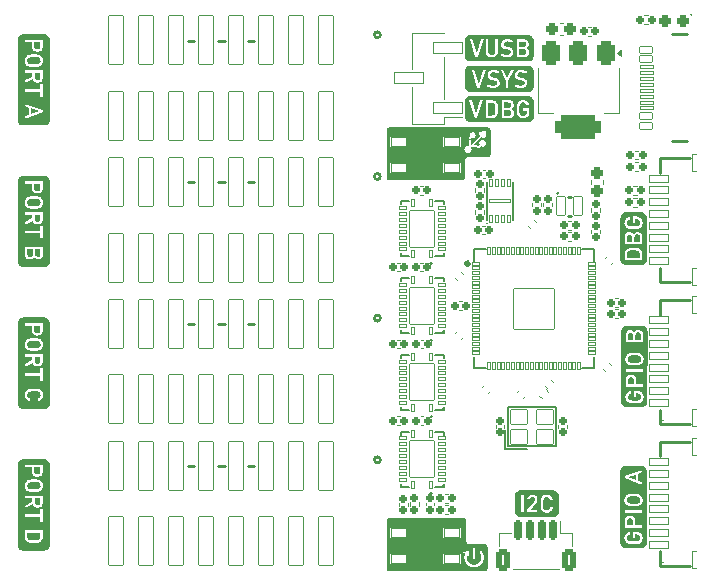
<source format=gbr>
%TF.GenerationSoftware,KiCad,Pcbnew,8.0.8*%
%TF.CreationDate,2025-05-20T22:02:41+02:00*%
%TF.ProjectId,Bernd_V1,4265726e-645f-4563-912e-6b696361645f,REV3*%
%TF.SameCoordinates,Original*%
%TF.FileFunction,Legend,Top*%
%TF.FilePolarity,Positive*%
%FSLAX46Y46*%
G04 Gerber Fmt 4.6, Leading zero omitted, Abs format (unit mm)*
G04 Created by KiCad (PCBNEW 8.0.8) date 2025-05-20 22:02:41*
%MOMM*%
%LPD*%
G01*
G04 APERTURE LIST*
G04 Aperture macros list*
%AMRoundRect*
0 Rectangle with rounded corners*
0 $1 Rounding radius*
0 $2 $3 $4 $5 $6 $7 $8 $9 X,Y pos of 4 corners*
0 Add a 4 corners polygon primitive as box body*
4,1,4,$2,$3,$4,$5,$6,$7,$8,$9,$2,$3,0*
0 Add four circle primitives for the rounded corners*
1,1,$1+$1,$2,$3*
1,1,$1+$1,$4,$5*
1,1,$1+$1,$6,$7*
1,1,$1+$1,$8,$9*
0 Add four rect primitives between the rounded corners*
20,1,$1+$1,$2,$3,$4,$5,0*
20,1,$1+$1,$4,$5,$6,$7,0*
20,1,$1+$1,$6,$7,$8,$9,0*
20,1,$1+$1,$8,$9,$2,$3,0*%
G04 Aperture macros list end*
%ADD10C,0.150000*%
%ADD11C,0.120000*%
%ADD12C,0.152400*%
%ADD13C,0.150013*%
%ADD14C,0.059995*%
%ADD15C,0.254000*%
%ADD16C,0.000000*%
%ADD17C,0.129997*%
%ADD18C,0.100000*%
%ADD19C,0.300000*%
%ADD20C,1.000000*%
%ADD21RoundRect,0.155000X0.021213X-0.240416X0.240416X-0.021213X-0.021213X0.240416X-0.240416X0.021213X0*%
%ADD22RoundRect,0.150000X0.150000X0.200000X-0.150000X0.200000X-0.150000X-0.200000X0.150000X-0.200000X0*%
%ADD23RoundRect,0.150000X-0.200000X0.150000X-0.200000X-0.150000X0.200000X-0.150000X0.200000X0.150000X0*%
%ADD24RoundRect,0.165000X0.165000X0.640000X-0.165000X0.640000X-0.165000X-0.640000X0.165000X-0.640000X0*%
%ADD25RoundRect,0.262500X0.367500X0.667500X-0.367500X0.667500X-0.367500X-0.667500X0.367500X-0.667500X0*%
%ADD26RoundRect,0.030000X0.167996X-0.332499X0.167996X0.332499X-0.167996X0.332499X-0.167996X-0.332499X0*%
%ADD27RoundRect,0.030000X0.332499X-0.140005X0.332499X0.140005X-0.332499X0.140005X-0.332499X-0.140005X0*%
%ADD28RoundRect,0.030000X1.025006X-1.525006X1.025006X1.525006X-1.025006X1.525006X-1.025006X-1.525006X0*%
%ADD29RoundRect,0.030000X0.600000X2.050000X-0.600000X2.050000X-0.600000X-2.050000X0.600000X-2.050000X0*%
%ADD30RoundRect,0.155000X-0.155000X-0.185000X0.155000X-0.185000X0.155000X0.185000X-0.155000X0.185000X0*%
%ADD31RoundRect,0.155000X-0.240416X-0.021213X-0.021213X-0.240416X0.240416X0.021213X0.021213X0.240416X0*%
%ADD32RoundRect,0.150000X-0.150000X-0.200000X0.150000X-0.200000X0.150000X0.200000X-0.150000X0.200000X0*%
%ADD33RoundRect,0.030000X-0.650000X0.350000X-0.650000X-0.350000X0.650000X-0.350000X0.650000X0.350000X0*%
%ADD34RoundRect,0.155000X0.155000X0.185000X-0.155000X0.185000X-0.155000X-0.185000X0.155000X-0.185000X0*%
%ADD35RoundRect,0.155000X-0.185000X0.155000X-0.185000X-0.155000X0.185000X-0.155000X0.185000X0.155000X0*%
%ADD36C,0.760025*%
%ADD37RoundRect,0.030000X0.512516X-0.275005X0.512516X0.275005X-0.512516X0.275005X-0.512516X-0.275005X0*%
%ADD38RoundRect,0.030000X0.512516X-0.275006X0.512516X0.275006X-0.512516X0.275006X-0.512516X-0.275006X0*%
%ADD39RoundRect,0.030000X0.550000X-0.150000X0.550000X0.150000X-0.550000X0.150000X-0.550000X-0.150000X0*%
%ADD40O,2.060000X1.160000*%
%ADD41O,1.860000X1.260000*%
%ADD42RoundRect,0.240000X-0.240000X-0.265000X0.240000X-0.265000X0.240000X0.265000X-0.240000X0.265000X0*%
%ADD43RoundRect,0.390000X-0.390000X0.640000X-0.390000X-0.640000X0.390000X-0.640000X0.390000X0.640000X0*%
%ADD44RoundRect,0.515000X-1.415000X0.515000X-1.415000X-0.515000X1.415000X-0.515000X1.415000X0.515000X0*%
%ADD45RoundRect,0.030000X0.775006X-0.300000X0.775006X0.300000X-0.775006X0.300000X-0.775006X-0.300000X0*%
%ADD46RoundRect,0.030000X0.630861X-0.750000X0.630861X0.750000X-0.630861X0.750000X-0.630861X-0.750000X0*%
%ADD47RoundRect,0.030000X-0.350000X-0.800000X0.350000X-0.800000X0.350000X0.800000X-0.350000X0.800000X0*%
%ADD48RoundRect,0.155000X-0.021213X0.240416X-0.240416X0.021213X0.021213X-0.240416X0.240416X-0.021213X0*%
%ADD49RoundRect,0.155000X0.185000X-0.155000X0.185000X0.155000X-0.185000X0.155000X-0.185000X-0.155000X0*%
%ADD50RoundRect,0.150000X0.200000X-0.150000X0.200000X0.150000X-0.200000X0.150000X-0.200000X-0.150000X0*%
%ADD51RoundRect,0.155000X0.240416X0.021213X0.021213X0.240416X-0.240416X-0.021213X-0.021213X-0.240416X0*%
%ADD52RoundRect,0.030000X-0.140005X0.300000X-0.140005X-0.300000X0.140005X-0.300000X0.140005X0.300000X0*%
%ADD53RoundRect,0.030000X0.850000X-0.150000X0.850000X0.150000X-0.850000X0.150000X-0.850000X-0.150000X0*%
%ADD54RoundRect,0.030000X0.650000X-0.350000X0.650000X0.350000X-0.650000X0.350000X-0.650000X-0.350000X0*%
%ADD55RoundRect,0.240000X0.265000X-0.240000X0.265000X0.240000X-0.265000X0.240000X-0.265000X-0.240000X0*%
%ADD56RoundRect,0.150000X-0.247487X-0.035355X-0.035355X-0.247487X0.247487X0.035355X0.035355X0.247487X0*%
%ADD57RoundRect,0.030000X-0.700000X-0.600000X0.700000X-0.600000X0.700000X0.600000X-0.700000X0.600000X0*%
%ADD58RoundRect,0.233750X0.233750X0.271250X-0.233750X0.271250X-0.233750X-0.271250X0.233750X-0.271250X0*%
%ADD59RoundRect,0.030000X-0.332499X-0.100000X0.332499X-0.100000X0.332499X0.100000X-0.332499X0.100000X0*%
%ADD60RoundRect,0.030000X-0.100000X-0.332499X0.100000X-0.332499X0.100000X0.332499X-0.100000X0.332499X0*%
%ADD61RoundRect,0.030000X-1.700000X-1.700000X1.700000X-1.700000X1.700000X1.700000X-1.700000X1.700000X0*%
%ADD62RoundRect,0.030000X1.255000X0.500000X-1.255000X0.500000X-1.255000X-0.500000X1.255000X-0.500000X0*%
G04 APERTURE END LIST*
D10*
G36*
X3337967Y45213800D02*
G01*
X2655064Y44979621D01*
X2655064Y45448187D01*
X3337967Y45213800D01*
G37*
G36*
X3428825Y48051291D02*
G01*
X3428574Y48039982D01*
X3410627Y47964108D01*
X3364345Y47904012D01*
X3338834Y47885087D01*
X3267888Y47856156D01*
X3194352Y47848325D01*
X3162276Y47849685D01*
X3088337Y47865945D01*
X3023993Y47904012D01*
X3012535Y47914769D01*
X2972151Y47978021D01*
X2959879Y48051291D01*
X2959879Y48444033D01*
X3428825Y48444033D01*
X3428825Y48051291D01*
G37*
G36*
X3127977Y49803960D02*
G01*
X3206986Y49792706D01*
X3283286Y49764363D01*
X3347493Y49719347D01*
X3364123Y49702797D01*
X3407743Y49640744D01*
X3433188Y49568100D01*
X3440549Y49493667D01*
X3440186Y49476255D01*
X3427463Y49395762D01*
X3396565Y49326217D01*
X3347493Y49267620D01*
X3316901Y49243134D01*
X3246648Y49206612D01*
X3173080Y49187936D01*
X3099464Y49182624D01*
X2656163Y49182624D01*
X2627840Y49183371D01*
X2549208Y49194576D01*
X2472987Y49222798D01*
X2408501Y49267620D01*
X2391805Y49284050D01*
X2348013Y49345931D01*
X2322468Y49418760D01*
X2315078Y49493667D01*
X2315443Y49510949D01*
X2328216Y49591005D01*
X2359235Y49660472D01*
X2408501Y49719347D01*
X2439277Y49743939D01*
X2509630Y49780619D01*
X2582982Y49799375D01*
X2656163Y49804710D01*
X3099464Y49804710D01*
X3127977Y49803960D01*
G37*
G36*
X3428825Y50688747D02*
G01*
X3426327Y50651447D01*
X3403769Y50580527D01*
X3357751Y50523151D01*
X3314297Y50493044D01*
X3244908Y50468228D01*
X3169806Y50460869D01*
X3121580Y50463849D01*
X3048697Y50482825D01*
X2983693Y50523151D01*
X2963323Y50543615D01*
X2924654Y50611576D01*
X2912984Y50688747D01*
X2912984Y51065736D01*
X3428825Y51065736D01*
X3428825Y50688747D01*
G37*
G36*
X3812380Y44405262D02*
G01*
X1943247Y44405262D01*
X1943247Y45629257D01*
X2127500Y45629257D01*
X2455762Y45516591D01*
X2455762Y44911276D01*
X2127500Y44798709D01*
X2127500Y44571929D01*
X3628128Y45124407D01*
X3628128Y45303559D01*
X2127500Y45855670D01*
X2127500Y45629257D01*
X1943247Y45629257D01*
X1943247Y47067969D01*
X2127500Y47067969D01*
X2127500Y46858042D01*
X3428825Y46858042D01*
X3428825Y46434525D01*
X3628128Y46434525D01*
X3628128Y47491486D01*
X3428825Y47491486D01*
X3428825Y47067969D01*
X2127500Y47067969D01*
X1943247Y47067969D01*
X1943247Y48444033D01*
X2127500Y48444033D01*
X2760577Y48444033D01*
X2760577Y48131276D01*
X2127500Y47811322D01*
X2127500Y47561828D01*
X2782660Y47907746D01*
X2783928Y47902411D01*
X2814799Y47831472D01*
X2852909Y47774750D01*
X2904583Y47722026D01*
X2966474Y47679431D01*
X2972619Y47676073D01*
X3044372Y47646166D01*
X3116214Y47630174D01*
X3194352Y47624843D01*
X3202516Y47624896D01*
X3280498Y47631250D01*
X3351824Y47648194D01*
X3422597Y47679065D01*
X3479090Y47717054D01*
X3531563Y47768842D01*
X3573906Y47831106D01*
X3577242Y47837252D01*
X3606947Y47909107D01*
X3622832Y47981192D01*
X3628128Y48059717D01*
X3628128Y48562369D01*
X3628128Y48654326D01*
X2127500Y48654326D01*
X2127500Y48444033D01*
X1943247Y48444033D01*
X1943247Y49493667D01*
X2109914Y49493667D01*
X2112335Y49435595D01*
X2123097Y49362574D01*
X2145496Y49286447D01*
X2178790Y49216696D01*
X2201683Y49180907D01*
X2249786Y49123070D01*
X2306758Y49073694D01*
X2372597Y49032781D01*
X2437833Y49004090D01*
X2508244Y48983596D01*
X2583829Y48971300D01*
X2664590Y48967202D01*
X3091038Y48967202D01*
X3162379Y48970340D01*
X3238846Y48981611D01*
X3309909Y49001080D01*
X3383396Y49032781D01*
X3420963Y49054466D01*
X3481731Y49100080D01*
X3533689Y49154157D01*
X3576837Y49216696D01*
X3600244Y49262488D01*
X3626274Y49336490D01*
X3641408Y49416868D01*
X3645713Y49493667D01*
X3643292Y49551751D01*
X3632530Y49624830D01*
X3610131Y49701076D01*
X3576837Y49771005D01*
X3553953Y49806697D01*
X3505911Y49864451D01*
X3449058Y49913858D01*
X3383396Y49954920D01*
X3318412Y49983450D01*
X3248025Y50003829D01*
X3172233Y50016057D01*
X3091038Y50020132D01*
X2664590Y50020132D01*
X2593641Y50017012D01*
X2517409Y50005803D01*
X2446351Y49986443D01*
X2372597Y49954920D01*
X2334925Y49933138D01*
X2274012Y49887440D01*
X2221967Y49833395D01*
X2178790Y49771005D01*
X2155383Y49725088D01*
X2129353Y49650947D01*
X2114219Y49570489D01*
X2109914Y49493667D01*
X1943247Y49493667D01*
X1943247Y51065736D01*
X2127500Y51065736D01*
X2713682Y51065736D01*
X2713682Y50695708D01*
X2713737Y50687247D01*
X2720349Y50606418D01*
X2737980Y50532459D01*
X2770102Y50459037D01*
X2809873Y50400240D01*
X2864034Y50345728D01*
X2929105Y50301867D01*
X2948713Y50291784D01*
X3018494Y50265337D01*
X3095073Y50249909D01*
X3169806Y50245446D01*
X3195522Y50245942D01*
X3268844Y50253381D01*
X3343584Y50272114D01*
X3411240Y50301867D01*
X3471075Y50341301D01*
X3526479Y50394844D01*
X3570975Y50459037D01*
X3581189Y50478237D01*
X3607979Y50546701D01*
X3623607Y50622035D01*
X3628128Y50695708D01*
X3628128Y51167585D01*
X3628128Y51276029D01*
X2127500Y51276029D01*
X2127500Y51065736D01*
X1943247Y51065736D01*
X1943247Y51442696D01*
X3812380Y51442696D01*
X3812380Y44405262D01*
G37*
G36*
X41658241Y45938649D02*
G01*
X41730661Y45926490D01*
X41800912Y45899893D01*
X41865032Y45854297D01*
X41891313Y45825657D01*
X41930511Y45757966D01*
X41950556Y45685175D01*
X41956257Y45611032D01*
X41956257Y45168464D01*
X41955455Y45139616D01*
X41943429Y45060529D01*
X41913139Y44985775D01*
X41865032Y44924831D01*
X41834806Y44900028D01*
X41763350Y44863034D01*
X41686499Y44844117D01*
X41608211Y44838736D01*
X41337102Y44838736D01*
X41337102Y45940759D01*
X41608211Y45940759D01*
X41658241Y45938649D01*
G37*
G36*
X43128394Y45315192D02*
G01*
X43199525Y45295641D01*
X43260148Y45251995D01*
X43283274Y45220311D01*
X43311152Y45149842D01*
X43319499Y45071377D01*
X43319499Y45068446D01*
X43317051Y45030184D01*
X43294959Y44957180D01*
X43249889Y44897720D01*
X43231050Y44882522D01*
X43163481Y44851175D01*
X43091002Y44836927D01*
X43013584Y44832874D01*
X42693016Y44832874D01*
X42693016Y45319406D01*
X43065242Y45319406D01*
X43128394Y45315192D01*
G37*
G36*
X43098123Y45943141D02*
G01*
X43169671Y45926989D01*
X43234136Y45890934D01*
X43256547Y45868068D01*
X43290808Y45799286D01*
X43300081Y45723139D01*
X43299154Y45697459D01*
X43283331Y45624911D01*
X43240730Y45561939D01*
X43207506Y45537896D01*
X43138376Y45513478D01*
X43065242Y45506984D01*
X42693016Y45506984D01*
X42693016Y45946621D01*
X43036299Y45946621D01*
X43098123Y45943141D01*
G37*
G36*
X44999616Y44455181D02*
G01*
X39562828Y44455181D01*
X39562828Y46140062D01*
X39729495Y46140062D01*
X40218225Y44639433D01*
X40417894Y44639433D01*
X41126808Y44639433D01*
X41268958Y44639433D01*
X41337102Y44639433D01*
X41600884Y44639433D01*
X42483822Y44639433D01*
X42607653Y44639433D01*
X42693016Y44639433D01*
X43091986Y44639433D01*
X43117027Y44639874D01*
X43199460Y44648359D01*
X43273795Y44667644D01*
X43348831Y44702906D01*
X43413288Y44752274D01*
X43420591Y44759419D01*
X43470668Y44821603D01*
X43505908Y44892718D01*
X43526310Y44972763D01*
X43531990Y45050128D01*
X43531990Y45053425D01*
X43531689Y45069886D01*
X43521171Y45148668D01*
X43495625Y45221583D01*
X43455053Y45288631D01*
X43440146Y45307147D01*
X43382501Y45358495D01*
X43312620Y45393887D01*
X43239265Y45412096D01*
X43256603Y45415563D01*
X43327362Y45437649D01*
X43392048Y45474629D01*
X43446261Y45530431D01*
X43481037Y45590452D01*
X43482763Y45595644D01*
X43777820Y45595644D01*
X43777820Y45151611D01*
X43780139Y45093251D01*
X43790443Y45019807D01*
X43811888Y44943148D01*
X43843766Y44872808D01*
X43865680Y44836790D01*
X43911706Y44778540D01*
X43966195Y44728753D01*
X44029146Y44687427D01*
X44083327Y44661874D01*
X44158656Y44638243D01*
X44230967Y44625947D01*
X44308316Y44621848D01*
X44366362Y44624308D01*
X44439268Y44635242D01*
X44515157Y44657998D01*
X44584554Y44691824D01*
X44620026Y44715077D01*
X44677429Y44763922D01*
X44726544Y44821749D01*
X44767370Y44888561D01*
X44796061Y44954644D01*
X44816555Y45026131D01*
X44828851Y45103022D01*
X44832949Y45185316D01*
X44832949Y45448366D01*
X44313445Y45448366D01*
X44313445Y45249064D01*
X44617527Y45249064D01*
X44617527Y45183118D01*
X44615461Y45132374D01*
X44603560Y45058701D01*
X44577526Y44986876D01*
X44532897Y44920801D01*
X44516605Y44904040D01*
X44455182Y44860076D01*
X44382810Y44834431D01*
X44308316Y44827012D01*
X44282152Y44827791D01*
X44209535Y44839480D01*
X44139181Y44868918D01*
X44079704Y44915672D01*
X44064253Y44932808D01*
X44023724Y44997322D01*
X44000082Y45073214D01*
X43993242Y45151244D01*
X43993242Y45596011D01*
X43994559Y45635149D01*
X44007149Y45716051D01*
X44033070Y45787042D01*
X44077506Y45854297D01*
X44093861Y45871844D01*
X44155398Y45917869D01*
X44227741Y45944716D01*
X44302088Y45952483D01*
X44343058Y45949520D01*
X44416262Y45928297D01*
X44480507Y45890567D01*
X44523175Y45851422D01*
X44566632Y45785794D01*
X44592981Y45712148D01*
X44820493Y45712148D01*
X44815266Y45736990D01*
X44794561Y45807924D01*
X44762719Y45880417D01*
X44721575Y45946255D01*
X44712281Y45958584D01*
X44661777Y46015034D01*
X44604547Y46062826D01*
X44540591Y46101960D01*
X44527080Y46108703D01*
X44456733Y46135894D01*
X44381736Y46152209D01*
X44302088Y46157647D01*
X44244042Y46155187D01*
X44171135Y46144253D01*
X44095246Y46121498D01*
X44025849Y46087671D01*
X43990474Y46064532D01*
X43933154Y46015894D01*
X43884008Y45958272D01*
X43843033Y45891667D01*
X43814503Y45825767D01*
X43794124Y45754463D01*
X43781896Y45677756D01*
X43777820Y45595644D01*
X43482763Y45595644D01*
X43504414Y45660773D01*
X43512206Y45735595D01*
X43512101Y45747063D01*
X43505451Y45823248D01*
X43485187Y45901558D01*
X43451413Y45970526D01*
X43404129Y46030152D01*
X43375335Y46055912D01*
X43307099Y46097128D01*
X43235748Y46121922D01*
X43153527Y46136198D01*
X43074401Y46140062D01*
X42693016Y46140062D01*
X42483822Y46140062D01*
X42483822Y44639433D01*
X41600884Y44639433D01*
X41677665Y44642466D01*
X41759147Y44653360D01*
X41833942Y44672176D01*
X41910095Y44702815D01*
X41948558Y44724007D01*
X42010263Y44769142D01*
X42062288Y44823261D01*
X42104635Y44886363D01*
X42130759Y44941481D01*
X42154918Y45019353D01*
X42167489Y45095191D01*
X42171679Y45177256D01*
X42171679Y45602239D01*
X42170369Y45649241D01*
X42162360Y45723070D01*
X42143139Y45804227D01*
X42113433Y45877270D01*
X42073243Y45942198D01*
X42022569Y45999011D01*
X41983460Y46032070D01*
X41917583Y46073393D01*
X41843051Y46104799D01*
X41759863Y46126287D01*
X41683928Y46136618D01*
X41601983Y46140062D01*
X41337102Y46140062D01*
X41126808Y46140062D01*
X41126808Y44639433D01*
X40417894Y44639433D01*
X40906257Y46140062D01*
X40677646Y46140062D01*
X40317876Y44963666D01*
X39958473Y46140062D01*
X39729495Y46140062D01*
X39562828Y46140062D01*
X39562828Y46324314D01*
X44999616Y46324314D01*
X44999616Y44455181D01*
G37*
G36*
X2807472Y33128804D02*
G01*
X2803258Y33065651D01*
X2783707Y32994520D01*
X2740061Y32933898D01*
X2708377Y32910772D01*
X2637908Y32882893D01*
X2559443Y32874547D01*
X2556512Y32874547D01*
X2518250Y32876994D01*
X2445246Y32899087D01*
X2385786Y32944156D01*
X2370588Y32962995D01*
X2339241Y33030565D01*
X2324993Y33103044D01*
X2320940Y33180461D01*
X2320940Y33501030D01*
X2807472Y33501030D01*
X2807472Y33128804D01*
G37*
G36*
X3434687Y33157746D02*
G01*
X3431207Y33095922D01*
X3415055Y33024374D01*
X3379000Y32959910D01*
X3356134Y32937498D01*
X3287352Y32903238D01*
X3211205Y32893964D01*
X3185525Y32894891D01*
X3112977Y32910714D01*
X3050005Y32953315D01*
X3025962Y32986540D01*
X3001544Y33055669D01*
X2995050Y33128804D01*
X2995050Y33501030D01*
X3434687Y33501030D01*
X3434687Y33157746D01*
G37*
G36*
X3428825Y36049826D02*
G01*
X3428574Y36038517D01*
X3410627Y35962643D01*
X3364345Y35902547D01*
X3338834Y35883622D01*
X3267888Y35854691D01*
X3194352Y35846860D01*
X3162276Y35848220D01*
X3088337Y35864480D01*
X3023993Y35902547D01*
X3012535Y35913304D01*
X2972151Y35976556D01*
X2959879Y36049826D01*
X2959879Y36442568D01*
X3428825Y36442568D01*
X3428825Y36049826D01*
G37*
G36*
X3127977Y37802495D02*
G01*
X3206986Y37791241D01*
X3283286Y37762898D01*
X3347493Y37717882D01*
X3364123Y37701332D01*
X3407743Y37639279D01*
X3433188Y37566635D01*
X3440549Y37492202D01*
X3440186Y37474790D01*
X3427463Y37394297D01*
X3396565Y37324752D01*
X3347493Y37266155D01*
X3316901Y37241669D01*
X3246648Y37205147D01*
X3173080Y37186471D01*
X3099464Y37181159D01*
X2656163Y37181159D01*
X2627840Y37181906D01*
X2549208Y37193111D01*
X2472987Y37221333D01*
X2408501Y37266155D01*
X2391805Y37282585D01*
X2348013Y37344466D01*
X2322468Y37417295D01*
X2315078Y37492202D01*
X2315443Y37509484D01*
X2328216Y37589540D01*
X2359235Y37659007D01*
X2408501Y37717882D01*
X2439277Y37742474D01*
X2509630Y37779154D01*
X2582982Y37797910D01*
X2656163Y37803245D01*
X3099464Y37803245D01*
X3127977Y37802495D01*
G37*
G36*
X3428825Y38687282D02*
G01*
X3426327Y38649982D01*
X3403769Y38579062D01*
X3357751Y38521686D01*
X3314297Y38491579D01*
X3244908Y38466763D01*
X3169806Y38459404D01*
X3121580Y38462384D01*
X3048697Y38481360D01*
X2983693Y38521686D01*
X2963323Y38542150D01*
X2924654Y38610111D01*
X2912984Y38687282D01*
X2912984Y39064271D01*
X3428825Y39064271D01*
X3428825Y38687282D01*
G37*
G36*
X3812380Y32495388D02*
G01*
X1943247Y32495388D01*
X1943247Y33586393D01*
X2127500Y33586393D01*
X2127500Y33102059D01*
X2127940Y33077019D01*
X2136425Y32994585D01*
X2155710Y32920251D01*
X2190972Y32845215D01*
X2240340Y32780757D01*
X2247485Y32773455D01*
X2309669Y32723377D01*
X2380784Y32688137D01*
X2460829Y32667736D01*
X2538194Y32662055D01*
X2541491Y32662055D01*
X2557952Y32662356D01*
X2636734Y32672875D01*
X2709649Y32698420D01*
X2776697Y32738992D01*
X2795213Y32753899D01*
X2846561Y32811545D01*
X2881953Y32881426D01*
X2900162Y32954781D01*
X2903629Y32937443D01*
X2925715Y32866683D01*
X2962695Y32801997D01*
X3018497Y32747785D01*
X3078518Y32713009D01*
X3148839Y32689632D01*
X3223661Y32681839D01*
X3235129Y32681945D01*
X3311314Y32688594D01*
X3389624Y32708858D01*
X3458592Y32742633D01*
X3518218Y32789917D01*
X3543978Y32818711D01*
X3585194Y32886946D01*
X3609988Y32958297D01*
X3624264Y33040518D01*
X3628128Y33119644D01*
X3628128Y33586393D01*
X3628128Y33710224D01*
X2127500Y33710224D01*
X2127500Y33586393D01*
X1943247Y33586393D01*
X1943247Y35066504D01*
X2127500Y35066504D01*
X2127500Y34856577D01*
X3428825Y34856577D01*
X3428825Y34433060D01*
X3628128Y34433060D01*
X3628128Y35490021D01*
X3428825Y35490021D01*
X3428825Y35066504D01*
X2127500Y35066504D01*
X1943247Y35066504D01*
X1943247Y36442568D01*
X2127500Y36442568D01*
X2760577Y36442568D01*
X2760577Y36129811D01*
X2127500Y35809857D01*
X2127500Y35560363D01*
X2782660Y35906281D01*
X2783928Y35900946D01*
X2814799Y35830007D01*
X2852909Y35773285D01*
X2904583Y35720561D01*
X2966474Y35677966D01*
X2972619Y35674608D01*
X3044372Y35644701D01*
X3116214Y35628709D01*
X3194352Y35623378D01*
X3202516Y35623431D01*
X3280498Y35629785D01*
X3351824Y35646729D01*
X3422597Y35677600D01*
X3479090Y35715589D01*
X3531563Y35767377D01*
X3573906Y35829641D01*
X3577242Y35835787D01*
X3606947Y35907642D01*
X3622832Y35979727D01*
X3628128Y36058252D01*
X3628128Y36560904D01*
X3628128Y36652861D01*
X2127500Y36652861D01*
X2127500Y36442568D01*
X1943247Y36442568D01*
X1943247Y37492202D01*
X2109914Y37492202D01*
X2112335Y37434130D01*
X2123097Y37361109D01*
X2145496Y37284982D01*
X2178790Y37215231D01*
X2201683Y37179442D01*
X2249786Y37121605D01*
X2306758Y37072229D01*
X2372597Y37031316D01*
X2437833Y37002625D01*
X2508244Y36982131D01*
X2583829Y36969835D01*
X2664590Y36965737D01*
X3091038Y36965737D01*
X3162379Y36968875D01*
X3238846Y36980146D01*
X3309909Y36999615D01*
X3383396Y37031316D01*
X3420963Y37053001D01*
X3481731Y37098615D01*
X3533689Y37152692D01*
X3576837Y37215231D01*
X3600244Y37261023D01*
X3626274Y37335025D01*
X3641408Y37415403D01*
X3645713Y37492202D01*
X3643292Y37550286D01*
X3632530Y37623365D01*
X3610131Y37699611D01*
X3576837Y37769540D01*
X3553953Y37805232D01*
X3505911Y37862986D01*
X3449058Y37912393D01*
X3383396Y37953455D01*
X3318412Y37981985D01*
X3248025Y38002364D01*
X3172233Y38014592D01*
X3091038Y38018667D01*
X2664590Y38018667D01*
X2593641Y38015547D01*
X2517409Y38004338D01*
X2446351Y37984978D01*
X2372597Y37953455D01*
X2334925Y37931673D01*
X2274012Y37885975D01*
X2221967Y37831930D01*
X2178790Y37769540D01*
X2155383Y37723623D01*
X2129353Y37649482D01*
X2114219Y37569024D01*
X2109914Y37492202D01*
X1943247Y37492202D01*
X1943247Y39064271D01*
X2127500Y39064271D01*
X2713682Y39064271D01*
X2713682Y38694243D01*
X2713737Y38685782D01*
X2720349Y38604953D01*
X2737980Y38530994D01*
X2770102Y38457572D01*
X2809873Y38398775D01*
X2864034Y38344263D01*
X2929105Y38300402D01*
X2948713Y38290319D01*
X3018494Y38263872D01*
X3095073Y38248444D01*
X3169806Y38243981D01*
X3195522Y38244477D01*
X3268844Y38251916D01*
X3343584Y38270649D01*
X3411240Y38300402D01*
X3471075Y38339836D01*
X3526479Y38393379D01*
X3570975Y38457572D01*
X3581189Y38476772D01*
X3607979Y38545236D01*
X3623607Y38620570D01*
X3628128Y38694243D01*
X3628128Y39166120D01*
X3628128Y39274564D01*
X2127500Y39274564D01*
X2127500Y39064271D01*
X1943247Y39064271D01*
X1943247Y39441231D01*
X3812380Y39441231D01*
X3812380Y32495388D01*
G37*
G36*
X44391129Y50475192D02*
G01*
X44462260Y50455641D01*
X44522883Y50411995D01*
X44546009Y50380311D01*
X44573888Y50309842D01*
X44582234Y50231377D01*
X44582234Y50228446D01*
X44579787Y50190184D01*
X44557694Y50117180D01*
X44512625Y50057720D01*
X44493786Y50042522D01*
X44426216Y50011175D01*
X44353737Y49996927D01*
X44276320Y49992874D01*
X43955751Y49992874D01*
X43955751Y50479406D01*
X44327977Y50479406D01*
X44391129Y50475192D01*
G37*
G36*
X44360858Y51103141D02*
G01*
X44432407Y51086989D01*
X44496871Y51050934D01*
X44519282Y51028068D01*
X44553543Y50959286D01*
X44562817Y50883139D01*
X44561889Y50857459D01*
X44546066Y50784911D01*
X44503466Y50721939D01*
X44470241Y50697896D01*
X44401111Y50673478D01*
X44327977Y50666984D01*
X43955751Y50666984D01*
X43955751Y51106621D01*
X44299034Y51106621D01*
X44360858Y51103141D01*
G37*
G36*
X44961392Y49615181D02*
G01*
X39606303Y49615181D01*
X39606303Y51300062D01*
X39772970Y51300062D01*
X40261700Y49799433D01*
X40461369Y49799433D01*
X40637590Y50340920D01*
X41118992Y50340920D01*
X41120200Y50291971D01*
X41127579Y50215097D01*
X41145289Y50130617D01*
X41172659Y50054612D01*
X41209689Y49987082D01*
X41256379Y49928027D01*
X41283196Y49901904D01*
X41342762Y49857364D01*
X41410236Y49823104D01*
X41485618Y49799121D01*
X41568909Y49785417D01*
X41644359Y49781848D01*
X41675375Y49782419D01*
X41763084Y49790984D01*
X41842781Y49809828D01*
X41914467Y49838949D01*
X41978141Y49878349D01*
X42033804Y49928027D01*
X42066176Y49966456D01*
X42067117Y49967961D01*
X42381850Y49967961D01*
X42409701Y49945464D01*
X42472607Y49901669D01*
X42539020Y49864646D01*
X42570920Y49849843D01*
X42643040Y49822718D01*
X42719272Y49802364D01*
X42774485Y49792447D01*
X42851258Y49784272D01*
X42924802Y49781848D01*
X42957085Y49782292D01*
X43033760Y49787283D01*
X43110817Y49799433D01*
X43746557Y49799433D01*
X43870388Y49799433D01*
X43955751Y49799433D01*
X44354722Y49799433D01*
X44379762Y49799874D01*
X44462196Y49808359D01*
X44536530Y49827644D01*
X44611566Y49862906D01*
X44676023Y49912274D01*
X44683326Y49919419D01*
X44733404Y49981603D01*
X44768643Y50052718D01*
X44789045Y50132763D01*
X44794725Y50210128D01*
X44794725Y50213425D01*
X44794425Y50229886D01*
X44783906Y50308668D01*
X44758361Y50381583D01*
X44717789Y50448631D01*
X44702881Y50467147D01*
X44645236Y50518495D01*
X44575355Y50553887D01*
X44502000Y50572096D01*
X44519338Y50575563D01*
X44590097Y50597649D01*
X44654784Y50634629D01*
X44708996Y50690431D01*
X44743772Y50750452D01*
X44767149Y50820773D01*
X44774941Y50895595D01*
X44774836Y50907063D01*
X44768187Y50983248D01*
X44747922Y51061558D01*
X44714148Y51130526D01*
X44666864Y51190152D01*
X44638070Y51215912D01*
X44569835Y51257128D01*
X44498483Y51281922D01*
X44416262Y51296198D01*
X44337136Y51300062D01*
X43955751Y51300062D01*
X43746557Y51300062D01*
X43746557Y49799433D01*
X43110817Y49799433D01*
X43118167Y49800592D01*
X43194279Y49821887D01*
X43262097Y49851167D01*
X43330734Y49895421D01*
X43372318Y49933326D01*
X43418695Y49994116D01*
X43451258Y50063917D01*
X43470006Y50142730D01*
X43475081Y50217455D01*
X43475081Y50219653D01*
X43473135Y50271282D01*
X43460745Y50349430D01*
X43434415Y50419322D01*
X43429227Y50428766D01*
X43383659Y50491475D01*
X43326337Y50539856D01*
X43313566Y50547981D01*
X43245747Y50583004D01*
X43176494Y50607267D01*
X43155886Y50613020D01*
X43083758Y50631442D01*
X43011630Y50647200D01*
X42988830Y50651912D01*
X42912003Y50669032D01*
X42839805Y50687134D01*
X42771611Y50712127D01*
X42710479Y50752713D01*
X42673384Y50807210D01*
X42661020Y50882040D01*
X42661020Y50883139D01*
X42665087Y50929892D01*
X42694221Y51003696D01*
X42746016Y51056796D01*
X42756908Y51064249D01*
X42826383Y51096646D01*
X42903591Y51113476D01*
X42984519Y51118345D01*
X43005940Y51117858D01*
X43080733Y51108492D01*
X43155245Y51087204D01*
X43192449Y51072162D01*
X43261634Y51035856D01*
X43325604Y50992682D01*
X43445406Y51160477D01*
X43424880Y51175026D01*
X43362647Y51214384D01*
X43292344Y51250569D01*
X43220824Y51278812D01*
X43206377Y51283515D01*
X43133498Y51302477D01*
X43059545Y51313855D01*
X42984519Y51317647D01*
X42968808Y51317534D01*
X42893591Y51313590D01*
X42810674Y51301418D01*
X42735768Y51281132D01*
X42658503Y51247210D01*
X42592143Y51202242D01*
X42552036Y51163871D01*
X42507307Y51102397D01*
X42475901Y51031876D01*
X42457819Y50952310D01*
X42452925Y50876911D01*
X42452925Y50875812D01*
X42455650Y50813347D01*
X42468295Y50738225D01*
X42496522Y50665519D01*
X42505013Y50651137D01*
X42551195Y50592453D01*
X42612660Y50544985D01*
X42630921Y50534887D01*
X42698260Y50504954D01*
X42770929Y50483436D01*
X42792424Y50478656D01*
X42867207Y50463098D01*
X42941288Y50449364D01*
X42957584Y50446548D01*
X43030393Y50431622D01*
X43102489Y50412361D01*
X43161704Y50388569D01*
X43221557Y50344584D01*
X43255629Y50289079D01*
X43266986Y50213425D01*
X43266986Y50212326D01*
X43262691Y50166733D01*
X43231924Y50094431D01*
X43177227Y50041967D01*
X43147494Y50024446D01*
X43077241Y49998314D01*
X43001716Y49984951D01*
X42924802Y49981150D01*
X42851186Y49984764D01*
X42774175Y49997086D01*
X42701320Y50018153D01*
X42638659Y50045086D01*
X42573616Y50082978D01*
X42512642Y50129528D01*
X42381850Y49967961D01*
X42067117Y49967961D01*
X42106640Y50031160D01*
X42137394Y50104340D01*
X42158435Y50185995D01*
X42168551Y50260515D01*
X42171923Y50340920D01*
X42171923Y51300062D01*
X41961997Y51300062D01*
X41961997Y50331761D01*
X41960697Y50291798D01*
X41948271Y50210381D01*
X41922688Y50140729D01*
X41878832Y50077138D01*
X41862702Y50061031D01*
X41800191Y50018785D01*
X41724228Y49994141D01*
X41644359Y49987012D01*
X41616790Y49987804D01*
X41541233Y49999686D01*
X41469856Y50029610D01*
X41411717Y50077138D01*
X41387970Y50107118D01*
X41352550Y50177972D01*
X41334438Y50254160D01*
X41329286Y50331761D01*
X41329286Y51300062D01*
X41118992Y51300062D01*
X41118992Y50340920D01*
X40637590Y50340920D01*
X40949732Y51300062D01*
X40721121Y51300062D01*
X40361351Y50123666D01*
X40001948Y51300062D01*
X39772970Y51300062D01*
X39606303Y51300062D01*
X39606303Y51484314D01*
X44961392Y51484314D01*
X44961392Y49615181D01*
G37*
G36*
X44805240Y47009455D02*
G01*
X39777680Y47009455D01*
X39777680Y48694336D01*
X39944347Y48694336D01*
X40433077Y47193707D01*
X40632746Y47193707D01*
X40687592Y47362235D01*
X41218196Y47362235D01*
X41246047Y47339738D01*
X41308953Y47295943D01*
X41375366Y47258920D01*
X41407265Y47244117D01*
X41479385Y47216992D01*
X41555617Y47196638D01*
X41610830Y47186721D01*
X41687604Y47178546D01*
X41761148Y47176122D01*
X41793431Y47176566D01*
X41870106Y47181557D01*
X41954513Y47194866D01*
X42030625Y47216161D01*
X42098442Y47245441D01*
X42167079Y47289695D01*
X42208664Y47327600D01*
X42255041Y47388390D01*
X42287604Y47458191D01*
X42306352Y47537004D01*
X42311427Y47611729D01*
X42311427Y47613927D01*
X42309481Y47665556D01*
X42297090Y47743704D01*
X42270760Y47813596D01*
X42265572Y47823040D01*
X42220004Y47885749D01*
X42162683Y47934130D01*
X42149911Y47942255D01*
X42082093Y47977278D01*
X42012840Y48001541D01*
X41992232Y48007294D01*
X41920104Y48025716D01*
X41847976Y48041474D01*
X41825175Y48046186D01*
X41748349Y48063306D01*
X41676151Y48081408D01*
X41607957Y48106401D01*
X41546824Y48146987D01*
X41509730Y48201484D01*
X41497365Y48276314D01*
X41497365Y48277413D01*
X41501432Y48324166D01*
X41530567Y48397970D01*
X41582362Y48451070D01*
X41593254Y48458523D01*
X41662728Y48490920D01*
X41739937Y48507750D01*
X41820865Y48512619D01*
X41842286Y48512132D01*
X41917078Y48502766D01*
X41991591Y48481478D01*
X42028794Y48466436D01*
X42097979Y48430130D01*
X42161950Y48386956D01*
X42281751Y48554751D01*
X42261226Y48569300D01*
X42198993Y48608658D01*
X42128690Y48644843D01*
X42057170Y48673086D01*
X42042723Y48677789D01*
X41979125Y48694336D01*
X42387264Y48694336D01*
X42843754Y47803704D01*
X42843754Y47193707D01*
X43053681Y47193707D01*
X43053681Y47362235D01*
X43545342Y47362235D01*
X43573192Y47339738D01*
X43636099Y47295943D01*
X43702512Y47258920D01*
X43734411Y47244117D01*
X43806531Y47216992D01*
X43882763Y47196638D01*
X43937976Y47186721D01*
X44014750Y47178546D01*
X44088293Y47176122D01*
X44120576Y47176566D01*
X44197252Y47181557D01*
X44281659Y47194866D01*
X44357771Y47216161D01*
X44425588Y47245441D01*
X44494225Y47289695D01*
X44535809Y47327600D01*
X44582187Y47388390D01*
X44614750Y47458191D01*
X44633498Y47537004D01*
X44638573Y47611729D01*
X44638573Y47613927D01*
X44636627Y47665556D01*
X44624236Y47743704D01*
X44597906Y47813596D01*
X44592718Y47823040D01*
X44547150Y47885749D01*
X44489829Y47934130D01*
X44477057Y47942255D01*
X44409238Y47977278D01*
X44339986Y48001541D01*
X44319378Y48007294D01*
X44247250Y48025716D01*
X44175122Y48041474D01*
X44152321Y48046186D01*
X44075495Y48063306D01*
X44003297Y48081408D01*
X43935103Y48106401D01*
X43873970Y48146987D01*
X43836876Y48201484D01*
X43824511Y48276314D01*
X43824511Y48277413D01*
X43828578Y48324166D01*
X43857713Y48397970D01*
X43909508Y48451070D01*
X43920400Y48458523D01*
X43989874Y48490920D01*
X44067083Y48507750D01*
X44148011Y48512619D01*
X44169432Y48512132D01*
X44244224Y48502766D01*
X44318736Y48481478D01*
X44355940Y48466436D01*
X44425125Y48430130D01*
X44489096Y48386956D01*
X44608897Y48554751D01*
X44588372Y48569300D01*
X44526139Y48608658D01*
X44455835Y48644843D01*
X44384316Y48673086D01*
X44369869Y48677789D01*
X44296989Y48696751D01*
X44223037Y48708129D01*
X44148011Y48711921D01*
X44132300Y48711808D01*
X44057082Y48707864D01*
X43974165Y48695692D01*
X43899259Y48675406D01*
X43821995Y48641484D01*
X43755635Y48596516D01*
X43715528Y48558145D01*
X43670798Y48496671D01*
X43639393Y48426150D01*
X43621311Y48346584D01*
X43616416Y48271185D01*
X43616416Y48270086D01*
X43619141Y48207621D01*
X43631786Y48132499D01*
X43660014Y48059793D01*
X43668505Y48045411D01*
X43714687Y47986727D01*
X43776151Y47939259D01*
X43794412Y47929161D01*
X43861751Y47899228D01*
X43934420Y47877710D01*
X43955916Y47872930D01*
X44030698Y47857372D01*
X44104780Y47843638D01*
X44121075Y47840822D01*
X44193884Y47825896D01*
X44265980Y47806635D01*
X44325195Y47782843D01*
X44385048Y47738858D01*
X44419120Y47683353D01*
X44430478Y47607699D01*
X44430478Y47606600D01*
X44426182Y47561007D01*
X44395415Y47488705D01*
X44340718Y47436241D01*
X44310985Y47418720D01*
X44240732Y47392588D01*
X44165207Y47379225D01*
X44088293Y47375424D01*
X44014677Y47379038D01*
X43937666Y47391360D01*
X43864811Y47412427D01*
X43802150Y47439360D01*
X43737107Y47477252D01*
X43676134Y47523802D01*
X43545342Y47362235D01*
X43053681Y47362235D01*
X43053681Y47803704D01*
X43510171Y48694336D01*
X43276430Y48694336D01*
X42948534Y48017294D01*
X42621004Y48694336D01*
X42387264Y48694336D01*
X41979125Y48694336D01*
X41969843Y48696751D01*
X41895891Y48708129D01*
X41820865Y48711921D01*
X41805154Y48711808D01*
X41729936Y48707864D01*
X41647019Y48695692D01*
X41572114Y48675406D01*
X41494849Y48641484D01*
X41428489Y48596516D01*
X41388382Y48558145D01*
X41343653Y48496671D01*
X41312247Y48426150D01*
X41294165Y48346584D01*
X41289270Y48271185D01*
X41289270Y48270086D01*
X41291995Y48207621D01*
X41304640Y48132499D01*
X41332868Y48059793D01*
X41341359Y48045411D01*
X41387541Y47986727D01*
X41449005Y47939259D01*
X41467266Y47929161D01*
X41534606Y47899228D01*
X41607275Y47877710D01*
X41628770Y47872930D01*
X41703552Y47857372D01*
X41777634Y47843638D01*
X41793929Y47840822D01*
X41866738Y47825896D01*
X41938834Y47806635D01*
X41998049Y47782843D01*
X42057903Y47738858D01*
X42091974Y47683353D01*
X42103332Y47607699D01*
X42103332Y47606600D01*
X42099037Y47561007D01*
X42068270Y47488705D01*
X42013573Y47436241D01*
X41983839Y47418720D01*
X41913586Y47392588D01*
X41838061Y47379225D01*
X41761148Y47375424D01*
X41687531Y47379038D01*
X41610520Y47391360D01*
X41537665Y47412427D01*
X41475004Y47439360D01*
X41409961Y47477252D01*
X41348988Y47523802D01*
X41218196Y47362235D01*
X40687592Y47362235D01*
X41121109Y48694336D01*
X40892498Y48694336D01*
X40532728Y47517940D01*
X40173325Y48694336D01*
X39944347Y48694336D01*
X39777680Y48694336D01*
X39777680Y48878588D01*
X44805240Y48878588D01*
X44805240Y47009455D01*
G37*
G36*
X3428825Y24021249D02*
G01*
X3428574Y24009940D01*
X3410627Y23934066D01*
X3364345Y23873970D01*
X3338834Y23855045D01*
X3267888Y23826114D01*
X3194352Y23818283D01*
X3162276Y23819643D01*
X3088337Y23835903D01*
X3023993Y23873970D01*
X3012535Y23884727D01*
X2972151Y23947979D01*
X2959879Y24021249D01*
X2959879Y24413991D01*
X3428825Y24413991D01*
X3428825Y24021249D01*
G37*
G36*
X3127977Y25773918D02*
G01*
X3206986Y25762664D01*
X3283286Y25734321D01*
X3347493Y25689305D01*
X3364123Y25672755D01*
X3407743Y25610702D01*
X3433188Y25538058D01*
X3440549Y25463625D01*
X3440186Y25446213D01*
X3427463Y25365720D01*
X3396565Y25296175D01*
X3347493Y25237578D01*
X3316901Y25213092D01*
X3246648Y25176570D01*
X3173080Y25157894D01*
X3099464Y25152582D01*
X2656163Y25152582D01*
X2627840Y25153329D01*
X2549208Y25164534D01*
X2472987Y25192756D01*
X2408501Y25237578D01*
X2391805Y25254008D01*
X2348013Y25315889D01*
X2322468Y25388718D01*
X2315078Y25463625D01*
X2315443Y25480907D01*
X2328216Y25560963D01*
X2359235Y25630430D01*
X2408501Y25689305D01*
X2439277Y25713897D01*
X2509630Y25750577D01*
X2582982Y25769333D01*
X2656163Y25774668D01*
X3099464Y25774668D01*
X3127977Y25773918D01*
G37*
G36*
X3428825Y26658705D02*
G01*
X3426327Y26621405D01*
X3403769Y26550485D01*
X3357751Y26493109D01*
X3314297Y26463002D01*
X3244908Y26438186D01*
X3169806Y26430827D01*
X3121580Y26433807D01*
X3048697Y26452783D01*
X2983693Y26493109D01*
X2963323Y26513573D01*
X2924654Y26581534D01*
X2912984Y26658705D01*
X2912984Y27035694D01*
X3428825Y27035694D01*
X3428825Y26658705D01*
G37*
G36*
X3812380Y20508211D02*
G01*
X1943247Y20508211D01*
X1943247Y21191085D01*
X2109914Y21191085D01*
X2110132Y21174962D01*
X2117745Y21097009D01*
X2136235Y21023493D01*
X2165601Y20954414D01*
X2172781Y20941129D01*
X2213876Y20878696D01*
X2263628Y20822919D01*
X2322039Y20773796D01*
X2341160Y20760476D01*
X2409224Y20722122D01*
X2483942Y20693071D01*
X2556878Y20674878D01*
X2556878Y20890300D01*
X2495280Y20911513D01*
X2431799Y20949720D01*
X2377360Y21006804D01*
X2353092Y21045174D01*
X2325357Y21113481D01*
X2315078Y21191085D01*
X2315459Y21208138D01*
X2328782Y21287049D01*
X2361140Y21355371D01*
X2412531Y21413102D01*
X2451291Y21441614D01*
X2517739Y21473321D01*
X2594156Y21491755D01*
X2670451Y21496999D01*
X3084077Y21496999D01*
X3123215Y21495688D01*
X3204117Y21483153D01*
X3275108Y21457344D01*
X3342363Y21413102D01*
X3359910Y21396894D01*
X3405935Y21335986D01*
X3432782Y21264488D01*
X3440549Y21191085D01*
X3434799Y21134154D01*
X3410507Y21063224D01*
X3376949Y21008720D01*
X3325877Y20955513D01*
X3270756Y20918375D01*
X3198749Y20890300D01*
X3198749Y20674878D01*
X3223660Y20680102D01*
X3294799Y20700758D01*
X3367521Y20732478D01*
X3433588Y20773430D01*
X3445962Y20782635D01*
X3502591Y20832781D01*
X3550490Y20889796D01*
X3589659Y20953681D01*
X3596447Y20967231D01*
X3623817Y21037555D01*
X3640239Y21112173D01*
X3645713Y21191085D01*
X3644005Y21239023D01*
X3632319Y21320535D01*
X3609564Y21395902D01*
X3575737Y21465125D01*
X3552598Y21500588D01*
X3503960Y21557930D01*
X3446338Y21606925D01*
X3379733Y21647575D01*
X3313833Y21675945D01*
X3242529Y21696210D01*
X3165822Y21708368D01*
X3083710Y21712421D01*
X2670818Y21712421D01*
X2599103Y21709318D01*
X2522081Y21698173D01*
X2450325Y21678921D01*
X2375894Y21647575D01*
X2337773Y21626022D01*
X2276097Y21580736D01*
X2223347Y21527104D01*
X2179523Y21465125D01*
X2155867Y21419659D01*
X2129560Y21346340D01*
X2114265Y21266876D01*
X2109914Y21191085D01*
X1943247Y21191085D01*
X1943247Y23037927D01*
X2127500Y23037927D01*
X2127500Y22828000D01*
X3428825Y22828000D01*
X3428825Y22404483D01*
X3628128Y22404483D01*
X3628128Y23461444D01*
X3428825Y23461444D01*
X3428825Y23037927D01*
X2127500Y23037927D01*
X1943247Y23037927D01*
X1943247Y24413991D01*
X2127500Y24413991D01*
X2760577Y24413991D01*
X2760577Y24101234D01*
X2127500Y23781280D01*
X2127500Y23531786D01*
X2782660Y23877704D01*
X2783928Y23872369D01*
X2814799Y23801430D01*
X2852909Y23744708D01*
X2904583Y23691984D01*
X2966474Y23649389D01*
X2972619Y23646031D01*
X3044372Y23616124D01*
X3116214Y23600132D01*
X3194352Y23594801D01*
X3202516Y23594854D01*
X3280498Y23601208D01*
X3351824Y23618152D01*
X3422597Y23649023D01*
X3479090Y23687012D01*
X3531563Y23738800D01*
X3573906Y23801064D01*
X3577242Y23807210D01*
X3606947Y23879065D01*
X3622832Y23951150D01*
X3628128Y24029675D01*
X3628128Y24532327D01*
X3628128Y24624284D01*
X2127500Y24624284D01*
X2127500Y24413991D01*
X1943247Y24413991D01*
X1943247Y25463625D01*
X2109914Y25463625D01*
X2112335Y25405553D01*
X2123097Y25332532D01*
X2145496Y25256405D01*
X2178790Y25186654D01*
X2201683Y25150865D01*
X2249786Y25093028D01*
X2306758Y25043652D01*
X2372597Y25002739D01*
X2437833Y24974048D01*
X2508244Y24953554D01*
X2583829Y24941258D01*
X2664590Y24937160D01*
X3091038Y24937160D01*
X3162379Y24940298D01*
X3238846Y24951569D01*
X3309909Y24971038D01*
X3383396Y25002739D01*
X3420963Y25024424D01*
X3481731Y25070038D01*
X3533689Y25124115D01*
X3576837Y25186654D01*
X3600244Y25232446D01*
X3626274Y25306448D01*
X3641408Y25386826D01*
X3645713Y25463625D01*
X3643292Y25521709D01*
X3632530Y25594788D01*
X3610131Y25671034D01*
X3576837Y25740963D01*
X3553953Y25776655D01*
X3505911Y25834409D01*
X3449058Y25883816D01*
X3383396Y25924878D01*
X3318412Y25953408D01*
X3248025Y25973787D01*
X3172233Y25986015D01*
X3091038Y25990090D01*
X2664590Y25990090D01*
X2593641Y25986970D01*
X2517409Y25975761D01*
X2446351Y25956401D01*
X2372597Y25924878D01*
X2334925Y25903096D01*
X2274012Y25857398D01*
X2221967Y25803353D01*
X2178790Y25740963D01*
X2155383Y25695046D01*
X2129353Y25620905D01*
X2114219Y25540447D01*
X2109914Y25463625D01*
X1943247Y25463625D01*
X1943247Y27035694D01*
X2127500Y27035694D01*
X2713682Y27035694D01*
X2713682Y26665666D01*
X2713737Y26657205D01*
X2720349Y26576376D01*
X2737980Y26502417D01*
X2770102Y26428995D01*
X2809873Y26370198D01*
X2864034Y26315686D01*
X2929105Y26271825D01*
X2948713Y26261742D01*
X3018494Y26235295D01*
X3095073Y26219867D01*
X3169806Y26215404D01*
X3195522Y26215900D01*
X3268844Y26223339D01*
X3343584Y26242072D01*
X3411240Y26271825D01*
X3471075Y26311259D01*
X3526479Y26364802D01*
X3570975Y26428995D01*
X3581189Y26448195D01*
X3607979Y26516659D01*
X3623607Y26591993D01*
X3628128Y26665666D01*
X3628128Y27137543D01*
X3628128Y27245987D01*
X2127500Y27245987D01*
X2127500Y27035694D01*
X1943247Y27035694D01*
X1943247Y27412654D01*
X3812380Y27412654D01*
X3812380Y20508211D01*
G37*
G36*
X53899021Y33419625D02*
G01*
X53978108Y33407598D01*
X54052862Y33377309D01*
X54113806Y33329202D01*
X54138609Y33298975D01*
X54175603Y33227520D01*
X54194520Y33150668D01*
X54199901Y33072380D01*
X54199901Y32801271D01*
X53097878Y32801271D01*
X53097878Y33072380D01*
X53099988Y33122410D01*
X53112147Y33194830D01*
X53138744Y33265081D01*
X53184340Y33329202D01*
X53212980Y33355482D01*
X53280671Y33394680D01*
X53353462Y33414725D01*
X53427605Y33420427D01*
X53870173Y33420427D01*
X53899021Y33419625D01*
G37*
G36*
X53341178Y34763323D02*
G01*
X53413726Y34747500D01*
X53476698Y34704900D01*
X53500741Y34671675D01*
X53525159Y34602546D01*
X53531653Y34529411D01*
X53531653Y34157185D01*
X53092016Y34157185D01*
X53092016Y34500468D01*
X53095496Y34562292D01*
X53111648Y34633841D01*
X53147703Y34698305D01*
X53170569Y34720716D01*
X53239351Y34754977D01*
X53315498Y34764251D01*
X53341178Y34763323D01*
G37*
G36*
X54008453Y34781221D02*
G01*
X54081457Y34759128D01*
X54140917Y34714059D01*
X54156115Y34695220D01*
X54187462Y34627650D01*
X54201710Y34555171D01*
X54205763Y34477754D01*
X54205763Y34157185D01*
X53719231Y34157185D01*
X53719231Y34529411D01*
X53723445Y34592563D01*
X53742996Y34663694D01*
X53786642Y34724317D01*
X53818326Y34747443D01*
X53888795Y34775322D01*
X53967260Y34783668D01*
X53970191Y34783668D01*
X54008453Y34781221D01*
G37*
G36*
X54583456Y32424311D02*
G01*
X52714323Y32424311D01*
X52714323Y33066152D01*
X52898575Y33066152D01*
X52898575Y32801271D01*
X52898575Y32590978D01*
X54399204Y32590978D01*
X54399204Y32801271D01*
X54399204Y33065053D01*
X54396171Y33141834D01*
X54385277Y33223316D01*
X54366461Y33298112D01*
X54335822Y33374265D01*
X54314630Y33412728D01*
X54269495Y33474432D01*
X54215376Y33526458D01*
X54152274Y33568804D01*
X54097156Y33594928D01*
X54019284Y33619088D01*
X53943446Y33631658D01*
X53861381Y33635849D01*
X53436398Y33635849D01*
X53389396Y33634538D01*
X53315567Y33626529D01*
X53234410Y33607308D01*
X53161367Y33577603D01*
X53096439Y33537413D01*
X53039626Y33486738D01*
X53006567Y33447629D01*
X52965244Y33381752D01*
X52933838Y33307220D01*
X52912350Y33224032D01*
X52902019Y33148098D01*
X52898575Y33066152D01*
X52714323Y33066152D01*
X52714323Y34538570D01*
X52898575Y34538570D01*
X52898575Y34157185D01*
X52898575Y33947991D01*
X54399204Y33947991D01*
X54399204Y34157185D01*
X54399204Y34556156D01*
X54398763Y34581196D01*
X54390278Y34663630D01*
X54370993Y34737964D01*
X54335731Y34813000D01*
X54286363Y34877457D01*
X54279218Y34884760D01*
X54217034Y34934838D01*
X54145919Y34970077D01*
X54065874Y34990479D01*
X53988509Y34996159D01*
X53985212Y34996159D01*
X53968751Y34995859D01*
X53889969Y34985340D01*
X53817054Y34959795D01*
X53750006Y34919223D01*
X53731490Y34904315D01*
X53680142Y34846670D01*
X53644750Y34776789D01*
X53626541Y34703434D01*
X53623074Y34720772D01*
X53600988Y34791532D01*
X53564008Y34856218D01*
X53508206Y34910430D01*
X53448185Y34945206D01*
X53377864Y34968583D01*
X53303042Y34976376D01*
X53291574Y34976270D01*
X53215389Y34969621D01*
X53137079Y34949356D01*
X53068111Y34915582D01*
X53008485Y34868298D01*
X52982725Y34839504D01*
X52941509Y34771269D01*
X52916715Y34699917D01*
X52902439Y34617696D01*
X52898575Y34538570D01*
X52714323Y34538570D01*
X52714323Y35766257D01*
X52880990Y35766257D01*
X52883450Y35708211D01*
X52894384Y35635305D01*
X52917139Y35559416D01*
X52950966Y35490018D01*
X52974105Y35454643D01*
X53022743Y35397324D01*
X53080365Y35348177D01*
X53146970Y35307203D01*
X53212870Y35278672D01*
X53284174Y35258293D01*
X53360881Y35246065D01*
X53442993Y35241990D01*
X53887026Y35241990D01*
X53945386Y35244308D01*
X54018830Y35254612D01*
X54095489Y35276057D01*
X54165829Y35307935D01*
X54201847Y35329849D01*
X54260097Y35375876D01*
X54309884Y35430365D01*
X54351210Y35493316D01*
X54376763Y35547497D01*
X54400394Y35622825D01*
X54412690Y35695136D01*
X54416789Y35772485D01*
X54414329Y35830531D01*
X54403395Y35903437D01*
X54380639Y35979326D01*
X54346813Y36048724D01*
X54323560Y36084196D01*
X54274715Y36141599D01*
X54216888Y36190713D01*
X54150076Y36231540D01*
X54083993Y36260230D01*
X54012506Y36280724D01*
X53935615Y36293020D01*
X53853321Y36297119D01*
X53590271Y36297119D01*
X53590271Y35777614D01*
X53789573Y35777614D01*
X53789573Y36081697D01*
X53855519Y36081697D01*
X53906263Y36079630D01*
X53979936Y36067729D01*
X54051761Y36041696D01*
X54117836Y35997066D01*
X54134597Y35980774D01*
X54178561Y35919351D01*
X54204206Y35846980D01*
X54211625Y35772485D01*
X54210846Y35746322D01*
X54199157Y35673704D01*
X54169719Y35603351D01*
X54122965Y35543874D01*
X54105829Y35528422D01*
X54041315Y35487893D01*
X53965423Y35464251D01*
X53887393Y35457412D01*
X53442626Y35457412D01*
X53403488Y35458728D01*
X53322586Y35471319D01*
X53251595Y35497240D01*
X53184340Y35541676D01*
X53166793Y35558030D01*
X53120768Y35619568D01*
X53093921Y35691910D01*
X53086154Y35766257D01*
X53089117Y35807227D01*
X53110340Y35880431D01*
X53148070Y35944676D01*
X53187215Y35987345D01*
X53252843Y36030802D01*
X53326489Y36057150D01*
X53326489Y36284662D01*
X53301647Y36279435D01*
X53230713Y36258731D01*
X53158220Y36226888D01*
X53092382Y36185744D01*
X53080053Y36176450D01*
X53023603Y36125947D01*
X52975811Y36068716D01*
X52936677Y36004760D01*
X52929934Y35991249D01*
X52902743Y35920903D01*
X52886428Y35845905D01*
X52880990Y35766257D01*
X52714323Y35766257D01*
X52714323Y36463786D01*
X54583456Y36463786D01*
X54583456Y32424311D01*
G37*
G36*
X53403419Y10745398D02*
G01*
X53476302Y10726421D01*
X53541306Y10686096D01*
X53561676Y10665631D01*
X53600345Y10597671D01*
X53612015Y10520500D01*
X53612015Y10143511D01*
X53096174Y10143511D01*
X53096174Y10520500D01*
X53098672Y10557800D01*
X53121230Y10628720D01*
X53167248Y10686096D01*
X53210702Y10716203D01*
X53280091Y10741019D01*
X53355193Y10748378D01*
X53403419Y10745398D01*
G37*
G36*
X53897159Y12603266D02*
G01*
X53975791Y12592061D01*
X54052012Y12563839D01*
X54116498Y12519017D01*
X54133194Y12502587D01*
X54176986Y12440706D01*
X54202531Y12367877D01*
X54209921Y12292970D01*
X54209556Y12275688D01*
X54196783Y12195632D01*
X54165764Y12126165D01*
X54116498Y12067290D01*
X54085722Y12042698D01*
X54015369Y12006018D01*
X53942017Y11987262D01*
X53868836Y11981927D01*
X53425535Y11981927D01*
X53397022Y11982677D01*
X53318013Y11993931D01*
X53241713Y12022274D01*
X53177506Y12067290D01*
X53160876Y12083840D01*
X53117256Y12145893D01*
X53091811Y12218536D01*
X53084450Y12292970D01*
X53084813Y12310382D01*
X53097536Y12390875D01*
X53128434Y12460420D01*
X53177506Y12519017D01*
X53208098Y12543503D01*
X53278351Y12580025D01*
X53351919Y12598701D01*
X53425535Y12604013D01*
X53868836Y12604013D01*
X53897159Y12603266D01*
G37*
G36*
X53869935Y13979065D02*
G01*
X53187032Y14213451D01*
X53869935Y14447631D01*
X53869935Y13979065D01*
G37*
G36*
X54581752Y8399279D02*
G01*
X52712619Y8399279D01*
X52712619Y9090213D01*
X52879286Y9090213D01*
X52881746Y9032168D01*
X52892680Y8959261D01*
X52915435Y8883372D01*
X52949262Y8813975D01*
X52972401Y8778600D01*
X53021039Y8721280D01*
X53078661Y8672134D01*
X53145266Y8631159D01*
X53211166Y8602628D01*
X53282470Y8582249D01*
X53359177Y8570022D01*
X53441289Y8565946D01*
X53885322Y8565946D01*
X53943682Y8568265D01*
X54017126Y8578569D01*
X54093785Y8600014D01*
X54164125Y8631892D01*
X54200143Y8653806D01*
X54258393Y8699832D01*
X54308180Y8754321D01*
X54349506Y8817272D01*
X54375059Y8871453D01*
X54398690Y8946782D01*
X54410986Y9019093D01*
X54415085Y9096442D01*
X54412625Y9154488D01*
X54401691Y9227394D01*
X54378935Y9303283D01*
X54345109Y9372680D01*
X54321856Y9408152D01*
X54273011Y9465555D01*
X54215184Y9514670D01*
X54148372Y9555496D01*
X54082289Y9584187D01*
X54010802Y9604681D01*
X53933911Y9616977D01*
X53851617Y9621075D01*
X53588567Y9621075D01*
X53588567Y9101571D01*
X53787869Y9101571D01*
X53787869Y9405653D01*
X53853815Y9405653D01*
X53904559Y9403587D01*
X53978232Y9391686D01*
X54050057Y9365652D01*
X54116132Y9321023D01*
X54132893Y9304731D01*
X54176857Y9243308D01*
X54202502Y9170936D01*
X54209921Y9096442D01*
X54209142Y9070278D01*
X54197453Y8997661D01*
X54168015Y8927307D01*
X54121261Y8867830D01*
X54104125Y8852379D01*
X54039611Y8811850D01*
X53963719Y8788208D01*
X53885689Y8781368D01*
X53440922Y8781368D01*
X53401784Y8782685D01*
X53320882Y8795275D01*
X53249891Y8821196D01*
X53182636Y8865632D01*
X53165089Y8881987D01*
X53119064Y8943524D01*
X53092217Y9015867D01*
X53084450Y9090213D01*
X53087413Y9131184D01*
X53108636Y9204387D01*
X53146366Y9268633D01*
X53185511Y9311301D01*
X53251139Y9354758D01*
X53324785Y9381107D01*
X53324785Y9608619D01*
X53299943Y9603392D01*
X53229009Y9582687D01*
X53156516Y9550845D01*
X53090678Y9509701D01*
X53078349Y9500407D01*
X53021899Y9449903D01*
X52974107Y9392673D01*
X52934973Y9328717D01*
X52928230Y9315206D01*
X52901039Y9244859D01*
X52884724Y9169862D01*
X52879286Y9090213D01*
X52712619Y9090213D01*
X52712619Y10513539D01*
X52896871Y10513539D01*
X52896871Y10143511D01*
X52896871Y9933218D01*
X54397500Y9933218D01*
X54397500Y10143511D01*
X53811317Y10143511D01*
X53811317Y10513539D01*
X53811262Y10521999D01*
X53804650Y10602829D01*
X53787019Y10676788D01*
X53754897Y10750210D01*
X53715126Y10809007D01*
X53660965Y10863519D01*
X53595894Y10907380D01*
X53576286Y10917463D01*
X53506505Y10943910D01*
X53429926Y10959337D01*
X53355193Y10963800D01*
X53329477Y10963304D01*
X53256155Y10955866D01*
X53181415Y10937133D01*
X53113759Y10907380D01*
X53053924Y10867946D01*
X52998520Y10814403D01*
X52954024Y10750210D01*
X52943810Y10731010D01*
X52917020Y10662546D01*
X52901392Y10587212D01*
X52896871Y10513539D01*
X52712619Y10513539D01*
X52712619Y11219889D01*
X52896871Y11219889D01*
X54397500Y11219889D01*
X54397500Y11430182D01*
X52896871Y11430182D01*
X52896871Y11219889D01*
X52712619Y11219889D01*
X52712619Y12292970D01*
X52879286Y12292970D01*
X52881707Y12234885D01*
X52892469Y12161807D01*
X52914868Y12085561D01*
X52948162Y12015632D01*
X52971046Y11979940D01*
X53019088Y11922186D01*
X53075941Y11872779D01*
X53141603Y11831717D01*
X53206587Y11803187D01*
X53276974Y11782808D01*
X53352766Y11770580D01*
X53433961Y11766504D01*
X53860409Y11766504D01*
X53931358Y11769625D01*
X54007590Y11780833D01*
X54078648Y11800194D01*
X54152402Y11831717D01*
X54190074Y11853499D01*
X54250987Y11899197D01*
X54303032Y11953242D01*
X54346209Y12015632D01*
X54369616Y12061549D01*
X54395646Y12135690D01*
X54410780Y12216148D01*
X54415085Y12292970D01*
X54412664Y12351042D01*
X54401902Y12424063D01*
X54379503Y12500190D01*
X54346209Y12569941D01*
X54323316Y12605730D01*
X54275213Y12663567D01*
X54218241Y12712943D01*
X54152402Y12753856D01*
X54087166Y12782547D01*
X54016755Y12803041D01*
X53941170Y12815337D01*
X53860409Y12819435D01*
X53433961Y12819435D01*
X53362620Y12816297D01*
X53286153Y12805026D01*
X53215090Y12785557D01*
X53141603Y12753856D01*
X53104036Y12732171D01*
X53043268Y12686557D01*
X52991310Y12632480D01*
X52948162Y12569941D01*
X52924755Y12524149D01*
X52898725Y12450147D01*
X52883591Y12369769D01*
X52879286Y12292970D01*
X52712619Y12292970D01*
X52712619Y14302844D01*
X52896871Y14302844D01*
X52896871Y14123692D01*
X54397500Y13571581D01*
X54397500Y13797994D01*
X54069237Y13910661D01*
X54069237Y14515975D01*
X54397500Y14628542D01*
X54397500Y14855322D01*
X52896871Y14302844D01*
X52712619Y14302844D01*
X52712619Y15021989D01*
X54581752Y15021989D01*
X54581752Y8399279D01*
G37*
G36*
X3428825Y9239812D02*
G01*
X3426715Y9189782D01*
X3414556Y9117362D01*
X3387959Y9047112D01*
X3342363Y8982991D01*
X3313723Y8956710D01*
X3246032Y8917512D01*
X3173241Y8897467D01*
X3099098Y8891766D01*
X2656530Y8891766D01*
X2627682Y8892568D01*
X2548595Y8904594D01*
X2473841Y8934884D01*
X2412897Y8982991D01*
X2388094Y9013217D01*
X2351100Y9084673D01*
X2332183Y9161525D01*
X2326802Y9239812D01*
X2326802Y9510922D01*
X3428825Y9510922D01*
X3428825Y9239812D01*
G37*
G36*
X3428825Y12060817D02*
G01*
X3428574Y12049508D01*
X3410627Y11973634D01*
X3364345Y11913538D01*
X3338834Y11894613D01*
X3267888Y11865682D01*
X3194352Y11857851D01*
X3162276Y11859211D01*
X3088337Y11875471D01*
X3023993Y11913538D01*
X3012535Y11924295D01*
X2972151Y11987547D01*
X2959879Y12060817D01*
X2959879Y12453559D01*
X3428825Y12453559D01*
X3428825Y12060817D01*
G37*
G36*
X3127977Y13813486D02*
G01*
X3206986Y13802232D01*
X3283286Y13773889D01*
X3347493Y13728873D01*
X3364123Y13712323D01*
X3407743Y13650270D01*
X3433188Y13577626D01*
X3440549Y13503193D01*
X3440186Y13485781D01*
X3427463Y13405288D01*
X3396565Y13335743D01*
X3347493Y13277146D01*
X3316901Y13252660D01*
X3246648Y13216138D01*
X3173080Y13197462D01*
X3099464Y13192150D01*
X2656163Y13192150D01*
X2627840Y13192897D01*
X2549208Y13204102D01*
X2472987Y13232324D01*
X2408501Y13277146D01*
X2391805Y13293576D01*
X2348013Y13355457D01*
X2322468Y13428286D01*
X2315078Y13503193D01*
X2315443Y13520475D01*
X2328216Y13600531D01*
X2359235Y13669998D01*
X2408501Y13728873D01*
X2439277Y13753465D01*
X2509630Y13790145D01*
X2582982Y13808901D01*
X2656163Y13814236D01*
X3099464Y13814236D01*
X3127977Y13813486D01*
G37*
G36*
X3428825Y14698273D02*
G01*
X3426327Y14660973D01*
X3403769Y14590053D01*
X3357751Y14532677D01*
X3314297Y14502570D01*
X3244908Y14477754D01*
X3169806Y14470395D01*
X3121580Y14473375D01*
X3048697Y14492351D01*
X2983693Y14532677D01*
X2963323Y14553141D01*
X2924654Y14621102D01*
X2912984Y14698273D01*
X2912984Y15075262D01*
X3428825Y15075262D01*
X3428825Y14698273D01*
G37*
G36*
X3812380Y8509677D02*
G01*
X1943247Y8509677D01*
X1943247Y9579065D01*
X2127500Y9579065D01*
X2127500Y9247139D01*
X2130532Y9170358D01*
X2141426Y9088876D01*
X2160242Y9014081D01*
X2190881Y8937928D01*
X2212073Y8899465D01*
X2257208Y8837760D01*
X2311327Y8785735D01*
X2374429Y8743388D01*
X2429547Y8717265D01*
X2507419Y8693105D01*
X2583257Y8680534D01*
X2665322Y8676344D01*
X3090305Y8676344D01*
X3137307Y8677654D01*
X3211136Y8685663D01*
X3292293Y8704884D01*
X3365336Y8734590D01*
X3430264Y8774780D01*
X3487077Y8825454D01*
X3520136Y8864563D01*
X3561459Y8930440D01*
X3592865Y9004972D01*
X3614353Y9088160D01*
X3624684Y9164095D01*
X3628128Y9246040D01*
X3628128Y9579065D01*
X3628128Y9721215D01*
X2127500Y9721215D01*
X2127500Y9579065D01*
X1943247Y9579065D01*
X1943247Y11077495D01*
X2127500Y11077495D01*
X2127500Y10867568D01*
X3428825Y10867568D01*
X3428825Y10444051D01*
X3628128Y10444051D01*
X3628128Y11501012D01*
X3428825Y11501012D01*
X3428825Y11077495D01*
X2127500Y11077495D01*
X1943247Y11077495D01*
X1943247Y12453559D01*
X2127500Y12453559D01*
X2760577Y12453559D01*
X2760577Y12140802D01*
X2127500Y11820848D01*
X2127500Y11571354D01*
X2782660Y11917272D01*
X2783928Y11911937D01*
X2814799Y11840998D01*
X2852909Y11784276D01*
X2904583Y11731552D01*
X2966474Y11688957D01*
X2972619Y11685599D01*
X3044372Y11655692D01*
X3116214Y11639700D01*
X3194352Y11634369D01*
X3202516Y11634422D01*
X3280498Y11640776D01*
X3351824Y11657720D01*
X3422597Y11688591D01*
X3479090Y11726580D01*
X3531563Y11778368D01*
X3573906Y11840632D01*
X3577242Y11846778D01*
X3606947Y11918633D01*
X3622832Y11990718D01*
X3628128Y12069243D01*
X3628128Y12571895D01*
X3628128Y12663852D01*
X2127500Y12663852D01*
X2127500Y12453559D01*
X1943247Y12453559D01*
X1943247Y13503193D01*
X2109914Y13503193D01*
X2112335Y13445121D01*
X2123097Y13372100D01*
X2145496Y13295973D01*
X2178790Y13226222D01*
X2201683Y13190433D01*
X2249786Y13132596D01*
X2306758Y13083220D01*
X2372597Y13042307D01*
X2437833Y13013616D01*
X2508244Y12993122D01*
X2583829Y12980826D01*
X2664590Y12976728D01*
X3091038Y12976728D01*
X3162379Y12979866D01*
X3238846Y12991137D01*
X3309909Y13010606D01*
X3383396Y13042307D01*
X3420963Y13063992D01*
X3481731Y13109606D01*
X3533689Y13163683D01*
X3576837Y13226222D01*
X3600244Y13272014D01*
X3626274Y13346016D01*
X3641408Y13426394D01*
X3645713Y13503193D01*
X3643292Y13561277D01*
X3632530Y13634356D01*
X3610131Y13710602D01*
X3576837Y13780531D01*
X3553953Y13816223D01*
X3505911Y13873977D01*
X3449058Y13923384D01*
X3383396Y13964446D01*
X3318412Y13992976D01*
X3248025Y14013355D01*
X3172233Y14025583D01*
X3091038Y14029658D01*
X2664590Y14029658D01*
X2593641Y14026538D01*
X2517409Y14015329D01*
X2446351Y13995969D01*
X2372597Y13964446D01*
X2334925Y13942664D01*
X2274012Y13896966D01*
X2221967Y13842921D01*
X2178790Y13780531D01*
X2155383Y13734614D01*
X2129353Y13660473D01*
X2114219Y13580015D01*
X2109914Y13503193D01*
X1943247Y13503193D01*
X1943247Y15075262D01*
X2127500Y15075262D01*
X2713682Y15075262D01*
X2713682Y14705234D01*
X2713737Y14696773D01*
X2720349Y14615944D01*
X2737980Y14541985D01*
X2770102Y14468563D01*
X2809873Y14409766D01*
X2864034Y14355254D01*
X2929105Y14311393D01*
X2948713Y14301310D01*
X3018494Y14274863D01*
X3095073Y14259435D01*
X3169806Y14254972D01*
X3195522Y14255468D01*
X3268844Y14262907D01*
X3343584Y14281640D01*
X3411240Y14311393D01*
X3471075Y14350827D01*
X3526479Y14404370D01*
X3570975Y14468563D01*
X3581189Y14487763D01*
X3607979Y14556227D01*
X3623607Y14631561D01*
X3628128Y14705234D01*
X3628128Y15177111D01*
X3628128Y15285555D01*
X2127500Y15285555D01*
X2127500Y15075262D01*
X1943247Y15075262D01*
X1943247Y15452222D01*
X3812380Y15452222D01*
X3812380Y8509677D01*
G37*
G36*
X53485123Y22676824D02*
G01*
X53558006Y22657847D01*
X53623010Y22617522D01*
X53643380Y22597057D01*
X53682049Y22529097D01*
X53693719Y22451926D01*
X53693719Y22074937D01*
X53177878Y22074937D01*
X53177878Y22451926D01*
X53180376Y22489226D01*
X53202934Y22560146D01*
X53248952Y22617522D01*
X53292406Y22647629D01*
X53361795Y22672445D01*
X53436897Y22679804D01*
X53485123Y22676824D01*
G37*
G36*
X53978863Y24534692D02*
G01*
X54057495Y24523487D01*
X54133716Y24495265D01*
X54198202Y24450443D01*
X54214898Y24434013D01*
X54258690Y24372132D01*
X54284235Y24299303D01*
X54291625Y24224396D01*
X54291260Y24207114D01*
X54278487Y24127058D01*
X54247468Y24057591D01*
X54198202Y23998716D01*
X54167426Y23974124D01*
X54097073Y23937444D01*
X54023721Y23918688D01*
X53950540Y23913353D01*
X53507239Y23913353D01*
X53478726Y23914103D01*
X53399717Y23925357D01*
X53323417Y23953700D01*
X53259210Y23998716D01*
X53242580Y24015266D01*
X53198960Y24077319D01*
X53173515Y24149962D01*
X53166154Y24224396D01*
X53166517Y24241808D01*
X53179240Y24322301D01*
X53210138Y24391846D01*
X53259210Y24450443D01*
X53289802Y24474929D01*
X53360055Y24511451D01*
X53433623Y24530127D01*
X53507239Y24535439D01*
X53950540Y24535439D01*
X53978863Y24534692D01*
G37*
G36*
X53421178Y26462321D02*
G01*
X53493726Y26446498D01*
X53556698Y26403897D01*
X53580741Y26370672D01*
X53605159Y26301543D01*
X53611653Y26228409D01*
X53611653Y25856182D01*
X53172016Y25856182D01*
X53172016Y26199466D01*
X53175496Y26261290D01*
X53191648Y26332838D01*
X53227703Y26397302D01*
X53250569Y26419714D01*
X53319351Y26453974D01*
X53395498Y26463248D01*
X53421178Y26462321D01*
G37*
G36*
X54088453Y26480218D02*
G01*
X54161457Y26458125D01*
X54220917Y26413056D01*
X54236115Y26394217D01*
X54267462Y26326647D01*
X54281710Y26254168D01*
X54285763Y26176751D01*
X54285763Y25856182D01*
X53799231Y25856182D01*
X53799231Y26228409D01*
X53803445Y26291561D01*
X53822996Y26362692D01*
X53866642Y26423314D01*
X53898326Y26446440D01*
X53968795Y26474319D01*
X54047260Y26482665D01*
X54050191Y26482665D01*
X54088453Y26480218D01*
G37*
G36*
X54663456Y20330705D02*
G01*
X52794323Y20330705D01*
X52794323Y21021639D01*
X52960990Y21021639D01*
X52963450Y20963594D01*
X52974384Y20890687D01*
X52997139Y20814798D01*
X53030966Y20745401D01*
X53054105Y20710026D01*
X53102743Y20652706D01*
X53160365Y20603560D01*
X53226970Y20562585D01*
X53292870Y20534054D01*
X53364174Y20513675D01*
X53440881Y20501448D01*
X53522993Y20497372D01*
X53967026Y20497372D01*
X54025386Y20499691D01*
X54098830Y20509995D01*
X54175489Y20531440D01*
X54245829Y20563318D01*
X54281847Y20585232D01*
X54340097Y20631258D01*
X54389884Y20685747D01*
X54431210Y20748698D01*
X54456763Y20802879D01*
X54480394Y20878208D01*
X54492690Y20950519D01*
X54496789Y21027868D01*
X54494329Y21085914D01*
X54483395Y21158820D01*
X54460639Y21234709D01*
X54426813Y21304106D01*
X54403560Y21339578D01*
X54354715Y21396981D01*
X54296888Y21446096D01*
X54230076Y21486922D01*
X54163993Y21515613D01*
X54092506Y21536107D01*
X54015615Y21548403D01*
X53933321Y21552501D01*
X53670271Y21552501D01*
X53670271Y21032997D01*
X53869573Y21032997D01*
X53869573Y21337079D01*
X53935519Y21337079D01*
X53986263Y21335013D01*
X54059936Y21323112D01*
X54131761Y21297078D01*
X54197836Y21252449D01*
X54214597Y21236157D01*
X54258561Y21174734D01*
X54284206Y21102362D01*
X54291625Y21027868D01*
X54290846Y21001704D01*
X54279157Y20929087D01*
X54249719Y20858733D01*
X54202965Y20799256D01*
X54185829Y20783805D01*
X54121315Y20743276D01*
X54045423Y20719634D01*
X53967393Y20712794D01*
X53522626Y20712794D01*
X53483488Y20714111D01*
X53402586Y20726701D01*
X53331595Y20752622D01*
X53264340Y20797058D01*
X53246793Y20813413D01*
X53200768Y20874950D01*
X53173921Y20947293D01*
X53166154Y21021639D01*
X53169117Y21062610D01*
X53190340Y21135813D01*
X53228070Y21200059D01*
X53267215Y21242727D01*
X53332843Y21286184D01*
X53406489Y21312533D01*
X53406489Y21540045D01*
X53381647Y21534818D01*
X53310713Y21514113D01*
X53238220Y21482271D01*
X53172382Y21441127D01*
X53160053Y21431833D01*
X53103603Y21381329D01*
X53055811Y21324099D01*
X53016677Y21260143D01*
X53009934Y21246632D01*
X52982743Y21176285D01*
X52966428Y21101288D01*
X52960990Y21021639D01*
X52794323Y21021639D01*
X52794323Y22444965D01*
X52978575Y22444965D01*
X52978575Y22074937D01*
X52978575Y21864644D01*
X54479204Y21864644D01*
X54479204Y22074937D01*
X53893021Y22074937D01*
X53893021Y22444965D01*
X53892966Y22453425D01*
X53886354Y22534255D01*
X53868723Y22608214D01*
X53836601Y22681636D01*
X53796830Y22740433D01*
X53742669Y22794945D01*
X53677598Y22838806D01*
X53657990Y22848889D01*
X53588209Y22875336D01*
X53511630Y22890763D01*
X53436897Y22895226D01*
X53411181Y22894730D01*
X53337859Y22887292D01*
X53263119Y22868559D01*
X53195463Y22838806D01*
X53135628Y22799372D01*
X53080224Y22745829D01*
X53035728Y22681636D01*
X53025514Y22662436D01*
X52998724Y22593972D01*
X52983096Y22518638D01*
X52978575Y22444965D01*
X52794323Y22444965D01*
X52794323Y23151315D01*
X52978575Y23151315D01*
X54479204Y23151315D01*
X54479204Y23361608D01*
X52978575Y23361608D01*
X52978575Y23151315D01*
X52794323Y23151315D01*
X52794323Y24224396D01*
X52960990Y24224396D01*
X52963411Y24166311D01*
X52974173Y24093233D01*
X52996572Y24016987D01*
X53029866Y23947058D01*
X53052750Y23911366D01*
X53100792Y23853612D01*
X53157645Y23804205D01*
X53223307Y23763143D01*
X53288291Y23734613D01*
X53358678Y23714234D01*
X53434470Y23702006D01*
X53515665Y23697930D01*
X53942113Y23697930D01*
X54013062Y23701051D01*
X54089294Y23712259D01*
X54160352Y23731620D01*
X54234106Y23763143D01*
X54271778Y23784925D01*
X54332691Y23830623D01*
X54384736Y23884668D01*
X54427913Y23947058D01*
X54451320Y23992975D01*
X54477350Y24067116D01*
X54492484Y24147574D01*
X54496789Y24224396D01*
X54494368Y24282468D01*
X54483606Y24355489D01*
X54461207Y24431616D01*
X54427913Y24501367D01*
X54405020Y24537156D01*
X54356917Y24594993D01*
X54299945Y24644369D01*
X54234106Y24685282D01*
X54168870Y24713973D01*
X54098459Y24734467D01*
X54022874Y24746763D01*
X53942113Y24750861D01*
X53515665Y24750861D01*
X53444324Y24747723D01*
X53367857Y24736452D01*
X53296794Y24716983D01*
X53223307Y24685282D01*
X53185740Y24663597D01*
X53124972Y24617983D01*
X53073014Y24563906D01*
X53029866Y24501367D01*
X53006459Y24455575D01*
X52980429Y24381573D01*
X52965295Y24301195D01*
X52960990Y24224396D01*
X52794323Y24224396D01*
X52794323Y26237568D01*
X52978575Y26237568D01*
X52978575Y25856182D01*
X52978575Y25646988D01*
X54479204Y25646988D01*
X54479204Y25856182D01*
X54479204Y26255153D01*
X54478763Y26280193D01*
X54470278Y26362627D01*
X54450993Y26436961D01*
X54415731Y26511997D01*
X54366363Y26576455D01*
X54359218Y26583758D01*
X54297034Y26633835D01*
X54225919Y26669075D01*
X54145874Y26689477D01*
X54068509Y26695157D01*
X54065212Y26695157D01*
X54048751Y26694856D01*
X53969969Y26684337D01*
X53897054Y26658792D01*
X53830006Y26618220D01*
X53811490Y26603313D01*
X53760142Y26545667D01*
X53724750Y26475786D01*
X53706541Y26402432D01*
X53703074Y26419769D01*
X53680988Y26490529D01*
X53644008Y26555215D01*
X53588206Y26609427D01*
X53528185Y26644203D01*
X53457864Y26667581D01*
X53383042Y26675373D01*
X53371574Y26675267D01*
X53295389Y26668618D01*
X53217079Y26648354D01*
X53148111Y26614579D01*
X53088485Y26567295D01*
X53062725Y26538502D01*
X53021509Y26470266D01*
X52996715Y26398915D01*
X52982439Y26316694D01*
X52978575Y26237568D01*
X52794323Y26237568D01*
X52794323Y26861824D01*
X54663456Y26861824D01*
X54663456Y20330705D01*
G37*
G36*
X46980533Y11053248D02*
G01*
X43978602Y11053248D01*
X43978602Y11237500D01*
X44145269Y11237500D01*
X44355562Y11237500D01*
X44355562Y12347584D01*
X44650485Y12347584D01*
X44650485Y12346485D01*
X44868106Y12346485D01*
X44868106Y12347584D01*
X44870834Y12365873D01*
X44893955Y12440746D01*
X44937715Y12501824D01*
X44944989Y12508434D01*
X45012560Y12545963D01*
X45085360Y12556412D01*
X45097321Y12556217D01*
X45171272Y12543955D01*
X45234836Y12506586D01*
X45276001Y12442559D01*
X45287593Y12367002D01*
X45287593Y12364803D01*
X45283421Y12317395D01*
X45262313Y12243537D01*
X45234187Y12184316D01*
X45191605Y12119339D01*
X44669170Y11419217D01*
X44669170Y11237500D01*
X45514006Y11237500D01*
X45514006Y11436803D01*
X44947240Y11436803D01*
X45381016Y12028481D01*
X45402220Y12058577D01*
X45441890Y12125730D01*
X45472157Y12193711D01*
X45776323Y12193711D01*
X45776323Y11780819D01*
X45779426Y11709104D01*
X45790571Y11632082D01*
X45809822Y11560326D01*
X45841169Y11485895D01*
X45862722Y11447774D01*
X45908008Y11386098D01*
X45961640Y11333348D01*
X46023618Y11289524D01*
X46069085Y11265868D01*
X46142404Y11239561D01*
X46221867Y11224266D01*
X46297659Y11219915D01*
X46313782Y11220133D01*
X46391734Y11227746D01*
X46465251Y11246236D01*
X46534330Y11275602D01*
X46547615Y11282782D01*
X46610047Y11323877D01*
X46665825Y11373629D01*
X46714948Y11432040D01*
X46728268Y11451161D01*
X46766622Y11519225D01*
X46795673Y11593943D01*
X46813866Y11666879D01*
X46598444Y11666879D01*
X46577231Y11605281D01*
X46539024Y11541800D01*
X46481940Y11487361D01*
X46443570Y11463093D01*
X46375263Y11435358D01*
X46297659Y11425079D01*
X46280606Y11425460D01*
X46201694Y11438783D01*
X46133373Y11471141D01*
X46075642Y11522532D01*
X46047130Y11561292D01*
X46015423Y11627740D01*
X45996988Y11704157D01*
X45991745Y11780452D01*
X45991745Y12194078D01*
X45993056Y12233216D01*
X46005591Y12314118D01*
X46031399Y12385109D01*
X46075642Y12452364D01*
X46091849Y12469911D01*
X46152758Y12515936D01*
X46224256Y12542783D01*
X46297659Y12550550D01*
X46354590Y12544800D01*
X46425520Y12520508D01*
X46480024Y12486950D01*
X46533231Y12435878D01*
X46570368Y12380757D01*
X46598444Y12308750D01*
X46813866Y12308750D01*
X46808642Y12333661D01*
X46787986Y12404800D01*
X46756265Y12477522D01*
X46715314Y12543589D01*
X46706109Y12555963D01*
X46655963Y12612592D01*
X46598948Y12660491D01*
X46535063Y12699660D01*
X46521513Y12706448D01*
X46451188Y12733818D01*
X46376570Y12750240D01*
X46297659Y12755714D01*
X46249720Y12754006D01*
X46168209Y12742320D01*
X46092842Y12719565D01*
X46023618Y12685738D01*
X45988156Y12662599D01*
X45930814Y12613961D01*
X45881818Y12556339D01*
X45841169Y12489734D01*
X45812799Y12423834D01*
X45792534Y12352530D01*
X45780375Y12275823D01*
X45776323Y12193711D01*
X45472157Y12193711D01*
X45472973Y12195543D01*
X45478866Y12211890D01*
X45498701Y12286302D01*
X45505946Y12362605D01*
X45505946Y12363704D01*
X45505838Y12375322D01*
X45499053Y12451998D01*
X45478377Y12529667D01*
X45443916Y12596712D01*
X45395670Y12653132D01*
X45381528Y12665554D01*
X45317803Y12707228D01*
X45242630Y12736079D01*
X45167462Y12750805D01*
X45083528Y12755714D01*
X45072440Y12755610D01*
X44998371Y12749028D01*
X44921320Y12728969D01*
X44852375Y12695539D01*
X44791535Y12648736D01*
X44777718Y12635023D01*
X44729118Y12573359D01*
X44691187Y12500796D01*
X44666752Y12428363D01*
X44650485Y12347584D01*
X44355562Y12347584D01*
X44355562Y12738129D01*
X44145269Y12738129D01*
X44145269Y11237500D01*
X43978602Y11237500D01*
X43978602Y12922381D01*
X46980533Y12922381D01*
X46980533Y11053248D01*
G37*
X35421666Y43675181D02*
X35421666Y42960896D01*
X35421666Y42960896D02*
X35374047Y42818039D01*
X35374047Y42818039D02*
X35278809Y42722800D01*
X35278809Y42722800D02*
X35135952Y42675181D01*
X35135952Y42675181D02*
X35040714Y42675181D01*
X35897857Y42675181D02*
X35897857Y43675181D01*
X35897857Y43675181D02*
X36278809Y43675181D01*
X36278809Y43675181D02*
X36374047Y43627562D01*
X36374047Y43627562D02*
X36421666Y43579943D01*
X36421666Y43579943D02*
X36469285Y43484705D01*
X36469285Y43484705D02*
X36469285Y43341848D01*
X36469285Y43341848D02*
X36421666Y43246610D01*
X36421666Y43246610D02*
X36374047Y43198991D01*
X36374047Y43198991D02*
X36278809Y43151372D01*
X36278809Y43151372D02*
X35897857Y43151372D01*
X37421666Y42675181D02*
X36850238Y42675181D01*
X37135952Y42675181D02*
X37135952Y43675181D01*
X37135952Y43675181D02*
X37040714Y43532324D01*
X37040714Y43532324D02*
X36945476Y43437086D01*
X36945476Y43437086D02*
X36850238Y43389467D01*
D11*
%TO.C,C24*%
X51259190Y32798307D02*
X51411693Y32950810D01*
X51768307Y32289190D02*
X51920810Y32441693D01*
%TO.C,R5*%
X53953641Y37880000D02*
X53646359Y37880000D01*
X53953641Y37120000D02*
X53646359Y37120000D01*
%TO.C,R8*%
X46010000Y37453641D02*
X46010000Y37146359D01*
X46770000Y37453641D02*
X46770000Y37146359D01*
%TO.C,J2*%
X42260000Y9530000D02*
X43310000Y9530000D01*
X42260000Y8380000D02*
X42260000Y9530000D01*
X47310000Y6410000D02*
X43430000Y6410000D01*
X47430000Y9530000D02*
X47430000Y10520000D01*
X48480000Y9530000D02*
X47430000Y9530000D01*
X48480000Y8380000D02*
X48480000Y9530000D01*
D12*
%TO.C,U12*%
X33923787Y24576213D02*
X33923787Y24330493D01*
X33923787Y19923787D02*
X33923787Y20169507D01*
X34641491Y24576213D02*
X33923787Y24576213D01*
X34641491Y19923787D02*
X33923787Y19923787D01*
X36858509Y24576213D02*
X37576213Y24576213D01*
X36858509Y19923787D02*
X37576213Y19923787D01*
X37576213Y24576213D02*
X37576213Y24330493D01*
X37576213Y19923787D02*
X37576213Y20169507D01*
D13*
X36586932Y19328994D02*
G75*
G02*
X36437072Y19328994I-74930J0D01*
G01*
X36437072Y19328994D02*
G75*
G02*
X36586932Y19328994I74930J0D01*
G01*
D14*
X37500063Y20029782D02*
G75*
G02*
X37440119Y20029782I-29972J0D01*
G01*
X37440119Y20029782D02*
G75*
G02*
X37500063Y20029782I29972J0D01*
G01*
D11*
%TO.C,R7*%
X45070000Y37453641D02*
X45070000Y37146359D01*
X45830000Y37453641D02*
X45830000Y37146359D01*
D15*
%TO.C,U8*%
X16450000Y15174625D02*
X15950000Y15174625D01*
X19050000Y15175006D02*
X18450000Y15175006D01*
X21550000Y15174625D02*
X21050000Y15174625D01*
X32212026Y15683134D02*
G75*
G02*
X31704026Y15683134I-254000J0D01*
G01*
X31704026Y15683134D02*
G75*
G02*
X32212026Y15683134I254000J0D01*
G01*
D11*
%TO.C,R14*%
X54053641Y40880000D02*
X53746359Y40880000D01*
X54053641Y40120000D02*
X53746359Y40120000D01*
%TO.C,C19*%
X49812164Y52330000D02*
X50027836Y52330000D01*
X49812164Y51610000D02*
X50027836Y51610000D01*
%TO.C,C10*%
X46189190Y21931693D02*
X46341693Y21779190D01*
X46698307Y22440810D02*
X46850810Y22288307D01*
%TO.C,C7*%
X48086359Y35920000D02*
X48393641Y35920000D01*
X48086359Y35160000D02*
X48393641Y35160000D01*
D15*
%TO.C,U16*%
X33924949Y40981077D02*
X33924949Y42018821D01*
X33924949Y39799949D02*
X33924949Y39868809D01*
X36786925Y42134925D02*
X35262922Y42134925D01*
X36786951Y40864948D02*
X35262948Y40864948D01*
X38124949Y40981077D02*
X38124949Y42018821D01*
X38124949Y39799924D02*
X33924949Y39799949D01*
X38124949Y39799924D02*
X38124949Y39868809D01*
X35262948Y40864948D02*
G75*
G02*
X35264141Y42134365I4567J634705D01*
G01*
X36786925Y42134925D02*
G75*
G02*
X36788145Y40864363I610J-635281D01*
G01*
D14*
X38605011Y39875006D02*
G75*
G02*
X38545015Y39875006I-29998J0D01*
G01*
X38545015Y39875006D02*
G75*
G02*
X38605011Y39875006I29998J0D01*
G01*
D11*
%TO.C,C5*%
X33857836Y25860000D02*
X33642164Y25860000D01*
X33857836Y25140000D02*
X33642164Y25140000D01*
%TO.C,C26*%
X35857836Y25860000D02*
X35642164Y25860000D01*
X35857836Y25140000D02*
X35642164Y25140000D01*
%TO.C,C16*%
X52117164Y28435000D02*
X52332836Y28435000D01*
X52117164Y27715000D02*
X52332836Y27715000D01*
D16*
%TO.C,G\u002A\u002A\u002A*%
G36*
X40191770Y8420688D02*
G01*
X40230579Y8420682D01*
X40269245Y8420673D01*
X40307695Y8420661D01*
X40345860Y8420645D01*
X40383670Y8420626D01*
X40421055Y8420604D01*
X40457943Y8420578D01*
X40494266Y8420548D01*
X40529952Y8420515D01*
X40564932Y8420479D01*
X40599135Y8420439D01*
X40632491Y8420395D01*
X40664930Y8420349D01*
X40696381Y8420298D01*
X40726775Y8420245D01*
X40756041Y8420188D01*
X40784109Y8420127D01*
X40810908Y8420063D01*
X40836369Y8419995D01*
X40860421Y8419925D01*
X40882994Y8419850D01*
X40904018Y8419772D01*
X40923422Y8419691D01*
X40941137Y8419606D01*
X40957092Y8419518D01*
X40971216Y8419426D01*
X40983440Y8419331D01*
X40993693Y8419233D01*
X41001905Y8419131D01*
X41008006Y8419025D01*
X41011926Y8418917D01*
X41013516Y8418818D01*
X41032477Y8414969D01*
X41050541Y8408998D01*
X41067626Y8400949D01*
X41083645Y8390862D01*
X41098515Y8378781D01*
X41103799Y8373723D01*
X41116621Y8359308D01*
X41127463Y8343711D01*
X41136285Y8327018D01*
X41143043Y8309313D01*
X41147696Y8290680D01*
X41148894Y8283441D01*
X41149005Y8281502D01*
X41149114Y8277320D01*
X41149219Y8270965D01*
X41149320Y8262507D01*
X41149418Y8252016D01*
X41149513Y8239563D01*
X41149604Y8225218D01*
X41149692Y8209050D01*
X41149776Y8191131D01*
X41149857Y8171530D01*
X41149935Y8150318D01*
X41150009Y8127565D01*
X41150079Y8103340D01*
X41150146Y8077715D01*
X41150210Y8050759D01*
X41150270Y8022543D01*
X41150327Y7993136D01*
X41150380Y7962610D01*
X41150430Y7931033D01*
X41150476Y7898478D01*
X41150519Y7865013D01*
X41150559Y7830708D01*
X41150595Y7795635D01*
X41150627Y7759863D01*
X41150656Y7723463D01*
X41150682Y7686504D01*
X41150704Y7649058D01*
X41150723Y7611193D01*
X41150738Y7572981D01*
X41150750Y7534491D01*
X41150759Y7495794D01*
X41150764Y7456960D01*
X41150765Y7418059D01*
X41150764Y7379161D01*
X41150758Y7340337D01*
X41150749Y7301657D01*
X41150737Y7263191D01*
X41150721Y7225009D01*
X41150702Y7187181D01*
X41150680Y7149778D01*
X41150654Y7112870D01*
X41150624Y7076527D01*
X41150591Y7040819D01*
X41150555Y7005816D01*
X41150515Y6971590D01*
X41150472Y6938209D01*
X41150425Y6905744D01*
X41150375Y6874265D01*
X41150321Y6843843D01*
X41150264Y6814548D01*
X41150204Y6786449D01*
X41150140Y6759618D01*
X41150073Y6734124D01*
X41150002Y6710037D01*
X41149927Y6687428D01*
X41149850Y6666368D01*
X41149768Y6646925D01*
X41149684Y6629171D01*
X41149596Y6613175D01*
X41149504Y6599008D01*
X41149409Y6586740D01*
X41149311Y6576441D01*
X41149209Y6568182D01*
X41149104Y6562032D01*
X41148995Y6558062D01*
X41148894Y6556407D01*
X41145044Y6537447D01*
X41139074Y6519382D01*
X41131024Y6502298D01*
X41120938Y6486279D01*
X41108857Y6471409D01*
X41103799Y6466125D01*
X41089384Y6453303D01*
X41073787Y6442461D01*
X41057094Y6433639D01*
X41039389Y6426881D01*
X41020756Y6422228D01*
X41013516Y6421030D01*
X41011611Y6420923D01*
X41007463Y6420819D01*
X41001143Y6420719D01*
X40992720Y6420622D01*
X40982265Y6420529D01*
X40969848Y6420439D01*
X40955539Y6420352D01*
X40939408Y6420269D01*
X40921526Y6420189D01*
X40901961Y6420112D01*
X40880786Y6420039D01*
X40858069Y6419969D01*
X40833881Y6419903D01*
X40808291Y6419840D01*
X40781371Y6419780D01*
X40753190Y6419724D01*
X40723819Y6419671D01*
X40693326Y6419622D01*
X40661784Y6419576D01*
X40629261Y6419533D01*
X40595828Y6419493D01*
X40561554Y6419457D01*
X40526511Y6419425D01*
X40490769Y6419395D01*
X40454396Y6419369D01*
X40417464Y6419346D01*
X40380043Y6419327D01*
X40342202Y6419311D01*
X40304012Y6419298D01*
X40265543Y6419289D01*
X40226866Y6419283D01*
X40188049Y6419280D01*
X40149164Y6419280D01*
X40110281Y6419284D01*
X40071469Y6419291D01*
X40032799Y6419301D01*
X39994341Y6419315D01*
X39956165Y6419332D01*
X39918341Y6419352D01*
X39880939Y6419376D01*
X39844030Y6419403D01*
X39807683Y6419433D01*
X39771969Y6419466D01*
X39736957Y6419503D01*
X39702719Y6419542D01*
X39669324Y6419586D01*
X39636842Y6419632D01*
X39605343Y6419682D01*
X39574898Y6419734D01*
X39545576Y6419791D01*
X39517448Y6419850D01*
X39490584Y6419913D01*
X39465054Y6419978D01*
X39440927Y6420047D01*
X39418276Y6420120D01*
X39397168Y6420195D01*
X39377675Y6420274D01*
X39359866Y6420356D01*
X39343813Y6420441D01*
X39329584Y6420529D01*
X39317250Y6420621D01*
X39306881Y6420715D01*
X39298548Y6420813D01*
X39292320Y6420914D01*
X39288267Y6421019D01*
X39286483Y6421123D01*
X39267835Y6425038D01*
X39249922Y6431116D01*
X39232898Y6439278D01*
X39216915Y6449446D01*
X39202127Y6461544D01*
X39197357Y6466125D01*
X39184536Y6480540D01*
X39173693Y6496137D01*
X39164872Y6512830D01*
X39158113Y6530535D01*
X39153461Y6549168D01*
X39152263Y6556407D01*
X39152151Y6558346D01*
X39152042Y6562528D01*
X39151937Y6568883D01*
X39151836Y6577341D01*
X39151738Y6587832D01*
X39151643Y6600285D01*
X39151552Y6614630D01*
X39151464Y6630798D01*
X39151380Y6648717D01*
X39151299Y6668318D01*
X39151222Y6689530D01*
X39151148Y6712283D01*
X39151077Y6736508D01*
X39151010Y6762133D01*
X39150946Y6789089D01*
X39150886Y6817306D01*
X39150830Y6846712D01*
X39150776Y6877238D01*
X39150726Y6908815D01*
X39150680Y6941370D01*
X39150637Y6974835D01*
X39150598Y7009140D01*
X39150563Y7044213D01*
X39150530Y7079985D01*
X39150501Y7116385D01*
X39150475Y7153344D01*
X39150453Y7190790D01*
X39150434Y7228655D01*
X39150419Y7266867D01*
X39150407Y7305357D01*
X39150398Y7344054D01*
X39150393Y7382888D01*
X39150392Y7421789D01*
X39150394Y7460687D01*
X39150399Y7499511D01*
X39150408Y7538191D01*
X39150420Y7576657D01*
X39150436Y7614839D01*
X39150455Y7652667D01*
X39150478Y7690070D01*
X39150504Y7726978D01*
X39150533Y7763321D01*
X39150565Y7799029D01*
X39150601Y7834032D01*
X39150630Y7859010D01*
X39226044Y7859010D01*
X39226064Y7858863D01*
X39226347Y7858529D01*
X39226988Y7857936D01*
X39228084Y7857008D01*
X39229731Y7855672D01*
X39232026Y7853854D01*
X39235065Y7851479D01*
X39238944Y7848474D01*
X39243759Y7844764D01*
X39249607Y7840275D01*
X39256584Y7834933D01*
X39264785Y7828664D01*
X39274308Y7821395D01*
X39285249Y7813050D01*
X39297704Y7803555D01*
X39311768Y7792838D01*
X39327539Y7780822D01*
X39334312Y7775664D01*
X39344711Y7767726D01*
X39354563Y7760176D01*
X39363713Y7753134D01*
X39372007Y7746720D01*
X39379292Y7741053D01*
X39385412Y7736254D01*
X39390214Y7732444D01*
X39393543Y7729741D01*
X39395245Y7728267D01*
X39395436Y7728047D01*
X39394999Y7726632D01*
X39393418Y7723705D01*
X39390908Y7719625D01*
X39387688Y7714749D01*
X39385624Y7711761D01*
X39375239Y7696967D01*
X39367619Y7672624D01*
X39355329Y7629881D01*
X39345313Y7587411D01*
X39337561Y7545124D01*
X39332062Y7502930D01*
X39328806Y7460739D01*
X39327783Y7418462D01*
X39328982Y7376007D01*
X39330515Y7353411D01*
X39335188Y7310049D01*
X39342108Y7267236D01*
X39351276Y7224963D01*
X39362696Y7183220D01*
X39376369Y7141997D01*
X39392297Y7101286D01*
X39399862Y7083887D01*
X39418393Y7045347D01*
X39438988Y7007797D01*
X39461580Y6971322D01*
X39486103Y6936011D01*
X39512491Y6901951D01*
X39540677Y6869227D01*
X39570594Y6837929D01*
X39602177Y6808141D01*
X39625990Y6787613D01*
X39657719Y6762689D01*
X39691172Y6739100D01*
X39726083Y6716997D01*
X39762188Y6696532D01*
X39799225Y6677854D01*
X39836929Y6661114D01*
X39870644Y6648036D01*
X39910379Y6634853D01*
X39951183Y6623627D01*
X39992814Y6614408D01*
X40035034Y6607243D01*
X40077604Y6602181D01*
X40108935Y6599832D01*
X40117864Y6599467D01*
X40128617Y6599251D01*
X40140710Y6599177D01*
X40153658Y6599237D01*
X40166978Y6599422D01*
X40180186Y6599726D01*
X40192796Y6600141D01*
X40204326Y6600659D01*
X40214290Y6601272D01*
X40218004Y6601566D01*
X40261524Y6606368D01*
X40304035Y6613216D01*
X40345671Y6622144D01*
X40386568Y6633188D01*
X40426861Y6646383D01*
X40466684Y6661764D01*
X40491242Y6672433D01*
X40529604Y6691072D01*
X40566966Y6711756D01*
X40603233Y6734398D01*
X40638308Y6758914D01*
X40672095Y6785218D01*
X40704500Y6813225D01*
X40735425Y6842850D01*
X40764775Y6874009D01*
X40792454Y6906615D01*
X40818366Y6940584D01*
X40842416Y6975831D01*
X40854232Y6994764D01*
X40875761Y7032589D01*
X40895189Y7071327D01*
X40912501Y7110892D01*
X40927679Y7151196D01*
X40940709Y7192154D01*
X40951575Y7233680D01*
X40960261Y7275686D01*
X40966750Y7318086D01*
X40971027Y7360794D01*
X40973077Y7403724D01*
X40972882Y7446789D01*
X40970428Y7489902D01*
X40965699Y7532977D01*
X40959826Y7569779D01*
X40951162Y7610886D01*
X40940278Y7651732D01*
X40927252Y7692109D01*
X40912164Y7731806D01*
X40895095Y7770614D01*
X40876125Y7808324D01*
X40855332Y7844725D01*
X40854441Y7846188D01*
X40846811Y7858428D01*
X40838953Y7870561D01*
X40831037Y7882352D01*
X40823232Y7893567D01*
X40815709Y7903973D01*
X40808636Y7913335D01*
X40802183Y7921419D01*
X40796521Y7927992D01*
X40791818Y7932818D01*
X40791329Y7933266D01*
X40780487Y7941667D01*
X40767989Y7948911D01*
X40754304Y7954750D01*
X40745588Y7957511D01*
X40739954Y7958595D01*
X40732680Y7959308D01*
X40724412Y7959651D01*
X40715792Y7959626D01*
X40707464Y7959235D01*
X40700073Y7958480D01*
X40694262Y7957363D01*
X40694252Y7957360D01*
X40680631Y7952555D01*
X40667462Y7945751D01*
X40655160Y7937241D01*
X40644141Y7927318D01*
X40634821Y7916276D01*
X40633556Y7914485D01*
X40626148Y7901724D01*
X40620637Y7887914D01*
X40617066Y7873393D01*
X40615481Y7858499D01*
X40615927Y7843570D01*
X40618449Y7828945D01*
X40621051Y7820249D01*
X40623470Y7813854D01*
X40626095Y7808064D01*
X40629232Y7802335D01*
X40633186Y7796123D01*
X40638263Y7788886D01*
X40640141Y7786310D01*
X40661986Y7754793D01*
X40681605Y7722754D01*
X40699032Y7690105D01*
X40714301Y7656755D01*
X40727445Y7622616D01*
X40738499Y7587599D01*
X40747497Y7551615D01*
X40754473Y7514573D01*
X40759461Y7476386D01*
X40759847Y7472556D01*
X40760429Y7464779D01*
X40760867Y7455138D01*
X40761162Y7444078D01*
X40761317Y7432043D01*
X40761334Y7419480D01*
X40761216Y7406831D01*
X40760966Y7394543D01*
X40760585Y7383061D01*
X40760077Y7372828D01*
X40759443Y7364291D01*
X40759225Y7362086D01*
X40754033Y7323571D01*
X40746781Y7286101D01*
X40737461Y7249654D01*
X40726065Y7214203D01*
X40712582Y7179725D01*
X40697005Y7146193D01*
X40679325Y7113585D01*
X40659717Y7082152D01*
X40639830Y7054241D01*
X40617834Y7027012D01*
X40593872Y7000618D01*
X40568085Y6975208D01*
X40540616Y6950935D01*
X40521832Y6935765D01*
X40498062Y6918373D01*
X40472448Y6901736D01*
X40445398Y6886073D01*
X40417316Y6871601D01*
X40388610Y6858538D01*
X40359686Y6847103D01*
X40350314Y6843776D01*
X40314836Y6832747D01*
X40278879Y6823936D01*
X40242558Y6817334D01*
X40205986Y6812933D01*
X40169276Y6810726D01*
X40132543Y6810703D01*
X40095900Y6812858D01*
X40059460Y6817181D01*
X40023337Y6823664D01*
X39987645Y6832300D01*
X39952497Y6843079D01*
X39918007Y6855995D01*
X39884288Y6871038D01*
X39869487Y6878452D01*
X39836804Y6896681D01*
X39805387Y6916798D01*
X39775322Y6938728D01*
X39746697Y6962391D01*
X39719597Y6987711D01*
X39694110Y7014611D01*
X39670322Y7043013D01*
X39648319Y7072840D01*
X39642784Y7080995D01*
X39622659Y7113122D01*
X39604763Y7145809D01*
X39589061Y7179143D01*
X39575517Y7213212D01*
X39564096Y7248103D01*
X39554763Y7283903D01*
X39549045Y7311768D01*
X39546392Y7327155D01*
X39544260Y7341524D01*
X39542605Y7355402D01*
X39541383Y7369319D01*
X39540550Y7383804D01*
X39540060Y7399386D01*
X39539871Y7416595D01*
X39539866Y7421659D01*
X39540054Y7440896D01*
X39540627Y7458427D01*
X39541642Y7474835D01*
X39543156Y7490705D01*
X39545228Y7506620D01*
X39547916Y7523165D01*
X39551278Y7540922D01*
X39552073Y7544853D01*
X39553402Y7551061D01*
X39555004Y7558073D01*
X39556779Y7565506D01*
X39558630Y7572975D01*
X39560458Y7580099D01*
X39562165Y7586492D01*
X39563652Y7591773D01*
X39564821Y7595558D01*
X39565565Y7597446D01*
X39566519Y7597126D01*
X39569049Y7595559D01*
X39573180Y7592724D01*
X39578941Y7588601D01*
X39586359Y7583169D01*
X39595461Y7576409D01*
X39606276Y7568300D01*
X39618829Y7558821D01*
X39633150Y7547953D01*
X39647969Y7536665D01*
X39729520Y7474447D01*
X39729768Y7499529D01*
X39729887Y7511855D01*
X39730013Y7525638D01*
X39730147Y7540754D01*
X39730287Y7557079D01*
X39730432Y7574488D01*
X39730582Y7592859D01*
X39730735Y7612067D01*
X39730891Y7631989D01*
X39731049Y7652500D01*
X39731208Y7673477D01*
X39731367Y7694796D01*
X39731525Y7716333D01*
X39731682Y7737964D01*
X39731837Y7759565D01*
X39731988Y7781013D01*
X39731999Y7782566D01*
X40034903Y7782566D01*
X40034903Y7425129D01*
X40038070Y7413644D01*
X40043476Y7398099D01*
X40050684Y7383806D01*
X40059524Y7370867D01*
X40069829Y7359381D01*
X40081429Y7349446D01*
X40094156Y7341163D01*
X40107843Y7334630D01*
X40122321Y7329947D01*
X40137421Y7327213D01*
X40152975Y7326529D01*
X40168815Y7327992D01*
X40179414Y7330200D01*
X40194767Y7335289D01*
X40209046Y7342355D01*
X40222112Y7351257D01*
X40233823Y7361854D01*
X40244038Y7374007D01*
X40252616Y7387574D01*
X40259416Y7402415D01*
X40263087Y7413644D01*
X40266254Y7425129D01*
X40266254Y7782566D01*
X40266254Y8140003D01*
X40263087Y8151488D01*
X40257585Y8167287D01*
X40250192Y8181862D01*
X40241034Y8195089D01*
X40230236Y8206841D01*
X40217927Y8216991D01*
X40204231Y8225413D01*
X40189277Y8231980D01*
X40179414Y8235069D01*
X40174450Y8236323D01*
X40170118Y8237184D01*
X40165760Y8237724D01*
X40160722Y8238010D01*
X40154345Y8238112D01*
X40150578Y8238117D01*
X40143241Y8238051D01*
X40137552Y8237833D01*
X40132846Y8237392D01*
X40128459Y8236658D01*
X40123727Y8235558D01*
X40121742Y8235041D01*
X40106134Y8229743D01*
X40091684Y8222501D01*
X40078522Y8213447D01*
X40066778Y8202708D01*
X40056582Y8190416D01*
X40048062Y8176698D01*
X40041349Y8161686D01*
X40038070Y8151488D01*
X40034903Y8140003D01*
X40034903Y7782566D01*
X39731999Y7782566D01*
X39732135Y7802183D01*
X39732277Y7822953D01*
X39732414Y7843197D01*
X39732544Y7862792D01*
X39732666Y7881614D01*
X39732780Y7899540D01*
X39732884Y7916446D01*
X39732978Y7932206D01*
X39733062Y7946699D01*
X39733133Y7959800D01*
X39733192Y7971385D01*
X39733238Y7981330D01*
X39733269Y7989511D01*
X39733284Y7995805D01*
X39733284Y8000088D01*
X39733266Y8002235D01*
X39733253Y8002472D01*
X39732123Y8002199D01*
X39728888Y8001328D01*
X39723669Y7999893D01*
X39716585Y7997929D01*
X39707759Y7995468D01*
X39697309Y7992546D01*
X39685357Y7989197D01*
X39672023Y7985454D01*
X39657429Y7981352D01*
X39641693Y7976924D01*
X39624937Y7972206D01*
X39607281Y7967230D01*
X39588847Y7962031D01*
X39569753Y7956644D01*
X39550122Y7951101D01*
X39530073Y7945438D01*
X39509727Y7939689D01*
X39489205Y7933886D01*
X39468626Y7928066D01*
X39448112Y7922261D01*
X39427784Y7916506D01*
X39407760Y7910834D01*
X39388163Y7905281D01*
X39369113Y7899879D01*
X39350730Y7894664D01*
X39333135Y7889669D01*
X39316447Y7884928D01*
X39300789Y7880476D01*
X39286280Y7876346D01*
X39273041Y7872573D01*
X39261192Y7869190D01*
X39250854Y7866232D01*
X39242148Y7863733D01*
X39235193Y7861727D01*
X39230111Y7860248D01*
X39227022Y7859330D01*
X39226044Y7859010D01*
X39150630Y7859010D01*
X39150641Y7868258D01*
X39150684Y7901639D01*
X39150731Y7934104D01*
X39150781Y7965583D01*
X39150835Y7996005D01*
X39150892Y8025300D01*
X39150952Y8053399D01*
X39151016Y8080230D01*
X39151084Y8105724D01*
X39151155Y8129811D01*
X39151188Y8140003D01*
X39151229Y8152420D01*
X39151307Y8173480D01*
X39151388Y8192923D01*
X39151473Y8210677D01*
X39151561Y8226673D01*
X39151652Y8240840D01*
X39151747Y8253108D01*
X39151846Y8263407D01*
X39151947Y8271666D01*
X39152053Y8277816D01*
X39152162Y8281786D01*
X39152263Y8283441D01*
X39156112Y8302401D01*
X39162082Y8320466D01*
X39170132Y8337550D01*
X39180218Y8353569D01*
X39192300Y8368439D01*
X39197357Y8373723D01*
X39211773Y8386545D01*
X39227369Y8397387D01*
X39244062Y8406209D01*
X39261768Y8412967D01*
X39280401Y8417620D01*
X39287640Y8418818D01*
X39289579Y8418930D01*
X39293761Y8419038D01*
X39300116Y8419143D01*
X39308574Y8419245D01*
X39319065Y8419343D01*
X39331518Y8419438D01*
X39345863Y8419529D01*
X39362030Y8419617D01*
X39379949Y8419701D01*
X39399549Y8419782D01*
X39420760Y8419859D01*
X39443512Y8419933D01*
X39467735Y8420004D01*
X39493359Y8420071D01*
X39520312Y8420134D01*
X39548526Y8420195D01*
X39577929Y8420251D01*
X39608452Y8420305D01*
X39640025Y8420354D01*
X39672576Y8420401D01*
X39706036Y8420444D01*
X39740335Y8420483D01*
X39775402Y8420519D01*
X39811168Y8420552D01*
X39847561Y8420581D01*
X39884512Y8420607D01*
X39921951Y8420629D01*
X39959806Y8420648D01*
X39998009Y8420663D01*
X40036489Y8420675D01*
X40075175Y8420683D01*
X40113997Y8420688D01*
X40152885Y8420690D01*
X40191770Y8420688D01*
G37*
D15*
%TO.C,U6*%
X16450000Y39174625D02*
X15950000Y39174625D01*
X19050000Y39175006D02*
X18450000Y39175006D01*
X21550000Y39174625D02*
X21050000Y39174625D01*
X32212026Y39683134D02*
G75*
G02*
X31704026Y39683134I-254000J0D01*
G01*
X31704026Y39683134D02*
G75*
G02*
X32212026Y39683134I254000J0D01*
G01*
D11*
%TO.C,R12*%
X37656359Y11850000D02*
X37963641Y11850000D01*
X37656359Y11090000D02*
X37963641Y11090000D01*
D12*
%TO.C,U9*%
X33923787Y18076213D02*
X33923787Y17830493D01*
X33923787Y13423787D02*
X33923787Y13669507D01*
X34641491Y18076213D02*
X33923787Y18076213D01*
X34641491Y13423787D02*
X33923787Y13423787D01*
X36858509Y18076213D02*
X37576213Y18076213D01*
X36858509Y13423787D02*
X37576213Y13423787D01*
X37576213Y18076213D02*
X37576213Y17830493D01*
X37576213Y13423787D02*
X37576213Y13669507D01*
D13*
X36586932Y12828994D02*
G75*
G02*
X36437072Y12828994I-74930J0D01*
G01*
X36437072Y12828994D02*
G75*
G02*
X36586932Y12828994I74930J0D01*
G01*
D14*
X37500063Y13529782D02*
G75*
G02*
X37440119Y13529782I-29972J0D01*
G01*
X37440119Y13529782D02*
G75*
G02*
X37500063Y13529782I29972J0D01*
G01*
D11*
%TO.C,C4*%
X47280000Y18607836D02*
X47280000Y18392164D01*
X48000000Y18607836D02*
X48000000Y18392164D01*
D15*
%TO.C,J3*%
X58150000Y51762085D02*
X56900000Y51762085D01*
X58150000Y42690076D02*
X56900000Y42690076D01*
D11*
%TO.C,C6*%
X48086359Y34980000D02*
X48393641Y34980000D01*
X48086359Y34220000D02*
X48393641Y34220000D01*
%TO.C,C27*%
X47389420Y52640000D02*
X47670580Y52640000D01*
X47389420Y51620000D02*
X47670580Y51620000D01*
%TO.C,U13*%
X45570000Y48840000D02*
X45570000Y45080000D01*
X45570000Y45080000D02*
X46830000Y45080000D01*
X52390000Y48840000D02*
X52390000Y45080000D01*
X52390000Y45080000D02*
X51130000Y45080000D01*
X52620000Y49880000D02*
X52290000Y50120000D01*
X52620000Y50360000D01*
X52620000Y49880000D01*
G36*
X52620000Y49880000D02*
G01*
X52290000Y50120000D01*
X52620000Y50360000D01*
X52620000Y49880000D01*
G37*
%TO.C,C20*%
X41107836Y40260000D02*
X40892164Y40260000D01*
X41107836Y39540000D02*
X40892164Y39540000D01*
%TO.C,R6*%
X53953641Y38880000D02*
X53646359Y38880000D01*
X53953641Y38120000D02*
X53646359Y38120000D01*
D12*
%TO.C,U11*%
X33923787Y31076213D02*
X33923787Y30830493D01*
X33923787Y26423787D02*
X33923787Y26669507D01*
X34641491Y31076213D02*
X33923787Y31076213D01*
X34641491Y26423787D02*
X33923787Y26423787D01*
X36858509Y31076213D02*
X37576213Y31076213D01*
X36858509Y26423787D02*
X37576213Y26423787D01*
X37576213Y31076213D02*
X37576213Y30830493D01*
X37576213Y26423787D02*
X37576213Y26669507D01*
D13*
X36586932Y25828994D02*
G75*
G02*
X36437072Y25828994I-74930J0D01*
G01*
X36437072Y25828994D02*
G75*
G02*
X36586932Y25828994I74930J0D01*
G01*
D14*
X37500063Y26529782D02*
G75*
G02*
X37440119Y26529782I-29972J0D01*
G01*
X37440119Y26529782D02*
G75*
G02*
X37500063Y26529782I29972J0D01*
G01*
D15*
%TO.C,U15*%
X55890005Y31940005D02*
X55890005Y30740005D01*
X55890005Y30740005D02*
X58430010Y30740005D01*
X55930010Y41219990D02*
X58469990Y41219990D01*
X55930010Y39980010D02*
X55930010Y41219990D01*
D14*
X56180023Y31000000D02*
G75*
G02*
X56120079Y31000000I-29972J0D01*
G01*
X56120079Y31000000D02*
G75*
G02*
X56180023Y31000000I29972J0D01*
G01*
D11*
%TO.C,R13*%
X54053641Y41880000D02*
X53746359Y41880000D01*
X54053641Y41120000D02*
X53746359Y41120000D01*
%TO.C,C25*%
X41062836Y35518750D02*
X40847164Y35518750D01*
X41062836Y34798750D02*
X40847164Y34798750D01*
D15*
%TO.C,L1*%
X48140000Y37950000D02*
X48340000Y37950000D01*
X48140000Y36350000D02*
X48340000Y36350000D01*
D17*
X47304998Y38250000D02*
G75*
G02*
X47175002Y38250000I-64998J0D01*
G01*
X47175002Y38250000D02*
G75*
G02*
X47304998Y38250000I64998J0D01*
G01*
D11*
%TO.C,C21*%
X40961693Y22030810D02*
X40809190Y21878307D01*
X41470810Y21521693D02*
X41318307Y21369190D01*
%TO.C,C17*%
X38691693Y26560810D02*
X38539190Y26408307D01*
X39200810Y26051693D02*
X39048307Y25899190D01*
%TO.C,C18*%
X51094190Y23396693D02*
X51246693Y23244190D01*
X51603307Y23905810D02*
X51755810Y23753307D01*
D16*
%TO.C,G\u002A\u002A\u002A*%
G36*
X40323948Y43657656D02*
G01*
X40365354Y43657650D01*
X40406606Y43657641D01*
X40447629Y43657628D01*
X40488348Y43657611D01*
X40528688Y43657591D01*
X40568573Y43657567D01*
X40607930Y43657539D01*
X40646683Y43657507D01*
X40684757Y43657472D01*
X40722077Y43657433D01*
X40758568Y43657391D01*
X40794156Y43657344D01*
X40828765Y43657294D01*
X40862321Y43657241D01*
X40894749Y43657184D01*
X40925973Y43657123D01*
X40955918Y43657058D01*
X40984511Y43656990D01*
X41011675Y43656918D01*
X41037337Y43656842D01*
X41061420Y43656763D01*
X41083850Y43656680D01*
X41104553Y43656593D01*
X41123453Y43656502D01*
X41140475Y43656408D01*
X41155544Y43656311D01*
X41168586Y43656209D01*
X41179525Y43656104D01*
X41188287Y43655995D01*
X41194796Y43655883D01*
X41198978Y43655767D01*
X41200675Y43655661D01*
X41220904Y43651555D01*
X41240177Y43645185D01*
X41258404Y43636597D01*
X41275495Y43625835D01*
X41291360Y43612946D01*
X41296998Y43607550D01*
X41310677Y43592170D01*
X41322245Y43575530D01*
X41331657Y43557720D01*
X41338868Y43538830D01*
X41343832Y43518950D01*
X41345109Y43511227D01*
X41345229Y43509158D01*
X41345345Y43504696D01*
X41345457Y43497916D01*
X41345565Y43488892D01*
X41345670Y43477700D01*
X41345771Y43464413D01*
X41345868Y43449108D01*
X41345961Y43431859D01*
X41346051Y43412741D01*
X41346138Y43391829D01*
X41346220Y43369197D01*
X41346299Y43344921D01*
X41346374Y43319076D01*
X41346446Y43291736D01*
X41346514Y43262977D01*
X41346578Y43232873D01*
X41346639Y43201499D01*
X41346695Y43168930D01*
X41346749Y43135241D01*
X41346798Y43100507D01*
X41346844Y43064803D01*
X41346886Y43028204D01*
X41346924Y42990784D01*
X41346959Y42952619D01*
X41346990Y42913783D01*
X41347018Y42874351D01*
X41347041Y42834399D01*
X41347061Y42794001D01*
X41347078Y42753232D01*
X41347091Y42712167D01*
X41347100Y42670881D01*
X41347105Y42629449D01*
X41347107Y42587945D01*
X41347105Y42546445D01*
X41347099Y42505023D01*
X41347089Y42463755D01*
X41347076Y42422715D01*
X41347060Y42381979D01*
X41347039Y42341620D01*
X41347015Y42301715D01*
X41346987Y42262337D01*
X41346956Y42223562D01*
X41346921Y42185465D01*
X41346882Y42148121D01*
X41346840Y42111604D01*
X41346793Y42075990D01*
X41346744Y42041353D01*
X41346690Y42007768D01*
X41346633Y41975311D01*
X41346572Y41944055D01*
X41346507Y41914077D01*
X41346439Y41885450D01*
X41346367Y41858250D01*
X41346292Y41832552D01*
X41346212Y41808431D01*
X41346130Y41785961D01*
X41346043Y41765217D01*
X41345953Y41746275D01*
X41345859Y41729209D01*
X41345761Y41714094D01*
X41345660Y41701005D01*
X41345555Y41690018D01*
X41345446Y41681206D01*
X41345334Y41674644D01*
X41345218Y41670409D01*
X41345109Y41668644D01*
X41341003Y41648415D01*
X41334633Y41629141D01*
X41326045Y41610914D01*
X41315284Y41593823D01*
X41302394Y41577958D01*
X41296998Y41572320D01*
X41281618Y41558641D01*
X41264978Y41547073D01*
X41247168Y41537661D01*
X41228278Y41530451D01*
X41208398Y41525487D01*
X41200675Y41524209D01*
X41198642Y41524095D01*
X41194217Y41523984D01*
X41187473Y41523877D01*
X41178487Y41523774D01*
X41167333Y41523674D01*
X41154085Y41523578D01*
X41138818Y41523485D01*
X41121608Y41523396D01*
X41102529Y41523311D01*
X41081656Y41523229D01*
X41059064Y41523151D01*
X41034827Y41523077D01*
X41009020Y41523006D01*
X40981719Y41522939D01*
X40952998Y41522875D01*
X40922931Y41522815D01*
X40891594Y41522759D01*
X40859062Y41522706D01*
X40825409Y41522657D01*
X40790710Y41522611D01*
X40755040Y41522569D01*
X40718474Y41522531D01*
X40681086Y41522496D01*
X40642952Y41522464D01*
X40604146Y41522437D01*
X40564743Y41522412D01*
X40524818Y41522392D01*
X40484445Y41522375D01*
X40443700Y41522361D01*
X40402658Y41522351D01*
X40361392Y41522344D01*
X40319979Y41522341D01*
X40278492Y41522342D01*
X40237007Y41522346D01*
X40195598Y41522353D01*
X40154341Y41522364D01*
X40113310Y41522379D01*
X40072579Y41522397D01*
X40032225Y41522419D01*
X39992321Y41522444D01*
X39952942Y41522472D01*
X39914163Y41522504D01*
X39876060Y41522540D01*
X39838706Y41522579D01*
X39802177Y41522622D01*
X39766547Y41522668D01*
X39731892Y41522717D01*
X39698286Y41522770D01*
X39665803Y41522826D01*
X39634520Y41522886D01*
X39604510Y41522950D01*
X39575848Y41523016D01*
X39548610Y41523087D01*
X39522870Y41523160D01*
X39498702Y41523237D01*
X39476182Y41523318D01*
X39455385Y41523402D01*
X39436385Y41523489D01*
X39419257Y41523580D01*
X39404076Y41523674D01*
X39390917Y41523772D01*
X39379855Y41523873D01*
X39370964Y41523977D01*
X39364319Y41524085D01*
X39359996Y41524197D01*
X39358092Y41524308D01*
X39338197Y41528485D01*
X39319085Y41534970D01*
X39300921Y41543677D01*
X39283869Y41554526D01*
X39268092Y41567433D01*
X39263003Y41572320D01*
X39249324Y41587700D01*
X39237756Y41604340D01*
X39228344Y41622150D01*
X39221133Y41641040D01*
X39216169Y41660920D01*
X39214891Y41668644D01*
X39214772Y41670712D01*
X39214656Y41675174D01*
X39214544Y41681954D01*
X39214436Y41690978D01*
X39214331Y41702170D01*
X39214230Y41715457D01*
X39214133Y41730762D01*
X39214039Y41748011D01*
X39213949Y41767129D01*
X39213863Y41788041D01*
X39213781Y41810673D01*
X39213702Y41834949D01*
X39213626Y41860794D01*
X39213555Y41888134D01*
X39213487Y41916893D01*
X39213423Y41946998D01*
X39213387Y41965345D01*
X39334685Y41965345D01*
X39334725Y41955615D01*
X39334878Y41946370D01*
X39335144Y41938078D01*
X39335524Y41931206D01*
X39336018Y41926219D01*
X39336155Y41925346D01*
X39337055Y41920121D01*
X39338163Y41913582D01*
X39339288Y41906851D01*
X39339699Y41904366D01*
X39340882Y41898612D01*
X39342732Y41891331D01*
X39345066Y41883099D01*
X39347702Y41874495D01*
X39350457Y41866099D01*
X39353151Y41858487D01*
X39355600Y41852239D01*
X39357250Y41848630D01*
X39359039Y41844868D01*
X39361242Y41839857D01*
X39363396Y41834653D01*
X39363482Y41834437D01*
X39366759Y41827260D01*
X39371241Y41818952D01*
X39376505Y41810232D01*
X39382125Y41801822D01*
X39385197Y41797612D01*
X39388318Y41793351D01*
X39391237Y41789142D01*
X39393006Y41786401D01*
X39394493Y41784513D01*
X39397521Y41781126D01*
X39401869Y41776472D01*
X39407316Y41770782D01*
X39413642Y41764287D01*
X39420626Y41757218D01*
X39427039Y41750807D01*
X39458396Y41719635D01*
X39478590Y41707296D01*
X39486216Y41702734D01*
X39494383Y41698013D01*
X39502377Y41693534D01*
X39509486Y41689700D01*
X39513461Y41687660D01*
X39522141Y41683689D01*
X39532095Y41679698D01*
X39542560Y41675953D01*
X39552773Y41672720D01*
X39561970Y41670262D01*
X39566046Y41669389D01*
X39570842Y41668460D01*
X39576732Y41667296D01*
X39582090Y41666220D01*
X39587439Y41665279D01*
X39594181Y41664298D01*
X39601251Y41663427D01*
X39604921Y41663045D01*
X39611125Y41662406D01*
X39617029Y41661719D01*
X39621827Y41661080D01*
X39624051Y41660722D01*
X39632168Y41659794D01*
X39641433Y41659651D01*
X39650656Y41660292D01*
X39653670Y41660704D01*
X39658510Y41661373D01*
X39664786Y41662109D01*
X39671469Y41662795D01*
X39674651Y41663084D01*
X39681497Y41663729D01*
X39687487Y41664461D01*
X39693098Y41665392D01*
X39698808Y41666634D01*
X39705096Y41668300D01*
X39712438Y41670500D01*
X39721314Y41673347D01*
X39728183Y41675614D01*
X39742049Y41680557D01*
X39755674Y41686051D01*
X39768704Y41691917D01*
X39780787Y41697976D01*
X39791568Y41704050D01*
X39800693Y41709961D01*
X39807810Y41715529D01*
X39808556Y41716207D01*
X39812144Y41719137D01*
X39816913Y41722520D01*
X39821865Y41725651D01*
X39822132Y41725807D01*
X39826036Y41728325D01*
X39830176Y41731539D01*
X39834882Y41735747D01*
X39840486Y41741246D01*
X39847318Y41748333D01*
X39847689Y41748725D01*
X39853216Y41754712D01*
X39858411Y41760603D01*
X39862924Y41765981D01*
X39866409Y41770431D01*
X39868515Y41773538D01*
X39868523Y41773552D01*
X39871584Y41778340D01*
X39875436Y41783518D01*
X39878287Y41786890D01*
X39881804Y41791268D01*
X39886054Y41797383D01*
X39890742Y41804724D01*
X39895575Y41812783D01*
X39900259Y41821051D01*
X39904499Y41829019D01*
X39908002Y41836179D01*
X39910473Y41842021D01*
X39910986Y41843491D01*
X39913066Y41849381D01*
X39915504Y41855496D01*
X39917802Y41860596D01*
X39917991Y41860975D01*
X39920047Y41865976D01*
X39922235Y41872929D01*
X39924428Y41881331D01*
X39926499Y41890679D01*
X39928319Y41900472D01*
X39928848Y41903749D01*
X39929665Y41908535D01*
X39930771Y41914413D01*
X39931860Y41919793D01*
X39932525Y41924383D01*
X39933055Y41930908D01*
X39933446Y41938836D01*
X39933692Y41947637D01*
X39933788Y41956781D01*
X39933729Y41965736D01*
X39933509Y41973971D01*
X39933124Y41980957D01*
X39932568Y41986162D01*
X39932524Y41986437D01*
X39931905Y41990668D01*
X39931168Y41996427D01*
X39930428Y42002785D01*
X39930063Y42006183D01*
X39928065Y42018696D01*
X39924790Y42031270D01*
X39924525Y42032100D01*
X39922539Y42038558D01*
X39920645Y42045271D01*
X39919121Y42051230D01*
X39918527Y42053892D01*
X39916946Y42059609D01*
X39914224Y42066690D01*
X39910254Y42075392D01*
X39907378Y42081208D01*
X39903769Y42088460D01*
X39901193Y42093964D01*
X39899493Y42098132D01*
X39898509Y42101377D01*
X39898085Y42104111D01*
X39898032Y42105564D01*
X39898032Y42111436D01*
X39930288Y42144274D01*
X39941710Y42155901D01*
X39951535Y42165895D01*
X39959899Y42174380D01*
X39966935Y42181483D01*
X39972779Y42187330D01*
X39977564Y42192046D01*
X39981426Y42195758D01*
X39984500Y42198591D01*
X39986919Y42200671D01*
X39988819Y42202123D01*
X39990333Y42203075D01*
X39991598Y42203651D01*
X39992746Y42203977D01*
X39993913Y42204179D01*
X39994458Y42204260D01*
X39997956Y42204436D01*
X40002799Y42204055D01*
X40009322Y42203077D01*
X40017862Y42201460D01*
X40018430Y42201345D01*
X40025869Y42199889D01*
X40033399Y42198510D01*
X40040251Y42197342D01*
X40045659Y42196519D01*
X40046746Y42196377D01*
X40052717Y42195524D01*
X40059797Y42194346D01*
X40066689Y42193064D01*
X40068344Y42192729D01*
X40079103Y42190572D01*
X40088487Y42188858D01*
X40097512Y42187407D01*
X40104751Y42186373D01*
X40110999Y42185428D01*
X40117733Y42184266D01*
X40123264Y42183188D01*
X40131868Y42181395D01*
X40140788Y42179603D01*
X40149641Y42177880D01*
X40158046Y42176298D01*
X40165620Y42174927D01*
X40171982Y42173837D01*
X40176750Y42173099D01*
X40179541Y42172783D01*
X40179770Y42172777D01*
X40182116Y42172527D01*
X40186466Y42171836D01*
X40192409Y42170779D01*
X40199536Y42169429D01*
X40207435Y42167861D01*
X40210888Y42167155D01*
X40219730Y42165374D01*
X40228665Y42163656D01*
X40237098Y42162108D01*
X40244434Y42160840D01*
X40250078Y42159959D01*
X40250998Y42159833D01*
X40257166Y42158928D01*
X40264846Y42157671D01*
X40273135Y42156214D01*
X40281130Y42154714D01*
X40282496Y42154445D01*
X40290024Y42153001D01*
X40297709Y42151608D01*
X40304758Y42150403D01*
X40310383Y42149526D01*
X40311498Y42149371D01*
X40317983Y42148405D01*
X40325916Y42147077D01*
X40334596Y42145517D01*
X40343318Y42143859D01*
X40351380Y42142234D01*
X40358078Y42140773D01*
X40360842Y42140110D01*
X40365335Y42139136D01*
X40371187Y42138084D01*
X40377300Y42137147D01*
X40378737Y42136953D01*
X40383739Y42136227D01*
X40390486Y42135139D01*
X40398300Y42133803D01*
X40406504Y42132335D01*
X40412054Y42131302D01*
X40420263Y42129777D01*
X40428676Y42128268D01*
X40436574Y42126899D01*
X40443240Y42125796D01*
X40446610Y42125276D01*
X40451495Y42124503D01*
X40458255Y42123359D01*
X40466340Y42121938D01*
X40475203Y42120339D01*
X40484295Y42118658D01*
X40487954Y42117970D01*
X40501138Y42115503D01*
X40512256Y42113498D01*
X40521656Y42111911D01*
X40529689Y42110696D01*
X40536702Y42109808D01*
X40543046Y42109202D01*
X40549069Y42108832D01*
X40555120Y42108653D01*
X40560152Y42108617D01*
X40574085Y42109062D01*
X40587091Y42110475D01*
X40599714Y42112991D01*
X40612495Y42116747D01*
X40625978Y42121878D01*
X40640703Y42128521D01*
X40641934Y42129113D01*
X40649214Y42132685D01*
X40654775Y42135593D01*
X40659147Y42138181D01*
X40662864Y42140795D01*
X40666456Y42143779D01*
X40670457Y42147480D01*
X40670936Y42147938D01*
X40676123Y42152639D01*
X40681793Y42157363D01*
X40687097Y42161419D01*
X40689738Y42163237D01*
X40692895Y42165539D01*
X40697142Y42169090D01*
X40702578Y42173986D01*
X40709305Y42180319D01*
X40717422Y42188185D01*
X40727029Y42197677D01*
X40737143Y42207799D01*
X40748217Y42218874D01*
X40757628Y42228154D01*
X40765389Y42235651D01*
X40771515Y42241380D01*
X40776021Y42245354D01*
X40778922Y42247587D01*
X40779852Y42248083D01*
X40782564Y42248693D01*
X40785223Y42248523D01*
X40788138Y42247384D01*
X40791620Y42245089D01*
X40795979Y42241450D01*
X40801526Y42236278D01*
X40805130Y42232777D01*
X40811642Y42226631D01*
X40817751Y42221312D01*
X40823032Y42217174D01*
X40826728Y42214751D01*
X40831564Y42211773D01*
X40836390Y42208342D01*
X40839288Y42205964D01*
X40843563Y42202720D01*
X40849432Y42199095D01*
X40856144Y42195476D01*
X40862947Y42192251D01*
X40869088Y42189809D01*
X40872637Y42188761D01*
X40888606Y42185650D01*
X40903323Y42183976D01*
X40917534Y42183729D01*
X40931985Y42184896D01*
X40947423Y42187469D01*
X40948377Y42187663D01*
X40959576Y42190723D01*
X40970480Y42195105D01*
X40980377Y42200472D01*
X40988554Y42206491D01*
X40988723Y42206641D01*
X40993296Y42210310D01*
X40998550Y42213971D01*
X41001360Y42215689D01*
X41004788Y42218075D01*
X41009669Y42222178D01*
X41016041Y42228035D01*
X41023945Y42235683D01*
X41033422Y42245158D01*
X41034095Y42245840D01*
X41051649Y42263634D01*
X41067553Y42279760D01*
X41081892Y42294305D01*
X41094751Y42307358D01*
X41106215Y42319006D01*
X41116368Y42329338D01*
X41125295Y42338442D01*
X41133080Y42346405D01*
X41139809Y42353316D01*
X41145565Y42359263D01*
X41150434Y42364334D01*
X41154500Y42368616D01*
X41157848Y42372199D01*
X41160562Y42375169D01*
X41162727Y42377616D01*
X41164428Y42379626D01*
X41165749Y42381289D01*
X41166776Y42382691D01*
X41167592Y42383922D01*
X41168283Y42385069D01*
X41168733Y42385862D01*
X41171612Y42390583D01*
X41174755Y42395085D01*
X41177287Y42398175D01*
X41180781Y42402688D01*
X41184527Y42408852D01*
X41188161Y42415931D01*
X41191319Y42423186D01*
X41193634Y42429880D01*
X41194331Y42432638D01*
X41196378Y42442971D01*
X41197736Y42451758D01*
X41198485Y42459800D01*
X41198699Y42467896D01*
X41198489Y42476098D01*
X41198090Y42483670D01*
X41197553Y42490005D01*
X41196759Y42495924D01*
X41195590Y42502245D01*
X41193927Y42509790D01*
X41193077Y42513418D01*
X41191133Y42519129D01*
X41187793Y42526174D01*
X41183327Y42534068D01*
X41178008Y42542326D01*
X41173366Y42548803D01*
X41170482Y42552922D01*
X41167346Y42557818D01*
X41165716Y42560558D01*
X41164541Y42562214D01*
X41162350Y42564816D01*
X41159075Y42568436D01*
X41154647Y42573141D01*
X41148998Y42579001D01*
X41142060Y42586085D01*
X41133763Y42594463D01*
X41124041Y42604205D01*
X41112824Y42615379D01*
X41100044Y42628054D01*
X41085633Y42642301D01*
X41069522Y42658189D01*
X41067993Y42659695D01*
X41052463Y42674981D01*
X41038584Y42688618D01*
X41026261Y42700696D01*
X41015397Y42711307D01*
X41005896Y42720544D01*
X40997661Y42728498D01*
X40990596Y42735261D01*
X40984605Y42740924D01*
X40979590Y42745581D01*
X40975456Y42749322D01*
X40972107Y42752239D01*
X40969444Y42754425D01*
X40967373Y42755971D01*
X40965966Y42756873D01*
X40960994Y42759973D01*
X40956008Y42763470D01*
X40952427Y42766323D01*
X40947086Y42770318D01*
X40940114Y42774518D01*
X40932272Y42778521D01*
X40924322Y42781924D01*
X40919906Y42783483D01*
X40915322Y42784708D01*
X40909172Y42786023D01*
X40902344Y42787252D01*
X40897142Y42788033D01*
X40891350Y42788849D01*
X40886465Y42789603D01*
X40883002Y42790212D01*
X40881472Y42790592D01*
X40881471Y42790593D01*
X40879856Y42790678D01*
X40876310Y42790383D01*
X40871330Y42789779D01*
X40865409Y42788940D01*
X40859045Y42787936D01*
X40852733Y42786841D01*
X40846968Y42785727D01*
X40844623Y42785225D01*
X40837074Y42782972D01*
X40828063Y42779321D01*
X40818011Y42774468D01*
X40807338Y42768611D01*
X40801257Y42764971D01*
X40799343Y42763742D01*
X40797325Y42762323D01*
X40795088Y42760604D01*
X40792519Y42758475D01*
X40789503Y42755824D01*
X40785926Y42752540D01*
X40781672Y42748512D01*
X40776628Y42743629D01*
X40770678Y42737781D01*
X40763710Y42730856D01*
X40755607Y42722743D01*
X40746256Y42713331D01*
X40735543Y42702510D01*
X40723351Y42690168D01*
X40709569Y42676194D01*
X40706845Y42673431D01*
X40692674Y42659057D01*
X40680116Y42646313D01*
X40669056Y42635068D01*
X40659380Y42625190D01*
X40650972Y42616547D01*
X40643719Y42609007D01*
X40637505Y42602438D01*
X40632216Y42596709D01*
X40627736Y42591687D01*
X40623952Y42587240D01*
X40620747Y42583237D01*
X40618009Y42579546D01*
X40615620Y42576034D01*
X40613468Y42572570D01*
X40611437Y42569023D01*
X40609413Y42565259D01*
X40607280Y42561148D01*
X40604923Y42556557D01*
X40604597Y42555923D01*
X40601505Y42549493D01*
X40599040Y42543262D01*
X40597059Y42536683D01*
X40595420Y42529210D01*
X40593979Y42520296D01*
X40592761Y42510827D01*
X40592203Y42498490D01*
X40593219Y42485322D01*
X40595659Y42471842D01*
X40599372Y42458572D01*
X40604209Y42446031D01*
X40610018Y42434742D01*
X40616650Y42425224D01*
X40617874Y42423790D01*
X40621537Y42419245D01*
X40625320Y42413942D01*
X40627459Y42410587D01*
X40630069Y42406891D01*
X40634120Y42402010D01*
X40639210Y42396399D01*
X40644939Y42390517D01*
X40646234Y42389242D01*
X40651688Y42383867D01*
X40655590Y42379858D01*
X40658194Y42376898D01*
X40659751Y42374665D01*
X40660513Y42372843D01*
X40660733Y42371112D01*
X40660735Y42370898D01*
X40660405Y42367043D01*
X40659641Y42363837D01*
X40658535Y42362320D01*
X40655874Y42359277D01*
X40651861Y42354913D01*
X40646700Y42349436D01*
X40640593Y42343051D01*
X40633745Y42335964D01*
X40626359Y42328381D01*
X40618637Y42320508D01*
X40610784Y42312552D01*
X40603002Y42304718D01*
X40595496Y42297212D01*
X40588468Y42290241D01*
X40582121Y42284011D01*
X40576660Y42278727D01*
X40572287Y42274595D01*
X40569206Y42271822D01*
X40567659Y42270634D01*
X40563754Y42269306D01*
X40558550Y42268804D01*
X40551784Y42269137D01*
X40543194Y42270317D01*
X40534235Y42271999D01*
X40524580Y42273945D01*
X40516846Y42275438D01*
X40510547Y42276560D01*
X40505195Y42277397D01*
X40500302Y42278032D01*
X40497210Y42278368D01*
X40491545Y42279123D01*
X40485363Y42280205D01*
X40482401Y42280831D01*
X40477782Y42281823D01*
X40471241Y42283129D01*
X40463290Y42284655D01*
X40454441Y42286307D01*
X40445206Y42287991D01*
X40436098Y42289614D01*
X40427629Y42291082D01*
X40420311Y42292302D01*
X40415757Y42293017D01*
X40410166Y42293926D01*
X40402921Y42295207D01*
X40394781Y42296718D01*
X40386505Y42298321D01*
X40382435Y42299137D01*
X40374722Y42300678D01*
X40367076Y42302155D01*
X40360150Y42303446D01*
X40354595Y42304428D01*
X40352198Y42304818D01*
X40341800Y42306450D01*
X40333228Y42307896D01*
X40325859Y42309266D01*
X40320110Y42310445D01*
X40313550Y42311793D01*
X40305944Y42313266D01*
X40297863Y42314763D01*
X40289877Y42316183D01*
X40282557Y42317424D01*
X40276474Y42318384D01*
X40272199Y42318964D01*
X40271978Y42318988D01*
X40268333Y42319441D01*
X40264071Y42320114D01*
X40258794Y42321081D01*
X40252103Y42322416D01*
X40243600Y42324196D01*
X40238656Y42325251D01*
X40233499Y42326231D01*
X40227110Y42327268D01*
X40220712Y42328166D01*
X40219527Y42328313D01*
X40215126Y42328854D01*
X40211285Y42329360D01*
X40207586Y42329904D01*
X40203613Y42330559D01*
X40198948Y42331396D01*
X40193174Y42332489D01*
X40185876Y42333910D01*
X40176634Y42335731D01*
X40175098Y42336035D01*
X40167524Y42337523D01*
X40160349Y42338916D01*
X40154102Y42340112D01*
X40149310Y42341011D01*
X40146829Y42341457D01*
X40141741Y42343063D01*
X40138211Y42345691D01*
X40136554Y42348997D01*
X40136909Y42352231D01*
X40137851Y42353316D01*
X40140467Y42356096D01*
X40144697Y42360510D01*
X40150481Y42366497D01*
X40157759Y42373996D01*
X40166470Y42382945D01*
X40176556Y42393283D01*
X40187955Y42404950D01*
X40200607Y42417883D01*
X40214453Y42432022D01*
X40229433Y42447305D01*
X40245486Y42463671D01*
X40262553Y42481059D01*
X40280573Y42499408D01*
X40299486Y42518656D01*
X40319232Y42538742D01*
X40339752Y42559605D01*
X40360985Y42581184D01*
X40382871Y42603417D01*
X40405350Y42626244D01*
X40428363Y42649602D01*
X40451848Y42673432D01*
X40465123Y42686897D01*
X40488846Y42710959D01*
X40512132Y42734582D01*
X40534920Y42757703D01*
X40557152Y42780262D01*
X40578766Y42802197D01*
X40599702Y42823448D01*
X40619900Y42843953D01*
X40639301Y42863652D01*
X40657843Y42882483D01*
X40675468Y42900385D01*
X40692114Y42917296D01*
X40707722Y42933157D01*
X40722231Y42947906D01*
X40735582Y42961481D01*
X40747714Y42973822D01*
X40758567Y42984867D01*
X40768081Y42994556D01*
X40776196Y43002827D01*
X40782851Y43009620D01*
X40787988Y43014872D01*
X40791544Y43018524D01*
X40793461Y43020513D01*
X40793796Y43020878D01*
X40796343Y43023212D01*
X40800213Y43025553D01*
X40804343Y43027352D01*
X40807631Y43028058D01*
X40810844Y43027492D01*
X40812925Y43026688D01*
X40814319Y43025563D01*
X40817277Y43022869D01*
X40821617Y43018780D01*
X40827157Y43013471D01*
X40833716Y43007117D01*
X40841112Y42999894D01*
X40849163Y42991976D01*
X40857688Y42983539D01*
X40858199Y42983032D01*
X40868481Y42972846D01*
X40877203Y42964267D01*
X40884533Y42957140D01*
X40890641Y42951311D01*
X40895693Y42946623D01*
X40899859Y42942923D01*
X40903306Y42940055D01*
X40906203Y42937864D01*
X40908719Y42936195D01*
X40909626Y42935656D01*
X40914327Y42932832D01*
X40918655Y42930024D01*
X40921784Y42927773D01*
X40922130Y42927491D01*
X40929201Y42922690D01*
X40938187Y42918376D01*
X40948562Y42914695D01*
X40959796Y42911791D01*
X40971361Y42909813D01*
X40982729Y42908905D01*
X40989272Y42908936D01*
X40998032Y42909630D01*
X41007018Y42910924D01*
X41015554Y42912678D01*
X41022964Y42914755D01*
X41028504Y42916981D01*
X41032516Y42918858D01*
X41037439Y42920938D01*
X41040174Y42922004D01*
X41045265Y42924505D01*
X41050651Y42928087D01*
X41053499Y42930426D01*
X41058144Y42934241D01*
X41063437Y42938033D01*
X41067080Y42940303D01*
X41072294Y42943799D01*
X41075932Y42947711D01*
X41077435Y42950089D01*
X41080176Y42954756D01*
X41083238Y42959542D01*
X41087074Y42965137D01*
X41090168Y42969493D01*
X41093719Y42975544D01*
X41097428Y42983974D01*
X41101269Y42994699D01*
X41105217Y43007638D01*
X41109248Y43022706D01*
X41113338Y43039823D01*
X41117460Y43058903D01*
X41118468Y43063848D01*
X41119476Y43068806D01*
X41120365Y43073028D01*
X41121261Y43077061D01*
X41122293Y43081451D01*
X41123588Y43086742D01*
X41125272Y43093480D01*
X41126825Y43099638D01*
X41128417Y43106204D01*
X41129971Y43113051D01*
X41131251Y43119121D01*
X41131730Y43121623D01*
X41132607Y43126142D01*
X41133405Y43129702D01*
X41133966Y43131608D01*
X41134012Y43131695D01*
X41134544Y43133318D01*
X41135559Y43137166D01*
X41137010Y43143052D01*
X41138854Y43150791D01*
X41141045Y43160196D01*
X41143538Y43171080D01*
X41144549Y43175538D01*
X41146737Y43185124D01*
X41149053Y43195130D01*
X41151394Y43205119D01*
X41153656Y43214650D01*
X41155732Y43223284D01*
X41157520Y43230583D01*
X41158915Y43236107D01*
X41159377Y43237863D01*
X41160954Y43244106D01*
X41162560Y43251064D01*
X41163675Y43256375D01*
X41164866Y43262098D01*
X41166203Y43267972D01*
X41167316Y43272419D01*
X41168861Y43278309D01*
X41170584Y43285151D01*
X41172352Y43292381D01*
X41174030Y43299436D01*
X41175484Y43305751D01*
X41176580Y43310765D01*
X41177160Y43313763D01*
X41177990Y43317731D01*
X41179277Y43322719D01*
X41180269Y43326104D01*
X41181741Y43331464D01*
X41183169Y43337699D01*
X41184017Y43342148D01*
X41184901Y43346941D01*
X41186182Y43353241D01*
X41187675Y43360159D01*
X41188910Y43365597D01*
X41191459Y43377740D01*
X41193280Y43389048D01*
X41194334Y43399150D01*
X41194581Y43407669D01*
X41194048Y43413865D01*
X41193214Y43418839D01*
X41192235Y43424950D01*
X41191321Y43430892D01*
X41191304Y43431007D01*
X41190142Y43437118D01*
X41188529Y43443581D01*
X41186846Y43448902D01*
X41185402Y43453384D01*
X41184523Y43457308D01*
X41184394Y43459740D01*
X41184271Y43460711D01*
X41183512Y43462156D01*
X41181971Y43464229D01*
X41179502Y43467089D01*
X41175960Y43470890D01*
X41171200Y43475791D01*
X41165076Y43481948D01*
X41157443Y43489517D01*
X41149349Y43497484D01*
X41140432Y43506225D01*
X41133092Y43513380D01*
X41127152Y43519101D01*
X41122440Y43523542D01*
X41118781Y43526855D01*
X41116000Y43529195D01*
X41113923Y43530714D01*
X41112374Y43531567D01*
X41111181Y43531905D01*
X41110202Y43531888D01*
X41106247Y43532257D01*
X41101080Y43534188D01*
X41100203Y43534619D01*
X41094598Y43536835D01*
X41087187Y43538860D01*
X41078632Y43540572D01*
X41069595Y43541852D01*
X41060738Y43542578D01*
X41055977Y43542697D01*
X41050073Y43542402D01*
X41042449Y43541586D01*
X41033693Y43540355D01*
X41024391Y43538812D01*
X41015132Y43537064D01*
X41006503Y43535214D01*
X40999090Y43533369D01*
X40993482Y43531632D01*
X40992988Y43531447D01*
X40990415Y43530706D01*
X40986070Y43529702D01*
X40980615Y43528580D01*
X40976060Y43527726D01*
X40969698Y43526483D01*
X40963450Y43525091D01*
X40958190Y43523753D01*
X40955696Y43523001D01*
X40951822Y43521864D01*
X40946259Y43520448D01*
X40939743Y43518933D01*
X40933012Y43517496D01*
X40932865Y43517466D01*
X40925978Y43516024D01*
X40919131Y43514507D01*
X40913123Y43513096D01*
X40908799Y43511987D01*
X40897367Y43508915D01*
X40885603Y43505944D01*
X40874308Y43503270D01*
X40864287Y43501086D01*
X40861284Y43500484D01*
X40854569Y43499077D01*
X40847379Y43497411D01*
X40840947Y43495776D01*
X40839069Y43495255D01*
X40833219Y43493664D01*
X40827131Y43492141D01*
X40822063Y43491000D01*
X40821791Y43490945D01*
X40817626Y43490053D01*
X40811849Y43488741D01*
X40805243Y43487189D01*
X40798960Y43485669D01*
X40791375Y43483853D01*
X40782997Y43481923D01*
X40774985Y43480145D01*
X40769957Y43479078D01*
X40757932Y43476488D01*
X40745602Y43473630D01*
X40733768Y43470700D01*
X40723230Y43467891D01*
X40719357Y43466786D01*
X40713493Y43465207D01*
X40706430Y43463501D01*
X40699403Y43461962D01*
X40697142Y43461510D01*
X40684709Y43458860D01*
X40670124Y43455314D01*
X40653522Y43450906D01*
X40647777Y43449310D01*
X40641910Y43447414D01*
X40634878Y43444766D01*
X40627699Y43441762D01*
X40623094Y43439644D01*
X40618400Y43437346D01*
X40614626Y43435344D01*
X40611364Y43433319D01*
X40608210Y43430954D01*
X40604757Y43427931D01*
X40600600Y43423933D01*
X40595334Y43418641D01*
X40592136Y43415389D01*
X40586157Y43409267D01*
X40581645Y43404524D01*
X40578320Y43400796D01*
X40575901Y43397718D01*
X40574109Y43394926D01*
X40572663Y43392056D01*
X40571282Y43388744D01*
X40570918Y43387812D01*
X40568618Y43381963D01*
X40566151Y43375797D01*
X40564019Y43370569D01*
X40563861Y43370188D01*
X40562067Y43365100D01*
X40560584Y43359067D01*
X40559343Y43351685D01*
X40558270Y43342549D01*
X40557520Y43334126D01*
X40557619Y43324622D01*
X40559276Y43313362D01*
X40562467Y43300482D01*
X40565495Y43290883D01*
X40568082Y43283607D01*
X40570398Y43278049D01*
X40572794Y43273535D01*
X40575621Y43269395D01*
X40578738Y43265534D01*
X40582368Y43260873D01*
X40586138Y43255455D01*
X40588367Y43251896D01*
X40589933Y43249590D01*
X40592408Y43246517D01*
X40595912Y43242554D01*
X40600564Y43237575D01*
X40606485Y43231454D01*
X40613796Y43224067D01*
X40622614Y43215289D01*
X40633062Y43204993D01*
X40637744Y43200403D01*
X40648330Y43190025D01*
X40657275Y43181213D01*
X40664704Y43173812D01*
X40670744Y43167666D01*
X40675522Y43162619D01*
X40679165Y43158517D01*
X40681799Y43155203D01*
X40683551Y43152522D01*
X40684548Y43150319D01*
X40684916Y43148437D01*
X40684782Y43146723D01*
X40684273Y43145019D01*
X40683810Y43143865D01*
X40682794Y43142629D01*
X40680068Y43139667D01*
X40675661Y43135006D01*
X40669599Y43128674D01*
X40661909Y43120698D01*
X40652619Y43111108D01*
X40641756Y43099929D01*
X40629346Y43087190D01*
X40615418Y43072919D01*
X40599998Y43057144D01*
X40583113Y43039892D01*
X40564791Y43021191D01*
X40545058Y43001068D01*
X40523943Y42979552D01*
X40501472Y42956671D01*
X40477672Y42932452D01*
X40452570Y42906922D01*
X40426194Y42880110D01*
X40398571Y42852044D01*
X40369728Y42822750D01*
X40339692Y42792258D01*
X40331257Y42783696D01*
X40299405Y42751368D01*
X40269240Y42720752D01*
X40240716Y42691801D01*
X40213787Y42664468D01*
X40188407Y42638708D01*
X40164531Y42614475D01*
X40142112Y42591722D01*
X40121104Y42570404D01*
X40101461Y42550473D01*
X40083137Y42531885D01*
X40066087Y42514592D01*
X40050264Y42498548D01*
X40035623Y42483708D01*
X40022116Y42470025D01*
X40009699Y42457454D01*
X39998326Y42445947D01*
X39987949Y42435458D01*
X39978524Y42425942D01*
X39970005Y42417353D01*
X39962345Y42409643D01*
X39955498Y42402767D01*
X39949418Y42396680D01*
X39944060Y42391333D01*
X39939378Y42386682D01*
X39935324Y42382681D01*
X39931855Y42379282D01*
X39928922Y42376441D01*
X39926481Y42374110D01*
X39924486Y42372243D01*
X39922890Y42370795D01*
X39921648Y42369719D01*
X39920713Y42368970D01*
X39920040Y42368499D01*
X39919582Y42368263D01*
X39919294Y42368214D01*
X39919129Y42368307D01*
X39919042Y42368494D01*
X39918986Y42368731D01*
X39918916Y42368970D01*
X39918786Y42369166D01*
X39918549Y42369272D01*
X39918519Y42369276D01*
X39915991Y42369882D01*
X39913963Y42371331D01*
X39912307Y42373929D01*
X39910890Y42377983D01*
X39909583Y42383800D01*
X39908255Y42391684D01*
X39907859Y42394323D01*
X39906546Y42403204D01*
X39905337Y42411291D01*
X39904164Y42419040D01*
X39902954Y42426902D01*
X39901639Y42435333D01*
X39900147Y42444786D01*
X39898408Y42455714D01*
X39896352Y42468572D01*
X39896087Y42470223D01*
X39895100Y42476524D01*
X39894118Y42483020D01*
X39893313Y42488575D01*
X39893120Y42489969D01*
X39892398Y42494981D01*
X39891427Y42501293D01*
X39890385Y42507776D01*
X39890062Y42509715D01*
X39888561Y42518734D01*
X39887423Y42525815D01*
X39886578Y42531450D01*
X39885959Y42536132D01*
X39885496Y42540352D01*
X39885120Y42544604D01*
X39885049Y42545506D01*
X39884524Y42550995D01*
X39883851Y42556365D01*
X39883200Y42560315D01*
X39882587Y42563645D01*
X39881724Y42568754D01*
X39880720Y42574981D01*
X39879682Y42581663D01*
X39879551Y42582530D01*
X39878498Y42589452D01*
X39877456Y42596229D01*
X39876541Y42602115D01*
X39875869Y42606363D01*
X39875831Y42606596D01*
X39875169Y42610748D01*
X39874254Y42616565D01*
X39873208Y42623274D01*
X39872161Y42630045D01*
X39871102Y42636873D01*
X39870049Y42643578D01*
X39869126Y42649385D01*
X39868458Y42653494D01*
X39867782Y42657645D01*
X39866854Y42663462D01*
X39865797Y42670171D01*
X39864741Y42676942D01*
X39863586Y42684378D01*
X39862355Y42692277D01*
X39861207Y42699625D01*
X39860409Y42704711D01*
X39859370Y42711430D01*
X39858191Y42719254D01*
X39857073Y42726841D01*
X39856704Y42729394D01*
X39855764Y42735771D01*
X39854782Y42742157D01*
X39853906Y42747585D01*
X39853535Y42749757D01*
X39852569Y42755477D01*
X39851585Y42761707D01*
X39851161Y42764567D01*
X39849826Y42773827D01*
X39848752Y42781168D01*
X39847861Y42787114D01*
X39847070Y42792190D01*
X39846302Y42796922D01*
X39845516Y42801591D01*
X39844490Y42807691D01*
X39843464Y42813917D01*
X39842624Y42819128D01*
X39842471Y42820104D01*
X39841760Y42824639D01*
X39840813Y42830632D01*
X39839787Y42837105D01*
X39839280Y42840285D01*
X39838547Y42844797D01*
X39838014Y42848603D01*
X39837818Y42851927D01*
X39838096Y42854993D01*
X39838987Y42858025D01*
X39840626Y42861246D01*
X39843153Y42864880D01*
X39846703Y42869151D01*
X39851415Y42874282D01*
X39857425Y42880498D01*
X39864872Y42888021D01*
X39873892Y42897076D01*
X39874553Y42897741D01*
X39908836Y42932183D01*
X39915654Y42932748D01*
X39918367Y42932857D01*
X39921203Y42932657D01*
X39924576Y42932052D01*
X39928895Y42930943D01*
X39934572Y42929234D01*
X39942020Y42926829D01*
X39945117Y42925806D01*
X39952798Y42923329D01*
X39960270Y42921046D01*
X39966990Y42919112D01*
X39972417Y42917685D01*
X39975783Y42916957D01*
X39990344Y42914653D01*
X40003069Y42912981D01*
X40014509Y42911945D01*
X40025215Y42911548D01*
X40035738Y42911791D01*
X40046628Y42912679D01*
X40058437Y42914215D01*
X40071715Y42916400D01*
X40077782Y42917498D01*
X40085131Y42918936D01*
X40091748Y42920449D01*
X40098127Y42922196D01*
X40104759Y42924336D01*
X40112138Y42927029D01*
X40120755Y42930434D01*
X40131102Y42934711D01*
X40131506Y42934880D01*
X40137288Y42937645D01*
X40144386Y42941561D01*
X40152271Y42946287D01*
X40160412Y42951476D01*
X40168279Y42956786D01*
X40175342Y42961872D01*
X40181070Y42966390D01*
X40183737Y42968773D01*
X40188318Y42973010D01*
X40193070Y42977118D01*
X40197188Y42980410D01*
X40198393Y42981287D01*
X40202375Y42984650D01*
X40206533Y42989074D01*
X40209283Y42992642D01*
X40212260Y42996604D01*
X40216379Y43001545D01*
X40221009Y43006723D01*
X40224044Y43009920D01*
X40227496Y43013520D01*
X40230315Y43016709D01*
X40232778Y43019914D01*
X40235160Y43023564D01*
X40237738Y43028087D01*
X40240787Y43033911D01*
X40244582Y43041463D01*
X40245281Y43042867D01*
X40254311Y43062355D01*
X40261418Y43080664D01*
X40266683Y43098051D01*
X40270192Y43114772D01*
X40271185Y43121853D01*
X40272423Y43132615D01*
X40273476Y43142517D01*
X40274323Y43151292D01*
X40274940Y43158673D01*
X40275305Y43164392D01*
X40275396Y43168182D01*
X40275211Y43169747D01*
X40274865Y43171338D01*
X40274406Y43174917D01*
X40273885Y43180009D01*
X40273353Y43186138D01*
X40273168Y43188521D01*
X40272556Y43195341D01*
X40271805Y43201713D01*
X40271001Y43207017D01*
X40270228Y43210632D01*
X40270050Y43211199D01*
X40268863Y43215065D01*
X40267516Y43220200D01*
X40266382Y43225135D01*
X40265291Y43229544D01*
X40263578Y43235588D01*
X40261449Y43242573D01*
X40259111Y43249808D01*
X40258276Y43252286D01*
X40255044Y43261307D01*
X40251886Y43268946D01*
X40248338Y43276201D01*
X40243937Y43284073D01*
X40242067Y43287229D01*
X40236556Y43296345D01*
X40232013Y43303641D01*
X40228201Y43309451D01*
X40224885Y43314111D01*
X40221831Y43317955D01*
X40218802Y43321318D01*
X40216500Y43323636D01*
X40212713Y43327660D01*
X40209205Y43331958D01*
X40207031Y43335130D01*
X40202902Y43340206D01*
X40196916Y43344835D01*
X40196906Y43344841D01*
X40193336Y43347403D01*
X40188627Y43351238D01*
X40183365Y43355849D01*
X40178132Y43360741D01*
X40177566Y43361291D01*
X40170952Y43367440D01*
X40164286Y43372916D01*
X40157097Y43378035D01*
X40148913Y43383113D01*
X40139265Y43388466D01*
X40130051Y43393223D01*
X40116533Y43399462D01*
X40102494Y43404885D01*
X40088429Y43409353D01*
X40074833Y43412723D01*
X40062204Y43414856D01*
X40051213Y43415610D01*
X40046046Y43415880D01*
X40040824Y43416529D01*
X40038725Y43416939D01*
X40035762Y43417365D01*
X40031126Y43417723D01*
X40025327Y43418004D01*
X40018874Y43418201D01*
X40012279Y43418307D01*
X40006051Y43418313D01*
X40000701Y43418211D01*
X39996739Y43417995D01*
X39994675Y43417656D01*
X39994585Y43417611D01*
X39992918Y43417136D01*
X39989367Y43416445D01*
X39984497Y43415639D01*
X39980215Y43415007D01*
X39967424Y43412949D01*
X39955717Y43410446D01*
X39944518Y43407310D01*
X39933254Y43403351D01*
X39921349Y43398381D01*
X39908229Y43392211D01*
X39903166Y43389694D01*
X39894317Y43385159D01*
X39887337Y43381369D01*
X39881832Y43378084D01*
X39877406Y43375063D01*
X39873667Y43372069D01*
X39872636Y43371154D01*
X39867995Y43367230D01*
X39863017Y43363462D01*
X39858679Y43360586D01*
X39858169Y43360290D01*
X39851776Y43355870D01*
X39845040Y43349830D01*
X39838591Y43342819D01*
X39833058Y43335487D01*
X39831045Y43332275D01*
X39827508Y43326854D01*
X39823125Y43321040D01*
X39818972Y43316231D01*
X39816366Y43313164D01*
X39813125Y43308872D01*
X39809544Y43303804D01*
X39805917Y43298410D01*
X39802540Y43293139D01*
X39799706Y43288443D01*
X39797710Y43284769D01*
X39796845Y43282568D01*
X39796831Y43282405D01*
X39796293Y43280993D01*
X39794845Y43277925D01*
X39792740Y43273724D01*
X39791310Y43270962D01*
X39786014Y43259489D01*
X39781178Y43246407D01*
X39777077Y43232565D01*
X39773987Y43218815D01*
X39773484Y43215971D01*
X39772690Y43211338D01*
X39771645Y43205386D01*
X39770546Y43199224D01*
X39770280Y43197753D01*
X39769515Y43192913D01*
X39769020Y43188025D01*
X39768774Y43182539D01*
X39768758Y43175902D01*
X39768953Y43167565D01*
X39769079Y43163835D01*
X39769359Y43156577D01*
X39769649Y43150191D01*
X39769925Y43145078D01*
X39770167Y43141639D01*
X39770350Y43140280D01*
X39770709Y43138823D01*
X39771323Y43135461D01*
X39772098Y43130728D01*
X39772761Y43126395D01*
X39773763Y43120329D01*
X39774887Y43114595D01*
X39775967Y43109997D01*
X39776555Y43108032D01*
X39777793Y43103999D01*
X39779154Y43098783D01*
X39780157Y43094367D01*
X39781454Y43089543D01*
X39783507Y43083449D01*
X39785983Y43077030D01*
X39787523Y43073439D01*
X39790533Y43066272D01*
X39792318Y43060669D01*
X39792961Y43056095D01*
X39792540Y43052017D01*
X39791315Y43048320D01*
X39789940Y43046270D01*
X39786910Y43042632D01*
X39782342Y43037536D01*
X39776356Y43031109D01*
X39769071Y43023480D01*
X39760605Y43014778D01*
X39755088Y43009175D01*
X39747420Y43001368D01*
X39740235Y42993953D01*
X39733737Y42987146D01*
X39728127Y42981165D01*
X39723608Y42976226D01*
X39720383Y42972545D01*
X39718655Y42970339D01*
X39718485Y42970053D01*
X39716637Y42966794D01*
X39713946Y42962495D01*
X39711160Y42958328D01*
X39700427Y42940802D01*
X39691449Y42921857D01*
X39684426Y42901991D01*
X39679560Y42881701D01*
X39678978Y42878343D01*
X39677839Y42868396D01*
X39677370Y42857232D01*
X39677562Y42845812D01*
X39678407Y42835097D01*
X39679458Y42828126D01*
X39680108Y42824277D01*
X39680933Y42818699D01*
X39681829Y42812114D01*
X39682696Y42805244D01*
X39682765Y42804677D01*
X39683765Y42796782D01*
X39684951Y42788112D01*
X39686163Y42779798D01*
X39687100Y42773823D01*
X39688184Y42767185D01*
X39689259Y42760506D01*
X39690178Y42754700D01*
X39690655Y42751608D01*
X39691322Y42747240D01*
X39692221Y42741411D01*
X39693383Y42733915D01*
X39694841Y42724544D01*
X39696627Y42713091D01*
X39698128Y42703477D01*
X39698925Y42698463D01*
X39699948Y42692147D01*
X39701013Y42685661D01*
X39701334Y42683730D01*
X39702343Y42677545D01*
X39703330Y42671276D01*
X39704129Y42665996D01*
X39704329Y42664601D01*
X39704942Y42660454D01*
X39705839Y42654645D01*
X39706899Y42647944D01*
X39707996Y42641152D01*
X39709104Y42634330D01*
X39710177Y42627631D01*
X39711092Y42621827D01*
X39711725Y42617703D01*
X39713098Y42608623D01*
X39714794Y42597601D01*
X39716737Y42585134D01*
X39718850Y42571716D01*
X39719092Y42570189D01*
X39720178Y42563272D01*
X39721224Y42556499D01*
X39722116Y42550616D01*
X39722741Y42546366D01*
X39722775Y42546123D01*
X39724437Y42534705D01*
X39726062Y42524229D01*
X39727543Y42515388D01*
X39727784Y42514035D01*
X39728720Y42508491D01*
X39729688Y42502237D01*
X39730205Y42498608D01*
X39732157Y42485269D01*
X39734438Y42471384D01*
X39735189Y42467137D01*
X39736117Y42461591D01*
X39737063Y42455334D01*
X39737561Y42451710D01*
X39738198Y42447236D01*
X39739141Y42441166D01*
X39740257Y42434335D01*
X39741293Y42428262D01*
X39742485Y42420910D01*
X39743613Y42413038D01*
X39744531Y42405706D01*
X39745008Y42401057D01*
X39745624Y42394836D01*
X39746374Y42388549D01*
X39747126Y42383279D01*
X39747355Y42381927D01*
X39748165Y42377256D01*
X39749169Y42371219D01*
X39750190Y42364888D01*
X39750510Y42362852D01*
X39752272Y42351527D01*
X39753978Y42340492D01*
X39755573Y42330100D01*
X39757005Y42320705D01*
X39758219Y42312658D01*
X39759161Y42306314D01*
X39759778Y42302024D01*
X39759815Y42301761D01*
X39760438Y42297557D01*
X39761361Y42291722D01*
X39762455Y42285058D01*
X39763495Y42278930D01*
X39764637Y42272123D01*
X39765723Y42265331D01*
X39766622Y42259390D01*
X39767161Y42255481D01*
X39767836Y42250684D01*
X39768565Y42246383D01*
X39769081Y42243970D01*
X39769101Y42239480D01*
X39766999Y42235613D01*
X39763945Y42233408D01*
X39762272Y42232912D01*
X39760164Y42232916D01*
X39757289Y42233523D01*
X39753318Y42234830D01*
X39747918Y42236940D01*
X39740760Y42239953D01*
X39736975Y42241586D01*
X39730425Y42244235D01*
X39723024Y42246935D01*
X39716150Y42249188D01*
X39714761Y42249599D01*
X39707957Y42251370D01*
X39699586Y42253266D01*
X39690356Y42255154D01*
X39680975Y42256898D01*
X39672154Y42258365D01*
X39664599Y42259420D01*
X39661075Y42259789D01*
X39656064Y42260259D01*
X39649732Y42260910D01*
X39643210Y42261626D01*
X39641207Y42261856D01*
X39634745Y42262469D01*
X39629128Y42262602D01*
X39623282Y42262232D01*
X39616134Y42261336D01*
X39615907Y42261303D01*
X39609184Y42260456D01*
X39602196Y42259772D01*
X39595999Y42259347D01*
X39593276Y42259257D01*
X39588043Y42259036D01*
X39583160Y42258565D01*
X39579701Y42257950D01*
X39576662Y42257166D01*
X39571946Y42255999D01*
X39566278Y42254626D01*
X39562094Y42253629D01*
X39555565Y42251985D01*
X39548878Y42250135D01*
X39543037Y42248365D01*
X39540496Y42247509D01*
X39530108Y42243792D01*
X39521618Y42240704D01*
X39514600Y42238044D01*
X39508627Y42235613D01*
X39503272Y42233212D01*
X39498109Y42230641D01*
X39492710Y42227701D01*
X39486649Y42224191D01*
X39479499Y42219911D01*
X39472690Y42215790D01*
X39451643Y42203030D01*
X39420761Y42171510D01*
X39411869Y42162356D01*
X39404132Y42154228D01*
X39397671Y42147260D01*
X39392609Y42141587D01*
X39389068Y42137344D01*
X39387170Y42134664D01*
X39387075Y42134486D01*
X39384457Y42129950D01*
X39381319Y42125303D01*
X39380363Y42124044D01*
X39376937Y42119274D01*
X39373015Y42113126D01*
X39369023Y42106340D01*
X39365386Y42099656D01*
X39362532Y42093815D01*
X39361431Y42091176D01*
X39359543Y42086419D01*
X39357181Y42080795D01*
X39355277Y42076464D01*
X39350657Y42064927D01*
X39346293Y42051510D01*
X39342343Y42036796D01*
X39338962Y42021372D01*
X39336306Y42005822D01*
X39336180Y42004949D01*
X39335656Y41999790D01*
X39335244Y41992783D01*
X39334945Y41984396D01*
X39334759Y41975094D01*
X39334685Y41965345D01*
X39213387Y41965345D01*
X39213362Y41978371D01*
X39213305Y42010940D01*
X39213252Y42044629D01*
X39213203Y42079363D01*
X39213157Y42115067D01*
X39213115Y42151667D01*
X39213076Y42189086D01*
X39213042Y42227252D01*
X39213011Y42266087D01*
X39212983Y42305519D01*
X39212959Y42345471D01*
X39212939Y42385869D01*
X39212923Y42426638D01*
X39212910Y42467703D01*
X39212901Y42508989D01*
X39212896Y42550421D01*
X39212894Y42591925D01*
X39212896Y42633425D01*
X39212902Y42674847D01*
X39212911Y42716115D01*
X39212924Y42757155D01*
X39212941Y42797891D01*
X39212962Y42838250D01*
X39212986Y42878155D01*
X39213013Y42917533D01*
X39213045Y42956308D01*
X39213080Y42994405D01*
X39213119Y43031749D01*
X39213161Y43068266D01*
X39213207Y43103880D01*
X39213257Y43138517D01*
X39213311Y43172102D01*
X39213368Y43204559D01*
X39213429Y43235815D01*
X39213493Y43265793D01*
X39213562Y43294420D01*
X39213634Y43321620D01*
X39213709Y43347318D01*
X39213788Y43371439D01*
X39213871Y43393909D01*
X39213958Y43414653D01*
X39214048Y43433595D01*
X39214142Y43450661D01*
X39214240Y43465776D01*
X39214341Y43478865D01*
X39214446Y43489852D01*
X39214555Y43498664D01*
X39214667Y43505226D01*
X39214783Y43509461D01*
X39214891Y43511227D01*
X39218998Y43531455D01*
X39225368Y43550729D01*
X39233956Y43568956D01*
X39244717Y43586047D01*
X39257607Y43601912D01*
X39263003Y43607550D01*
X39278383Y43621229D01*
X39295023Y43632797D01*
X39312833Y43642209D01*
X39331723Y43649419D01*
X39351602Y43654383D01*
X39359326Y43655661D01*
X39361395Y43655781D01*
X39365857Y43655896D01*
X39372637Y43656008D01*
X39381661Y43656117D01*
X39392854Y43656221D01*
X39406140Y43656322D01*
X39421445Y43656420D01*
X39438694Y43656513D01*
X39457811Y43656603D01*
X39478723Y43656690D01*
X39501353Y43656772D01*
X39525627Y43656851D01*
X39551471Y43656926D01*
X39578809Y43656998D01*
X39607566Y43657066D01*
X39637667Y43657130D01*
X39669038Y43657191D01*
X39701603Y43657247D01*
X39735288Y43657301D01*
X39770017Y43657350D01*
X39805716Y43657396D01*
X39842309Y43657438D01*
X39879723Y43657476D01*
X39917881Y43657511D01*
X39956710Y43657542D01*
X39996133Y43657570D01*
X40036076Y43657593D01*
X40076465Y43657613D01*
X40117224Y43657630D01*
X40158278Y43657642D01*
X40199552Y43657651D01*
X40240972Y43657657D01*
X40282462Y43657658D01*
X40323948Y43657656D01*
G37*
D15*
%TO.C,U4*%
X55890005Y19940005D02*
X55890005Y18740005D01*
X55890005Y18740005D02*
X58430010Y18740005D01*
X55930010Y29219990D02*
X58469990Y29219990D01*
X55930010Y27980010D02*
X55930010Y29219990D01*
D14*
X56180023Y19000000D02*
G75*
G02*
X56120079Y19000000I-29972J0D01*
G01*
X56120079Y19000000D02*
G75*
G02*
X56180023Y19000000I29972J0D01*
G01*
D11*
%TO.C,C3*%
X42000000Y18402164D02*
X42000000Y18617836D01*
X42720000Y18402164D02*
X42720000Y18617836D01*
%TO.C,R15*%
X34720000Y11771359D02*
X34720000Y12078641D01*
X35480000Y11771359D02*
X35480000Y12078641D01*
%TO.C,C1*%
X33857836Y32360000D02*
X33642164Y32360000D01*
X33857836Y31640000D02*
X33642164Y31640000D01*
%TO.C,C2*%
X35822836Y32360000D02*
X35607164Y32360000D01*
X35822836Y31640000D02*
X35607164Y31640000D01*
%TO.C,C15*%
X38701693Y30899190D02*
X38549190Y31051693D01*
X39210810Y31408307D02*
X39058307Y31560810D01*
%TO.C,C22*%
X33857836Y19370000D02*
X33642164Y19370000D01*
X33857836Y18650000D02*
X33642164Y18650000D01*
%TO.C,C29*%
X33810000Y12032836D02*
X33810000Y11817164D01*
X34530000Y12032836D02*
X34530000Y11817164D01*
D12*
%TO.C,U2*%
X41273851Y39176327D02*
X41273851Y36023952D01*
X43426327Y36023952D02*
X43426327Y39176327D01*
D14*
X41279972Y35700000D02*
G75*
G02*
X41220028Y35700000I-29972J0D01*
G01*
X41220028Y35700000D02*
G75*
G02*
X41279972Y35700000I29972J0D01*
G01*
D11*
%TO.C,C30*%
X36050000Y12067836D02*
X36050000Y11852164D01*
X36770000Y12067836D02*
X36770000Y11852164D01*
D15*
%TO.C,U17*%
X33925051Y10100076D02*
X33925051Y10031191D01*
X33925051Y10100076D02*
X38125051Y10100051D01*
X33925051Y8918923D02*
X33925051Y7881179D01*
X35263049Y9035052D02*
X36787052Y9035052D01*
X35263075Y7765075D02*
X36787078Y7765075D01*
X38125051Y10100051D02*
X38125051Y10031191D01*
X38125051Y8918923D02*
X38125051Y7881179D01*
X35263075Y7765075D02*
G75*
G02*
X35261855Y9035637I-610J635281D01*
G01*
X36787052Y9035052D02*
G75*
G02*
X36785859Y7765635I-4567J-634705D01*
G01*
D14*
X33504985Y10024994D02*
G75*
G02*
X33444989Y10024994I-29998J0D01*
G01*
X33444989Y10024994D02*
G75*
G02*
X33504985Y10024994I29998J0D01*
G01*
D11*
%TO.C,C28*%
X50010000Y39069420D02*
X50010000Y39350580D01*
X51030000Y39069420D02*
X51030000Y39350580D01*
%TO.C,R2*%
X45662659Y21119940D02*
X45879940Y20902659D01*
X46200060Y21657341D02*
X46417341Y21440060D01*
%TO.C,C14*%
X35822836Y38860000D02*
X35607164Y38860000D01*
X35822836Y38140000D02*
X35607164Y38140000D01*
D12*
%TO.C,U10*%
X33923787Y37576213D02*
X33923787Y37330493D01*
X33923787Y32923787D02*
X33923787Y33169507D01*
X34641491Y37576213D02*
X33923787Y37576213D01*
X34641491Y32923787D02*
X33923787Y32923787D01*
X36858509Y37576213D02*
X37576213Y37576213D01*
X36858509Y32923787D02*
X37576213Y32923787D01*
X37576213Y37576213D02*
X37576213Y37330493D01*
X37576213Y32923787D02*
X37576213Y33169507D01*
D13*
X36586932Y32328994D02*
G75*
G02*
X36437072Y32328994I-74930J0D01*
G01*
X36437072Y32328994D02*
G75*
G02*
X36586932Y32328994I74930J0D01*
G01*
D14*
X37500063Y33029782D02*
G75*
G02*
X37440119Y33029782I-29972J0D01*
G01*
X37440119Y33029782D02*
G75*
G02*
X37500063Y33029782I29972J0D01*
G01*
D11*
%TO.C,R4*%
X40240000Y38663641D02*
X40240000Y38356359D01*
X41000000Y38663641D02*
X41000000Y38356359D01*
%TO.C,C13*%
X43941693Y21590810D02*
X43789190Y21438307D01*
X44450810Y21081693D02*
X44298307Y20929190D01*
D15*
%TO.C,U3*%
X55890005Y7940005D02*
X55890005Y6740005D01*
X55890005Y6740005D02*
X58430010Y6740005D01*
X55930010Y17219990D02*
X58469990Y17219990D01*
X55930010Y15980010D02*
X55930010Y17219990D01*
D14*
X56180023Y7000000D02*
G75*
G02*
X56120079Y7000000I-29972J0D01*
G01*
X56120079Y7000000D02*
G75*
G02*
X56180023Y7000000I29972J0D01*
G01*
D12*
%TO.C,Y1*%
X42782799Y18250114D02*
X42782799Y16592913D01*
X42782799Y16592913D02*
X44640000Y16592913D01*
X43011400Y20178740D02*
X47068600Y20178740D01*
X43011400Y16821514D02*
X43011400Y20178740D01*
X47068600Y20178740D02*
X47068600Y16821514D01*
X47068600Y16821514D02*
X43011400Y16821514D01*
D15*
%TO.C,U5*%
X16450000Y51174625D02*
X15950000Y51174625D01*
X19050000Y51175006D02*
X18450000Y51175006D01*
X21550000Y51174625D02*
X21050000Y51174625D01*
X32212026Y51683134D02*
G75*
G02*
X31704026Y51683134I-254000J0D01*
G01*
X31704026Y51683134D02*
G75*
G02*
X32212026Y51683134I254000J0D01*
G01*
D11*
%TO.C,R10*%
X54833641Y53350000D02*
X54526359Y53350000D01*
X54833641Y52590000D02*
X54526359Y52590000D01*
D18*
%TO.C,D1*%
X58490000Y53420000D02*
X58390000Y53420000D01*
X58490000Y53320000D02*
X58490000Y53420000D01*
D11*
%TO.C,C8*%
X39117836Y29110000D02*
X38902164Y29110000D01*
X39117836Y28390000D02*
X38902164Y28390000D01*
%TO.C,R1*%
X40240000Y36496359D02*
X40240000Y36803641D01*
X41000000Y36496359D02*
X41000000Y36803641D01*
D12*
%TO.C,U1*%
X40163800Y33576200D02*
X41175611Y33576200D01*
X40163800Y32564389D02*
X40163800Y33576200D01*
X40163800Y24435611D02*
X40163800Y23423800D01*
X40163800Y23423800D02*
X41175611Y23423800D01*
X50316200Y33576200D02*
X49304389Y33576200D01*
X50316200Y32564389D02*
X50316200Y33576200D01*
X50316200Y24435611D02*
X50316200Y23423800D01*
X50316200Y23423800D02*
X49304389Y23423800D01*
D19*
X39732482Y32300102D02*
G75*
G02*
X39432456Y32300102I-150013J0D01*
G01*
X39432456Y32300102D02*
G75*
G02*
X39732482Y32300102I150013J0D01*
G01*
D14*
X40269972Y33500000D02*
G75*
G02*
X40210028Y33500000I-29972J0D01*
G01*
X40210028Y33500000D02*
G75*
G02*
X40269972Y33500000I29972J0D01*
G01*
D11*
%TO.C,C11*%
X52117164Y29360000D02*
X52332836Y29360000D01*
X52117164Y28640000D02*
X52332836Y28640000D01*
%TO.C,C9*%
X50080000Y35107836D02*
X50080000Y34892164D01*
X50800000Y35107836D02*
X50800000Y34892164D01*
%TO.C,R3*%
X50060000Y37003641D02*
X50060000Y36696359D01*
X50820000Y37003641D02*
X50820000Y36696359D01*
D15*
%TO.C,U7*%
X16450000Y27174625D02*
X15950000Y27174625D01*
X19050000Y27175006D02*
X18450000Y27175006D01*
X21550000Y27174625D02*
X21050000Y27174625D01*
X32212026Y27683134D02*
G75*
G02*
X31704026Y27683134I-254000J0D01*
G01*
X31704026Y27683134D02*
G75*
G02*
X32212026Y27683134I254000J0D01*
G01*
D11*
%TO.C,C23*%
X35857836Y19360000D02*
X35642164Y19360000D01*
X35857836Y18640000D02*
X35642164Y18640000D01*
%TO.C,R11*%
X37656359Y12800000D02*
X37963641Y12800000D01*
X37656359Y12040000D02*
X37963641Y12040000D01*
%TO.C,C12*%
X44861693Y35319190D02*
X44709190Y35471693D01*
X45370810Y35828307D02*
X45218307Y35980810D01*
%TO.C,JP1*%
X34925000Y51300000D02*
X34925000Y51870000D01*
X34925000Y48760000D02*
X34925000Y51870000D01*
X34925000Y44130000D02*
X34925000Y47240000D01*
X37585000Y51870000D02*
X34925000Y51870000D01*
X37585000Y46220000D02*
X37585000Y49780000D01*
X37585000Y44700000D02*
X39105000Y44700000D01*
X37585000Y44130000D02*
X34925000Y44130000D01*
X37585000Y44130000D02*
X37585000Y44700000D01*
%TD*%
G36*
X3758059Y27748939D02*
G01*
X3863223Y27735094D01*
X3894491Y27726716D01*
X3984918Y27689260D01*
X4012951Y27673075D01*
X4090601Y27613492D01*
X4113491Y27590602D01*
X4173074Y27512952D01*
X4189259Y27484919D01*
X4226715Y27394492D01*
X4235093Y27363225D01*
X4248939Y27258061D01*
X4250000Y27241875D01*
X4250000Y20508126D01*
X4248939Y20491940D01*
X4235093Y20386776D01*
X4226715Y20355509D01*
X4189259Y20265082D01*
X4173074Y20237049D01*
X4113491Y20159399D01*
X4090601Y20136509D01*
X4012951Y20076926D01*
X3984918Y20060741D01*
X3894491Y20023285D01*
X3863224Y20014907D01*
X3758060Y20001061D01*
X3741874Y20000000D01*
X2008126Y20000000D01*
X1991940Y20001061D01*
X1886775Y20014907D01*
X1855508Y20023285D01*
X1765081Y20060741D01*
X1737048Y20076926D01*
X1659398Y20136509D01*
X1636508Y20159399D01*
X1576925Y20237049D01*
X1560740Y20265082D01*
X1523284Y20355509D01*
X1514906Y20386777D01*
X1501061Y20491941D01*
X1500000Y20508126D01*
X1500000Y20669878D01*
X2104914Y20669878D01*
X3650710Y20669878D01*
X3650710Y27250987D01*
X2104914Y27250987D01*
X2104914Y20669878D01*
X1500000Y20669878D01*
X1500000Y27241875D01*
X1501061Y27258060D01*
X1514906Y27363224D01*
X1523284Y27394492D01*
X1560740Y27484919D01*
X1576925Y27512952D01*
X1636508Y27590602D01*
X1659398Y27613492D01*
X1737048Y27673075D01*
X1765081Y27689260D01*
X1855508Y27726716D01*
X1886776Y27735094D01*
X1991941Y27748939D01*
X2008126Y27750000D01*
X3741874Y27750000D01*
X3758059Y27748939D01*
G37*
G36*
X46848059Y13108939D02*
G01*
X46953223Y13095094D01*
X46984491Y13086716D01*
X47074918Y13049260D01*
X47102951Y13033075D01*
X47180601Y12973492D01*
X47203491Y12950602D01*
X47263074Y12872952D01*
X47279259Y12844919D01*
X47316715Y12754492D01*
X47325093Y12723225D01*
X47338939Y12618061D01*
X47340000Y12601875D01*
X47340000Y11368126D01*
X47338939Y11351940D01*
X47325093Y11246776D01*
X47316715Y11215509D01*
X47279259Y11125082D01*
X47263074Y11097049D01*
X47203491Y11019399D01*
X47180601Y10996509D01*
X47102951Y10936926D01*
X47074918Y10920741D01*
X46984491Y10883285D01*
X46953224Y10874907D01*
X46848060Y10861061D01*
X46831874Y10860000D01*
X44098126Y10860000D01*
X44081940Y10861061D01*
X43976775Y10874907D01*
X43945508Y10883285D01*
X43855081Y10920741D01*
X43827048Y10936926D01*
X43749398Y10996509D01*
X43726508Y11019399D01*
X43666925Y11097049D01*
X43650740Y11125082D01*
X43613530Y11214915D01*
X44140269Y11214915D01*
X46818866Y11214915D01*
X46818866Y12760714D01*
X44140269Y12760714D01*
X44140269Y11214915D01*
X43613530Y11214915D01*
X43613284Y11215509D01*
X43604906Y11246777D01*
X43591061Y11351941D01*
X43590000Y11368126D01*
X43590000Y12601875D01*
X43591061Y12618060D01*
X43604906Y12723224D01*
X43613284Y12754492D01*
X43650740Y12844919D01*
X43666925Y12872952D01*
X43726508Y12950602D01*
X43749398Y12973492D01*
X43827048Y13033075D01*
X43855081Y13049260D01*
X43945508Y13086716D01*
X43976776Y13095094D01*
X44081941Y13108939D01*
X44098126Y13110000D01*
X46831874Y13110000D01*
X46848059Y13108939D01*
G37*
G36*
X3758059Y39748939D02*
G01*
X3863223Y39735094D01*
X3894491Y39726716D01*
X3984918Y39689260D01*
X4012951Y39673075D01*
X4090601Y39613492D01*
X4113491Y39590602D01*
X4173074Y39512952D01*
X4189259Y39484919D01*
X4226715Y39394492D01*
X4235093Y39363225D01*
X4248939Y39258061D01*
X4250000Y39241875D01*
X4250000Y32508126D01*
X4248939Y32491940D01*
X4235093Y32386776D01*
X4226715Y32355509D01*
X4189259Y32265082D01*
X4173074Y32237049D01*
X4113491Y32159399D01*
X4090601Y32136509D01*
X4012951Y32076926D01*
X3984918Y32060741D01*
X3894491Y32023285D01*
X3863224Y32014907D01*
X3758060Y32001061D01*
X3741874Y32000000D01*
X2008126Y32000000D01*
X1991940Y32001061D01*
X1886775Y32014907D01*
X1855508Y32023285D01*
X1765081Y32060741D01*
X1737048Y32076926D01*
X1659398Y32136509D01*
X1636508Y32159399D01*
X1576925Y32237049D01*
X1560740Y32265082D01*
X1523284Y32355509D01*
X1514906Y32386777D01*
X1501061Y32491941D01*
X1500000Y32508126D01*
X1500000Y32657055D01*
X2104918Y32657055D01*
X3650709Y32657055D01*
X3650709Y39279564D01*
X2104918Y39279564D01*
X2104918Y32657055D01*
X1500000Y32657055D01*
X1500000Y39241875D01*
X1501061Y39258060D01*
X1514906Y39363224D01*
X1523284Y39394492D01*
X1560740Y39484919D01*
X1576925Y39512952D01*
X1636508Y39590602D01*
X1659398Y39613492D01*
X1737048Y39673075D01*
X1765081Y39689260D01*
X1855508Y39726716D01*
X1886776Y39735094D01*
X1991941Y39748939D01*
X2008126Y39750000D01*
X3741874Y39750000D01*
X3758059Y39748939D01*
G37*
G36*
X54351624Y27058935D02*
G01*
X54456974Y27045040D01*
X54488296Y27036632D01*
X54578863Y26999041D01*
X54606932Y26982799D01*
X54684651Y26923014D01*
X54707549Y26900049D01*
X54767110Y26822156D01*
X54783271Y26794039D01*
X54820597Y26703368D01*
X54828915Y26672025D01*
X54842508Y26566623D01*
X54843525Y26550404D01*
X54826466Y20656672D01*
X54825363Y20640519D01*
X54811263Y20535574D01*
X54802825Y20504385D01*
X54765243Y20414207D01*
X54749033Y20386256D01*
X54689427Y20308847D01*
X54666547Y20286032D01*
X54588964Y20226649D01*
X54560965Y20210520D01*
X54470680Y20173200D01*
X54439468Y20164853D01*
X54334490Y20151057D01*
X54318333Y20150000D01*
X53092834Y20150000D01*
X53076633Y20151063D01*
X52971375Y20164934D01*
X52940082Y20173327D01*
X52849586Y20210850D01*
X52821534Y20227064D01*
X52743849Y20286749D01*
X52720956Y20309675D01*
X52661382Y20387448D01*
X52645208Y20415524D01*
X52613474Y20492372D01*
X52955994Y20492372D01*
X54501785Y20492372D01*
X54501785Y26700157D01*
X52955994Y26700157D01*
X52955994Y20492372D01*
X52613474Y20492372D01*
X52607819Y20506067D01*
X52599471Y20537373D01*
X52585752Y20642659D01*
X52584713Y20658860D01*
X52593242Y26552602D01*
X52594324Y26568771D01*
X52608296Y26673826D01*
X52616705Y26705055D01*
X52654225Y26795358D01*
X52670422Y26823351D01*
X52730014Y26900877D01*
X52752899Y26923729D01*
X52830520Y26983215D01*
X52858536Y26999371D01*
X52948889Y27036758D01*
X52980130Y27045121D01*
X53085204Y27058941D01*
X53101374Y27060000D01*
X54335410Y27060000D01*
X54351624Y27058935D01*
G37*
G36*
X3758059Y15748939D02*
G01*
X3863223Y15735094D01*
X3894491Y15726716D01*
X3984918Y15689260D01*
X4012951Y15673075D01*
X4090601Y15613492D01*
X4113491Y15590602D01*
X4173074Y15512952D01*
X4189259Y15484919D01*
X4226715Y15394492D01*
X4235093Y15363225D01*
X4248939Y15258061D01*
X4250000Y15241875D01*
X4250000Y8508126D01*
X4248939Y8491940D01*
X4235093Y8386776D01*
X4226715Y8355509D01*
X4189259Y8265082D01*
X4173074Y8237049D01*
X4113491Y8159399D01*
X4090601Y8136509D01*
X4012951Y8076926D01*
X3984918Y8060741D01*
X3894491Y8023285D01*
X3863224Y8014907D01*
X3758060Y8001061D01*
X3741874Y8000000D01*
X2008126Y8000000D01*
X1991940Y8001061D01*
X1886775Y8014907D01*
X1855508Y8023285D01*
X1765081Y8060741D01*
X1737048Y8076926D01*
X1659398Y8136509D01*
X1636508Y8159399D01*
X1576925Y8237049D01*
X1560740Y8265082D01*
X1523284Y8355509D01*
X1514906Y8386777D01*
X1501061Y8491941D01*
X1500000Y8508126D01*
X1500000Y8671344D01*
X2104918Y8671344D01*
X3650709Y8671344D01*
X3650709Y15290555D01*
X2104918Y15290555D01*
X2104918Y8671344D01*
X1500000Y8671344D01*
X1500000Y15241875D01*
X1501061Y15258060D01*
X1514906Y15363224D01*
X1523284Y15394492D01*
X1560740Y15484919D01*
X1576925Y15512952D01*
X1636508Y15590602D01*
X1659398Y15613492D01*
X1737048Y15673075D01*
X1765081Y15689260D01*
X1855508Y15726716D01*
X1886776Y15735094D01*
X1991941Y15748939D01*
X2008126Y15750000D01*
X3741874Y15750000D01*
X3758059Y15748939D01*
G37*
G36*
X44692195Y51672800D02*
G01*
X44708360Y51671714D01*
X44813393Y51657719D01*
X44844616Y51649305D01*
X44934895Y51611774D01*
X44962879Y51595575D01*
X45040389Y51535977D01*
X45063234Y51513093D01*
X45122696Y51435487D01*
X45138848Y51407474D01*
X45176226Y51317127D01*
X45184586Y51285891D01*
X45198401Y51180840D01*
X45199460Y51164672D01*
X45199460Y49930926D01*
X45198397Y49914723D01*
X45184521Y49809445D01*
X45176125Y49778146D01*
X45138589Y49687636D01*
X45122370Y49659581D01*
X45062669Y49581892D01*
X45039735Y49558998D01*
X44961941Y49499428D01*
X44933859Y49483257D01*
X44843287Y49445877D01*
X44811975Y49437535D01*
X44706678Y49423839D01*
X44690472Y49422803D01*
X39856724Y49431067D01*
X39840559Y49432153D01*
X39735526Y49446148D01*
X39704303Y49454562D01*
X39614024Y49492093D01*
X39586040Y49508292D01*
X39508530Y49567890D01*
X39485685Y49590774D01*
X39426223Y49668380D01*
X39410071Y49696393D01*
X39376785Y49776848D01*
X39768216Y49776848D01*
X44799725Y49776848D01*
X44799725Y51322647D01*
X39768216Y51322647D01*
X39768216Y49776848D01*
X39376785Y49776848D01*
X39372693Y49786740D01*
X39364332Y49817977D01*
X39350518Y49923028D01*
X39349460Y49939195D01*
X39349460Y51172941D01*
X39350523Y51189143D01*
X39364398Y51294421D01*
X39372794Y51325721D01*
X39410330Y51416231D01*
X39426549Y51444286D01*
X39486250Y51521975D01*
X39509184Y51544869D01*
X39586978Y51604439D01*
X39615060Y51620610D01*
X39705632Y51657990D01*
X39736944Y51666332D01*
X39842241Y51680028D01*
X39858447Y51681064D01*
X44692195Y51672800D01*
G37*
G36*
X44702209Y46512800D02*
G01*
X44718374Y46511714D01*
X44823407Y46497719D01*
X44854630Y46489305D01*
X44944909Y46451774D01*
X44972893Y46435575D01*
X45050403Y46375977D01*
X45073248Y46353093D01*
X45132710Y46275487D01*
X45148862Y46247474D01*
X45186240Y46157127D01*
X45194600Y46125891D01*
X45208415Y46020840D01*
X45209474Y46004672D01*
X45209474Y44770926D01*
X45208411Y44754723D01*
X45194535Y44649445D01*
X45186139Y44618146D01*
X45148603Y44527636D01*
X45132384Y44499581D01*
X45072683Y44421892D01*
X45049749Y44398998D01*
X44971955Y44339428D01*
X44943873Y44323257D01*
X44853301Y44285877D01*
X44821989Y44277535D01*
X44716692Y44263839D01*
X44700486Y44262803D01*
X39866738Y44271067D01*
X39850573Y44272153D01*
X39745540Y44286148D01*
X39714317Y44294562D01*
X39624038Y44332093D01*
X39596054Y44348292D01*
X39518544Y44407890D01*
X39495699Y44430774D01*
X39436237Y44508380D01*
X39420085Y44536393D01*
X39386798Y44616852D01*
X39724741Y44616852D01*
X44837949Y44616852D01*
X44837949Y46162643D01*
X39724741Y46162643D01*
X39724741Y44616852D01*
X39386798Y44616852D01*
X39382707Y44626740D01*
X39374346Y44657977D01*
X39360532Y44763028D01*
X39359474Y44779195D01*
X39359474Y46012941D01*
X39360537Y46029143D01*
X39374412Y46134421D01*
X39382808Y46165721D01*
X39420344Y46256231D01*
X39436563Y46284286D01*
X39496264Y46361975D01*
X39519198Y46384869D01*
X39596992Y46444439D01*
X39625074Y46460610D01*
X39715646Y46497990D01*
X39746958Y46506332D01*
X39852255Y46520028D01*
X39868461Y46521064D01*
X44702209Y46512800D01*
G37*
G36*
X54291958Y36673936D02*
G01*
X54397268Y36660052D01*
X54428577Y36651651D01*
X54519107Y36614093D01*
X54547167Y36597864D01*
X54624870Y36538126D01*
X54647766Y36515179D01*
X54707334Y36437340D01*
X54723501Y36409242D01*
X54760857Y36318629D01*
X54769189Y36287303D01*
X54782839Y36181962D01*
X54783867Y36165752D01*
X54776127Y32682005D01*
X54775033Y32665843D01*
X54760992Y32560852D01*
X54752568Y32529645D01*
X54715015Y32439410D01*
X54698811Y32411440D01*
X54639211Y32333976D01*
X54616328Y32311144D01*
X54538726Y32251712D01*
X54510720Y32235571D01*
X54420405Y32198220D01*
X54389179Y32189865D01*
X54284159Y32176058D01*
X54267996Y32175000D01*
X53042103Y32175000D01*
X53025917Y32176061D01*
X52920752Y32189907D01*
X52889485Y32198285D01*
X52799058Y32235741D01*
X52771025Y32251926D01*
X52693375Y32311509D01*
X52670485Y32334399D01*
X52610902Y32412049D01*
X52594717Y32440082D01*
X52557261Y32530509D01*
X52548883Y32561777D01*
X52545697Y32585978D01*
X52875994Y32585978D01*
X54421785Y32585978D01*
X54421785Y36302119D01*
X52875994Y36302119D01*
X52875994Y32585978D01*
X52545697Y32585978D01*
X52535038Y32666941D01*
X52533977Y32683126D01*
X52533977Y36166875D01*
X52535038Y36183060D01*
X52548883Y36288224D01*
X52557261Y36319492D01*
X52594717Y36409919D01*
X52610902Y36437952D01*
X52670485Y36515602D01*
X52693375Y36538492D01*
X52771025Y36598075D01*
X52799058Y36614260D01*
X52889485Y36651716D01*
X52920753Y36660094D01*
X53025918Y36673939D01*
X53042103Y36675000D01*
X54275750Y36675000D01*
X54291958Y36673936D01*
G37*
G36*
X39509999Y43849901D02*
G01*
X39510000Y43849999D01*
X39510371Y43849998D01*
X39510372Y43849998D01*
X39510735Y43849997D01*
X41293956Y43841255D01*
X41308341Y43839772D01*
X41382142Y43824763D01*
X41408694Y43813650D01*
X41465034Y43775755D01*
X41485338Y43755351D01*
X41522957Y43698825D01*
X41533940Y43672219D01*
X41548587Y43598350D01*
X41550000Y43583957D01*
X41550000Y41558472D01*
X41548570Y41543993D01*
X41533747Y41469700D01*
X41522634Y41442960D01*
X41484590Y41386236D01*
X41464067Y41365808D01*
X41407168Y41328027D01*
X41380377Y41317038D01*
X41306018Y41302560D01*
X41291532Y41301197D01*
X39641159Y41308838D01*
X39641150Y41308837D01*
X39545131Y41290142D01*
X39463631Y41236026D01*
X39409140Y41154782D01*
X39389996Y41058840D01*
X39389983Y39624003D01*
X39388565Y39609589D01*
X39373874Y39535616D01*
X39362861Y39508979D01*
X39325141Y39452407D01*
X39304784Y39431997D01*
X39248310Y39394129D01*
X39221702Y39383046D01*
X39147771Y39368163D01*
X39133361Y39366708D01*
X33007954Y39350676D01*
X32993490Y39352065D01*
X32919250Y39366655D01*
X32892508Y39377670D01*
X32835727Y39415476D01*
X32815251Y39435899D01*
X32777296Y39492582D01*
X32766211Y39519295D01*
X32751427Y39593495D01*
X32750000Y39607955D01*
X32750000Y40000000D01*
X33050000Y40000000D01*
X34500000Y40000000D01*
X37550000Y40000000D01*
X39000000Y40000000D01*
X39000000Y40850000D01*
X37550000Y40850000D01*
X37550000Y40000000D01*
X34500000Y40000000D01*
X34500000Y40850000D01*
X33050000Y40850000D01*
X33050000Y40000000D01*
X32750000Y40000000D01*
X32750000Y42150000D01*
X33050000Y42150000D01*
X34500000Y42150000D01*
X37550000Y42150000D01*
X39000000Y42150000D01*
X39000000Y43000000D01*
X37550000Y43000000D01*
X37550000Y42150000D01*
X34500000Y42150000D01*
X34500000Y43000000D01*
X33050000Y43000000D01*
X33050000Y42150000D01*
X32750000Y42150000D01*
X32750000Y43568956D01*
X39233955Y43568956D01*
X39233955Y43568955D01*
X39263002Y41572321D01*
X39263003Y41572320D01*
X41296998Y41572320D01*
X41322245Y43575530D01*
X39233955Y43568956D01*
X32750000Y43568956D01*
X32750000Y43592712D01*
X32751422Y43607148D01*
X32766158Y43681234D01*
X32777207Y43707910D01*
X32815045Y43764538D01*
X32835462Y43784955D01*
X32892090Y43822793D01*
X32918766Y43833842D01*
X32992852Y43848578D01*
X33007288Y43850000D01*
X39509759Y43850000D01*
X39509999Y43849901D01*
G37*
G36*
X3758059Y51748939D02*
G01*
X3863223Y51735094D01*
X3894491Y51726716D01*
X3984918Y51689260D01*
X4012951Y51673075D01*
X4090601Y51613492D01*
X4113491Y51590602D01*
X4173074Y51512952D01*
X4189259Y51484919D01*
X4226715Y51394492D01*
X4235093Y51363225D01*
X4248939Y51258061D01*
X4250000Y51241875D01*
X4250000Y44508126D01*
X4248939Y44491940D01*
X4235093Y44386776D01*
X4226715Y44355509D01*
X4189259Y44265082D01*
X4173074Y44237049D01*
X4113491Y44159399D01*
X4090601Y44136509D01*
X4012951Y44076926D01*
X3984918Y44060741D01*
X3894491Y44023285D01*
X3863224Y44014907D01*
X3758060Y44001061D01*
X3741874Y44000000D01*
X2008126Y44000000D01*
X1991940Y44001061D01*
X1886775Y44014907D01*
X1855508Y44023285D01*
X1765081Y44060741D01*
X1737048Y44076926D01*
X1659398Y44136509D01*
X1636508Y44159399D01*
X1576925Y44237049D01*
X1560740Y44265082D01*
X1523284Y44355509D01*
X1514906Y44386777D01*
X1501061Y44491941D01*
X1500000Y44508126D01*
X1500000Y44567237D01*
X2104918Y44567237D01*
X3650709Y44567237D01*
X3650709Y51281029D01*
X2104918Y51281029D01*
X2104918Y44567237D01*
X1500000Y44567237D01*
X1500000Y51241875D01*
X1501061Y51258060D01*
X1514906Y51363224D01*
X1523284Y51394492D01*
X1560740Y51484919D01*
X1576925Y51512952D01*
X1636508Y51590602D01*
X1659398Y51613492D01*
X1737048Y51673075D01*
X1765081Y51689260D01*
X1855508Y51726716D01*
X1886776Y51735094D01*
X1991941Y51748939D01*
X2008126Y51750000D01*
X3741874Y51750000D01*
X3758059Y51748939D01*
G37*
G36*
X39257148Y10748578D02*
G01*
X39331233Y10733842D01*
X39357909Y10722793D01*
X39414537Y10684955D01*
X39434954Y10664538D01*
X39472792Y10607910D01*
X39483841Y10581235D01*
X39498578Y10507149D01*
X39500000Y10492712D01*
X39500000Y8830001D01*
X39519029Y8734330D01*
X39573222Y8653224D01*
X39573223Y8653223D01*
X39654329Y8599030D01*
X39750001Y8580000D01*
X41042712Y8580000D01*
X41057148Y8578578D01*
X41131233Y8563842D01*
X41157909Y8552793D01*
X41214537Y8514955D01*
X41234954Y8494538D01*
X41272792Y8437910D01*
X41283841Y8411235D01*
X41298578Y8337149D01*
X41300000Y8322712D01*
X41300000Y6516990D01*
X41298580Y6502564D01*
X41283865Y6428531D01*
X41272832Y6401872D01*
X41235046Y6345268D01*
X41214656Y6324854D01*
X41158095Y6287002D01*
X41131449Y6275938D01*
X41057435Y6261137D01*
X41043011Y6259700D01*
X33007586Y6250302D01*
X32993137Y6251709D01*
X32918983Y6266380D01*
X32892277Y6277414D01*
X32835579Y6315239D01*
X32815136Y6335659D01*
X32777247Y6392310D01*
X32766182Y6419002D01*
X32751424Y6493140D01*
X32750000Y6507587D01*
X32750000Y6600000D01*
X39200000Y6600000D01*
X41050000Y6600000D01*
X41050000Y8350000D01*
X39200000Y8350000D01*
X39200000Y6600000D01*
X32750000Y6600000D01*
X32750000Y6900000D01*
X33050000Y6900000D01*
X34500000Y6900000D01*
X37550000Y6900000D01*
X39000000Y6900000D01*
X39000000Y7750000D01*
X37550000Y7750000D01*
X37550000Y6900000D01*
X34500000Y6900000D01*
X34500000Y7750000D01*
X33050000Y7750000D01*
X33050000Y6900000D01*
X32750000Y6900000D01*
X32750000Y9050000D01*
X33050000Y9050000D01*
X34500000Y9050000D01*
X37550000Y9050000D01*
X39000000Y9050000D01*
X39000000Y9900000D01*
X37550000Y9900000D01*
X37550000Y9050000D01*
X34500000Y9050000D01*
X34500000Y9900000D01*
X33050000Y9900000D01*
X33050000Y9050000D01*
X32750000Y9050000D01*
X32750000Y10492712D01*
X32751422Y10507148D01*
X32766158Y10581234D01*
X32777207Y10607910D01*
X32815045Y10664538D01*
X32835462Y10684955D01*
X32892090Y10722793D01*
X32918766Y10733842D01*
X32992852Y10748578D01*
X33007288Y10750000D01*
X39242712Y10750000D01*
X39257148Y10748578D01*
G37*
G36*
X44692114Y49067074D02*
G01*
X44708279Y49065988D01*
X44813312Y49051993D01*
X44844535Y49043579D01*
X44934814Y49006048D01*
X44962798Y48989849D01*
X45040308Y48930251D01*
X45063153Y48907367D01*
X45122615Y48829761D01*
X45138767Y48801748D01*
X45176145Y48711401D01*
X45184505Y48680165D01*
X45198320Y48575114D01*
X45199379Y48558946D01*
X45199379Y47325200D01*
X45198316Y47308997D01*
X45184440Y47203719D01*
X45176044Y47172420D01*
X45138508Y47081910D01*
X45122289Y47053855D01*
X45062588Y46976166D01*
X45039654Y46953272D01*
X44961860Y46893702D01*
X44933778Y46877531D01*
X44843206Y46840151D01*
X44811894Y46831809D01*
X44706597Y46818113D01*
X44690391Y46817077D01*
X39856643Y46825341D01*
X39840478Y46826427D01*
X39735445Y46840422D01*
X39704222Y46848836D01*
X39613943Y46886367D01*
X39585959Y46902566D01*
X39508449Y46962164D01*
X39485604Y46985048D01*
X39426142Y47062654D01*
X39409990Y47090667D01*
X39376704Y47171122D01*
X39939593Y47171122D01*
X44643573Y47171122D01*
X44643573Y48716921D01*
X39939593Y48716921D01*
X39939593Y47171122D01*
X39376704Y47171122D01*
X39372612Y47181014D01*
X39364251Y47212251D01*
X39350437Y47317302D01*
X39349379Y47333469D01*
X39349379Y48567215D01*
X39350442Y48583417D01*
X39364317Y48688695D01*
X39372713Y48719995D01*
X39410249Y48810505D01*
X39426468Y48838560D01*
X39486169Y48916249D01*
X39509103Y48939143D01*
X39586897Y48998713D01*
X39614979Y49014884D01*
X39705551Y49052264D01*
X39736863Y49060606D01*
X39842160Y49074302D01*
X39858366Y49075338D01*
X44692114Y49067074D01*
G37*
G36*
X54283059Y15198939D02*
G01*
X54388223Y15185094D01*
X54419491Y15176716D01*
X54509918Y15139260D01*
X54537951Y15123075D01*
X54615601Y15063492D01*
X54638491Y15040602D01*
X54698074Y14962952D01*
X54714259Y14934919D01*
X54751715Y14844492D01*
X54760093Y14813225D01*
X54773939Y14708061D01*
X54775000Y14691875D01*
X54775000Y8708126D01*
X54773939Y8691940D01*
X54760093Y8586776D01*
X54751715Y8555509D01*
X54714259Y8465082D01*
X54698074Y8437049D01*
X54638491Y8359399D01*
X54615601Y8336509D01*
X54537951Y8276926D01*
X54509918Y8260741D01*
X54419491Y8223285D01*
X54388224Y8214907D01*
X54283060Y8201061D01*
X54266874Y8200000D01*
X53033126Y8200000D01*
X53016940Y8201061D01*
X52911775Y8214907D01*
X52880508Y8223285D01*
X52790081Y8260741D01*
X52762048Y8276926D01*
X52684398Y8336509D01*
X52661508Y8359399D01*
X52601925Y8437049D01*
X52585740Y8465082D01*
X52548284Y8555509D01*
X52546827Y8560946D01*
X52874290Y8560946D01*
X54420081Y8560946D01*
X54420081Y14860014D01*
X52874290Y14860014D01*
X52874290Y8560946D01*
X52546827Y8560946D01*
X52539906Y8586777D01*
X52526061Y8691941D01*
X52525000Y8708126D01*
X52525000Y14691875D01*
X52526061Y14708060D01*
X52539906Y14813224D01*
X52548284Y14844492D01*
X52585740Y14934919D01*
X52601925Y14962952D01*
X52661508Y15040602D01*
X52684398Y15063492D01*
X52762048Y15123075D01*
X52790081Y15139260D01*
X52880508Y15176716D01*
X52911776Y15185094D01*
X53016941Y15198939D01*
X53033126Y15200000D01*
X54266874Y15200000D01*
X54283059Y15198939D01*
G37*
%LPC*%
D20*
X55500000Y57500000D02*
G75*
G02*
X53500000Y55500000I-1999999J-1D01*
G01*
X59500000Y57500000D02*
G75*
G02*
X55500000Y57500000I-2000000J0D01*
G01*
X55500000Y57500000D02*
G75*
G02*
X59500000Y57500000I2000000J0D01*
G01*
X57499999Y55499999D02*
G75*
G02*
X59499999Y53499999I1J-1999999D01*
G01*
X4500000Y2500000D02*
G75*
G02*
X6500000Y4500000I2000000J0D01*
G01*
X4500000Y57500000D02*
G75*
G02*
X500000Y57500000I-2000000J0D01*
G01*
X500000Y57500000D02*
G75*
G02*
X4500000Y57500000I2000000J0D01*
G01*
X4500000Y2500000D02*
G75*
G02*
X500000Y2500000I-2000000J0D01*
G01*
X500000Y2500000D02*
G75*
G02*
X4500000Y2500000I2000000J0D01*
G01*
X6500000Y55500000D02*
G75*
G02*
X4500000Y57500000I0J2000000D01*
G01*
X59500000Y2499999D02*
G75*
G02*
X55500000Y2499999I-2000000J0D01*
G01*
X55500000Y2499999D02*
G75*
G02*
X59500000Y2499999I2000000J0D01*
G01*
X53500000Y4499999D02*
G75*
G02*
X55500000Y2499999I0J-2000000D01*
G01*
X500001Y53499999D02*
G75*
G02*
X2500001Y55499999I1999999J1D01*
G01*
X2500001Y4500001D02*
G75*
G02*
X500001Y6500001I-1J1999999D01*
G01*
X59499999Y6500000D02*
G75*
G02*
X57499999Y4500000I-1999999J-1D01*
G01*
D21*
%TO.C,C24*%
X51250589Y32280589D03*
X51929411Y32959411D03*
%TD*%
D22*
%TO.C,R5*%
X54310000Y37500000D03*
X53290000Y37500000D03*
%TD*%
D23*
%TO.C,R8*%
X46390000Y37810000D03*
X46390000Y36790000D03*
%TD*%
D24*
%TO.C,J2*%
X46870000Y9745000D03*
X45870000Y9745000D03*
X44870000Y9745000D03*
X43870000Y9745000D03*
D25*
X48170000Y7220000D03*
X42570000Y7220000D03*
%TD*%
D26*
%TO.C,U12*%
X36500064Y20092520D03*
D27*
X37407607Y20499936D03*
X37407607Y21000064D03*
X37407607Y21499936D03*
X37407607Y22000064D03*
X37407607Y22499936D03*
X37407607Y23000064D03*
X37407607Y23499936D03*
X37407607Y24000064D03*
D26*
X36500064Y24407480D03*
X34999936Y24407480D03*
D27*
X34092393Y24000064D03*
X34092393Y23499936D03*
X34092393Y23000064D03*
X34092393Y22499936D03*
X34092393Y22000064D03*
X34092393Y21499936D03*
X34092393Y21000064D03*
X34092393Y20499936D03*
D26*
X34999936Y20092520D03*
D28*
X35750000Y22250000D03*
%TD*%
D23*
%TO.C,R7*%
X45450000Y37810000D03*
X45450000Y36790000D03*
%TD*%
D29*
%TO.C,U8*%
X27640018Y15200025D03*
X27640018Y8799975D03*
X25100013Y15200025D03*
X25100013Y8799975D03*
X22560008Y15200025D03*
X22560008Y8799975D03*
X20020003Y15200025D03*
X20020003Y8799975D03*
X17479997Y15200025D03*
X17479997Y8799975D03*
X14939992Y15200025D03*
X14939992Y8799975D03*
X12399987Y15200025D03*
X12399987Y8799975D03*
X9859982Y15200025D03*
X9859982Y8799975D03*
%TD*%
D22*
%TO.C,R14*%
X54410000Y40500000D03*
X53390000Y40500000D03*
%TD*%
D30*
%TO.C,C19*%
X49440000Y51970000D03*
X50400000Y51970000D03*
%TD*%
D31*
%TO.C,C10*%
X46180589Y22449411D03*
X46859411Y21770589D03*
%TD*%
D32*
%TO.C,C7*%
X47730000Y35540000D03*
X48750000Y35540000D03*
%TD*%
D33*
%TO.C,U16*%
X38274987Y40424943D03*
X33775013Y40424943D03*
X38274987Y42575057D03*
X33775013Y42575057D03*
%TD*%
D34*
%TO.C,C5*%
X34230000Y25500000D03*
X33270000Y25500000D03*
%TD*%
%TO.C,C26*%
X36230000Y25500000D03*
X35270000Y25500000D03*
%TD*%
D30*
%TO.C,C16*%
X51745000Y28075000D03*
X52705000Y28075000D03*
%TD*%
D29*
%TO.C,U6*%
X27640018Y39200025D03*
X27640018Y32799975D03*
X25100013Y39200025D03*
X25100013Y32799975D03*
X22560008Y39200025D03*
X22560008Y32799975D03*
X20020003Y39200025D03*
X20020003Y32799975D03*
X17479997Y39200025D03*
X17479997Y32799975D03*
X14939992Y39200025D03*
X14939992Y32799975D03*
X12399987Y39200025D03*
X12399987Y32799975D03*
X9859982Y39200025D03*
X9859982Y32799975D03*
%TD*%
D32*
%TO.C,R12*%
X37300000Y11470000D03*
X38320000Y11470000D03*
%TD*%
D26*
%TO.C,U9*%
X36500064Y13592520D03*
D27*
X37407607Y13999936D03*
X37407607Y14500064D03*
X37407607Y14999936D03*
X37407607Y15500064D03*
X37407607Y15999936D03*
X37407607Y16500064D03*
X37407607Y16999936D03*
X37407607Y17500064D03*
D26*
X36500064Y17907480D03*
X34999936Y17907480D03*
D27*
X34092393Y17500064D03*
X34092393Y16999936D03*
X34092393Y16500064D03*
X34092393Y15999936D03*
X34092393Y15500064D03*
X34092393Y14999936D03*
X34092393Y14500064D03*
X34092393Y13999936D03*
D26*
X34999936Y13592520D03*
D28*
X35750000Y15750000D03*
%TD*%
D35*
%TO.C,C4*%
X47640000Y18980000D03*
X47640000Y18020000D03*
%TD*%
D36*
%TO.C,J3*%
X55845072Y44300109D03*
X55845072Y50080145D03*
D37*
X54737484Y43989976D03*
D38*
X54737484Y44790076D03*
D39*
X54774968Y45440064D03*
X54774968Y45940191D03*
X54774968Y46440064D03*
X54774968Y46939936D03*
X54774968Y47440064D03*
X54774968Y47939936D03*
X54774968Y48440064D03*
X54774968Y48940191D03*
D38*
X54737484Y49590178D03*
X54737484Y50390025D03*
D40*
X55324879Y42865006D03*
D41*
X59525032Y42865006D03*
D40*
X55324879Y51514994D03*
D41*
X59525032Y51514994D03*
%TD*%
D32*
%TO.C,C6*%
X47730000Y34600000D03*
X48750000Y34600000D03*
%TD*%
D42*
%TO.C,C27*%
X46755000Y52130000D03*
X48305000Y52130000D03*
%TD*%
D43*
%TO.C,U13*%
X51280000Y50140000D03*
X48980000Y50140000D03*
D44*
X48980000Y43840000D03*
D43*
X46680000Y50140000D03*
%TD*%
D34*
%TO.C,C20*%
X41480000Y39900000D03*
X40520000Y39900000D03*
%TD*%
D22*
%TO.C,R6*%
X54310000Y38500000D03*
X53290000Y38500000D03*
%TD*%
D26*
%TO.C,U11*%
X36500064Y26592520D03*
D27*
X37407607Y26999936D03*
X37407607Y27500064D03*
X37407607Y27999936D03*
X37407607Y28500064D03*
X37407607Y28999936D03*
X37407607Y29500064D03*
X37407607Y29999936D03*
X37407607Y30500064D03*
D26*
X36500064Y30907480D03*
X34999936Y30907480D03*
D27*
X34092393Y30500064D03*
X34092393Y29999936D03*
X34092393Y29500064D03*
X34092393Y28999936D03*
X34092393Y28500064D03*
X34092393Y27999936D03*
X34092393Y27500064D03*
X34092393Y26999936D03*
D26*
X34999936Y26592520D03*
D28*
X35750000Y28750000D03*
%TD*%
D45*
%TO.C,U15*%
X55813246Y32500127D03*
X55811721Y33498095D03*
X55811722Y34498095D03*
X55811722Y35498095D03*
X55813246Y36500127D03*
X55811722Y37498096D03*
X55811722Y38498094D03*
X55813246Y39499873D03*
D46*
X59319139Y40800102D03*
X59319139Y31199898D03*
%TD*%
D22*
%TO.C,R13*%
X54410000Y41500000D03*
X53390000Y41500000D03*
%TD*%
D34*
%TO.C,C25*%
X41435000Y35158750D03*
X40475000Y35158750D03*
%TD*%
D47*
%TO.C,L1*%
X47540000Y37150000D03*
X48940000Y37150000D03*
%TD*%
D48*
%TO.C,C21*%
X41479411Y22039411D03*
X40800589Y21360589D03*
%TD*%
%TO.C,C17*%
X39209411Y26569411D03*
X38530589Y25890589D03*
%TD*%
D31*
%TO.C,C18*%
X51085589Y23914411D03*
X51764411Y23235589D03*
%TD*%
D45*
%TO.C,U4*%
X55813246Y20500127D03*
X55811721Y21498095D03*
X55811722Y22498095D03*
X55811722Y23498095D03*
X55813246Y24500127D03*
X55811722Y25498096D03*
X55811722Y26498094D03*
X55813246Y27499873D03*
D46*
X59319139Y28800102D03*
X59319139Y19199898D03*
%TD*%
D49*
%TO.C,C3*%
X42360000Y18030000D03*
X42360000Y18990000D03*
%TD*%
D50*
%TO.C,R15*%
X35100000Y11415000D03*
X35100000Y12435000D03*
%TD*%
D34*
%TO.C,C1*%
X34230000Y32000000D03*
X33270000Y32000000D03*
%TD*%
%TO.C,C2*%
X36195000Y32000000D03*
X35235000Y32000000D03*
%TD*%
D51*
%TO.C,C15*%
X39219411Y30890589D03*
X38540589Y31569411D03*
%TD*%
D34*
%TO.C,C22*%
X34230000Y19010000D03*
X33270000Y19010000D03*
%TD*%
D35*
%TO.C,C29*%
X34170000Y12405000D03*
X34170000Y11445000D03*
%TD*%
D52*
%TO.C,U2*%
X41599936Y36092507D03*
X42100064Y36092507D03*
X42599936Y36092507D03*
X43100064Y36092507D03*
X43100064Y39107493D03*
X42599936Y39107493D03*
X42100064Y39107493D03*
X41599936Y39107493D03*
D53*
X42350000Y37600000D03*
%TD*%
D35*
%TO.C,C30*%
X36410000Y12440000D03*
X36410000Y11480000D03*
%TD*%
D54*
%TO.C,U17*%
X33775013Y9475057D03*
X38274987Y9475057D03*
X33775013Y7324943D03*
X38274987Y7324943D03*
%TD*%
D55*
%TO.C,C28*%
X50520000Y38435000D03*
X50520000Y39985000D03*
%TD*%
D56*
%TO.C,R2*%
X45679376Y21640624D03*
X46400624Y20919376D03*
%TD*%
D34*
%TO.C,C14*%
X36195000Y38500000D03*
X35235000Y38500000D03*
%TD*%
D26*
%TO.C,U10*%
X36500064Y33092520D03*
D27*
X37407607Y33499936D03*
X37407607Y34000064D03*
X37407607Y34499936D03*
X37407607Y35000064D03*
X37407607Y35499936D03*
X37407607Y36000064D03*
X37407607Y36499936D03*
X37407607Y37000064D03*
D26*
X36500064Y37407480D03*
X34999936Y37407480D03*
D27*
X34092393Y37000064D03*
X34092393Y36499936D03*
X34092393Y36000064D03*
X34092393Y35499936D03*
X34092393Y35000064D03*
X34092393Y34499936D03*
X34092393Y34000064D03*
X34092393Y33499936D03*
D26*
X34999936Y33092520D03*
D28*
X35750000Y35250000D03*
%TD*%
D23*
%TO.C,R4*%
X40620000Y39020000D03*
X40620000Y38000000D03*
%TD*%
D48*
%TO.C,C13*%
X44459411Y21599411D03*
X43780589Y20920589D03*
%TD*%
D45*
%TO.C,U3*%
X55813246Y8500127D03*
X55811721Y9498095D03*
X55811722Y10498095D03*
X55811722Y11498095D03*
X55813246Y12500127D03*
X55811722Y13498096D03*
X55811722Y14498094D03*
X55813246Y15499873D03*
D46*
X59319139Y16800102D03*
X59319139Y7199898D03*
%TD*%
D57*
%TO.C,Y1*%
X43939924Y17649987D03*
X46140076Y17649987D03*
X46140076Y19350013D03*
X43939924Y19350013D03*
%TD*%
D29*
%TO.C,U5*%
X27640018Y51200025D03*
X27640018Y44799975D03*
X25100013Y51200025D03*
X25100013Y44799975D03*
X22560008Y51200025D03*
X22560008Y44799975D03*
X20020003Y51200025D03*
X20020003Y44799975D03*
X17479997Y51200025D03*
X17479997Y44799975D03*
X14939992Y51200025D03*
X14939992Y44799975D03*
X12399987Y51200025D03*
X12399987Y44799975D03*
X9859982Y51200025D03*
X9859982Y44799975D03*
%TD*%
D22*
%TO.C,R10*%
X55190000Y52970000D03*
X54170000Y52970000D03*
%TD*%
D58*
%TO.C,D1*%
X57877500Y52820000D03*
X56302500Y52820000D03*
%TD*%
D34*
%TO.C,C8*%
X39490000Y28750000D03*
X38530000Y28750000D03*
%TD*%
D50*
%TO.C,R1*%
X40620000Y36140000D03*
X40620000Y37160000D03*
%TD*%
D59*
%TO.C,U1*%
X40332456Y32300102D03*
X40332456Y31900051D03*
X40332456Y31500000D03*
X40332456Y31099949D03*
X40332456Y30699898D03*
X40332456Y30300102D03*
X40332456Y29900051D03*
X40332456Y29500000D03*
X40332456Y29099949D03*
X40332456Y28699898D03*
X40332456Y28300102D03*
X40332456Y27900051D03*
X40332456Y27500000D03*
X40332456Y27099949D03*
X40332456Y26699898D03*
X40332456Y26300102D03*
X40332456Y25900051D03*
X40332456Y25500000D03*
X40332456Y25099949D03*
X40332456Y24699898D03*
D60*
X41439898Y23592456D03*
X41839949Y23592456D03*
X42240000Y23592456D03*
X42640051Y23592456D03*
X43040102Y23592456D03*
X43439898Y23592456D03*
X43839949Y23592456D03*
X44240000Y23592456D03*
X44640051Y23592456D03*
X45040102Y23592456D03*
X45439898Y23592456D03*
X45839949Y23592456D03*
X46240000Y23592456D03*
X46640051Y23592456D03*
X47040102Y23592456D03*
X47439898Y23592456D03*
X47839949Y23592456D03*
X48240000Y23592456D03*
X48640051Y23592456D03*
X49040102Y23592456D03*
D59*
X50147544Y24699898D03*
X50147544Y25099949D03*
X50147544Y25500000D03*
X50147544Y25900051D03*
X50147544Y26300102D03*
X50147544Y26699898D03*
X50147544Y27099949D03*
X50147544Y27500000D03*
X50147544Y27900051D03*
X50147544Y28300102D03*
X50147544Y28699898D03*
X50147544Y29099949D03*
X50147544Y29500000D03*
X50147544Y29900051D03*
X50147544Y30300102D03*
X50147544Y30699898D03*
X50147544Y31099949D03*
X50147544Y31500000D03*
X50147544Y31900051D03*
X50147544Y32300102D03*
D60*
X49040102Y33407544D03*
X48640051Y33407544D03*
X48240000Y33407544D03*
X47839949Y33407544D03*
X47439898Y33407544D03*
X47040102Y33407544D03*
X46640051Y33407544D03*
X46240000Y33407544D03*
X45839949Y33407544D03*
X45439898Y33407544D03*
X45040102Y33407544D03*
X44640051Y33407544D03*
X44240000Y33407544D03*
X43839949Y33407544D03*
X43439898Y33407544D03*
X43040102Y33407544D03*
X42640051Y33407544D03*
X42240000Y33407544D03*
X41839949Y33407544D03*
X41439898Y33407544D03*
D61*
X45240000Y28500000D03*
%TD*%
D30*
%TO.C,C11*%
X51745000Y29000000D03*
X52705000Y29000000D03*
%TD*%
D35*
%TO.C,C9*%
X50440000Y35480000D03*
X50440000Y34520000D03*
%TD*%
D23*
%TO.C,R3*%
X50440000Y37360000D03*
X50440000Y36340000D03*
%TD*%
D29*
%TO.C,U7*%
X27640018Y27200025D03*
X27640018Y20799975D03*
X25100013Y27200025D03*
X25100013Y20799975D03*
X22560008Y27200025D03*
X22560008Y20799975D03*
X20020003Y27200025D03*
X20020003Y20799975D03*
X17479997Y27200025D03*
X17479997Y20799975D03*
X14939992Y27200025D03*
X14939992Y20799975D03*
X12399987Y27200025D03*
X12399987Y20799975D03*
X9859982Y27200025D03*
X9859982Y20799975D03*
%TD*%
D34*
%TO.C,C23*%
X36230000Y19000000D03*
X35270000Y19000000D03*
%TD*%
D32*
%TO.C,R11*%
X37300000Y12420000D03*
X38320000Y12420000D03*
%TD*%
D51*
%TO.C,C12*%
X45379411Y35310589D03*
X44700589Y35989411D03*
%TD*%
D62*
%TO.C,JP1*%
X37910000Y45460000D03*
X34600000Y48000000D03*
X37910000Y50540000D03*
%TD*%
G36*
X59413242Y58996574D02*
G01*
X59457641Y58985915D01*
X59509226Y58959631D01*
X59543946Y58929977D01*
X59563731Y58908573D01*
X59593278Y58867906D01*
X59595520Y58864717D01*
X59609885Y58843579D01*
X59614056Y58837007D01*
X59627066Y58815010D01*
X59628998Y58811622D01*
X59748203Y58594788D01*
X59750028Y58591341D01*
X59761642Y58568545D01*
X59764954Y58561508D01*
X59775115Y58538031D01*
X59776608Y58534425D01*
X59867690Y58304377D01*
X59869067Y58300735D01*
X59877731Y58276671D01*
X59880140Y58269256D01*
X59887274Y58244697D01*
X59888300Y58240945D01*
X59949834Y58001290D01*
X59950744Y57997501D01*
X59956327Y57972523D01*
X59957787Y57964870D01*
X59961784Y57939631D01*
X59962332Y57935776D01*
X59993868Y57686136D01*
X59994249Y57682750D01*
X59996444Y57660466D01*
X59996925Y57653666D01*
X59997890Y57631342D01*
X59997991Y57627934D01*
X59999938Y57503925D01*
X59999945Y57503405D01*
X59999979Y57500450D01*
X59999986Y57499533D01*
X59999999Y57496373D01*
X60000000Y57495863D01*
X60000000Y2504137D01*
X59999999Y2503627D01*
X59999986Y2500467D01*
X59999979Y2499551D01*
X59999945Y2496595D01*
X59999938Y2496074D01*
X59997991Y2372066D01*
X59997890Y2368658D01*
X59996925Y2346334D01*
X59996444Y2339534D01*
X59994249Y2317250D01*
X59993868Y2313864D01*
X59962332Y2064224D01*
X59961784Y2060369D01*
X59957787Y2035130D01*
X59956327Y2027477D01*
X59950744Y2002499D01*
X59949834Y1998710D01*
X59888300Y1759055D01*
X59887274Y1755303D01*
X59880140Y1730744D01*
X59877731Y1723329D01*
X59869067Y1699265D01*
X59867690Y1695623D01*
X59776608Y1465575D01*
X59775115Y1461969D01*
X59764954Y1438492D01*
X59761642Y1431455D01*
X59750028Y1408659D01*
X59748203Y1405212D01*
X59629000Y1188382D01*
X59627068Y1184994D01*
X59614058Y1162997D01*
X59609889Y1156428D01*
X59595512Y1135271D01*
X59593270Y1132080D01*
X59563735Y1091428D01*
X59543946Y1070022D01*
X59509226Y1040369D01*
X59457645Y1014086D01*
X59413245Y1003426D01*
X59384296Y1000000D01*
X59265865Y1000000D01*
X59241674Y1002383D01*
X59184604Y1013735D01*
X59139905Y1032250D01*
X59101873Y1057662D01*
X59067661Y1091874D01*
X59042249Y1129906D01*
X59023733Y1174606D01*
X59012382Y1231675D01*
X59010000Y1255865D01*
X59010000Y3499994D01*
X59009998Y3500010D01*
X58992963Y3629409D01*
X58992961Y3629414D01*
X58943015Y3749996D01*
X58943015Y3749997D01*
X58863550Y3853556D01*
X58808513Y3895788D01*
X58767311Y3952216D01*
X58760000Y3994163D01*
X58760000Y5005838D01*
X58779685Y5072877D01*
X58808514Y5104214D01*
X58863551Y5146446D01*
X58943015Y5250004D01*
X58943015Y5250005D01*
X58992961Y5370587D01*
X58992963Y5370592D01*
X59009998Y5499991D01*
X59010000Y5500007D01*
X59010000Y54499994D01*
X59009998Y54500010D01*
X58992963Y54629409D01*
X58992961Y54629414D01*
X58943015Y54749996D01*
X58943015Y54749997D01*
X58863550Y54853556D01*
X58808513Y54895788D01*
X58767311Y54952216D01*
X58760000Y54994163D01*
X58760000Y56005838D01*
X58779685Y56072877D01*
X58808514Y56104214D01*
X58863551Y56146446D01*
X58943015Y56250004D01*
X58943015Y56250005D01*
X58992961Y56370587D01*
X58992963Y56370592D01*
X59009998Y56499991D01*
X59010000Y56500007D01*
X59010000Y58744136D01*
X59012382Y58768325D01*
X59023733Y58825395D01*
X59042249Y58870098D01*
X59067661Y58908129D01*
X59101871Y58942339D01*
X59139902Y58967751D01*
X59184605Y58986267D01*
X59241676Y58997618D01*
X59265865Y59000000D01*
X59384295Y59000000D01*
X59413242Y58996574D01*
G37*
G36*
X763327Y58997617D02*
G01*
X822312Y58985884D01*
X867010Y58967370D01*
X906662Y58940876D01*
X940875Y58906663D01*
X967369Y58867011D01*
X985883Y58822314D01*
X997617Y58763327D01*
X1000000Y58739134D01*
X1000000Y56500007D01*
X1000001Y56499991D01*
X1017036Y56370592D01*
X1017038Y56370587D01*
X1066984Y56250005D01*
X1066984Y56250004D01*
X1146448Y56146446D01*
X1201486Y56104214D01*
X1242689Y56047786D01*
X1250000Y56005838D01*
X1250000Y54994163D01*
X1230315Y54927124D01*
X1201487Y54895788D01*
X1146449Y54853556D01*
X1066984Y54749997D01*
X1066984Y54749996D01*
X1017038Y54629414D01*
X1017036Y54629409D01*
X1000001Y54500010D01*
X1000000Y54499994D01*
X1000000Y5500007D01*
X1000001Y5499991D01*
X1017036Y5370592D01*
X1017038Y5370587D01*
X1066984Y5250005D01*
X1066984Y5250004D01*
X1146448Y5146446D01*
X1201486Y5104214D01*
X1242689Y5047786D01*
X1250000Y5005838D01*
X1250000Y3994163D01*
X1230315Y3927124D01*
X1201487Y3895788D01*
X1146449Y3853556D01*
X1066984Y3749997D01*
X1066984Y3749996D01*
X1017038Y3629414D01*
X1017036Y3629409D01*
X1000001Y3500010D01*
X1000000Y3499994D01*
X1000000Y1260866D01*
X997617Y1236673D01*
X985883Y1177687D01*
X967369Y1132990D01*
X940875Y1093338D01*
X906662Y1059125D01*
X867010Y1032631D01*
X822313Y1014117D01*
X763328Y1002383D01*
X739135Y1000000D01*
X615705Y1000000D01*
X586756Y1003426D01*
X542356Y1014086D01*
X490776Y1040367D01*
X456056Y1070019D01*
X436266Y1091428D01*
X406715Y1132103D01*
X404475Y1135290D01*
X390114Y1156422D01*
X385943Y1162994D01*
X372933Y1184991D01*
X371001Y1188379D01*
X251796Y1405213D01*
X249971Y1408660D01*
X238357Y1431456D01*
X235045Y1438493D01*
X224884Y1461970D01*
X223391Y1465576D01*
X132309Y1695624D01*
X130932Y1699266D01*
X122268Y1723330D01*
X119859Y1730745D01*
X112725Y1755304D01*
X111699Y1759056D01*
X50165Y1998711D01*
X49255Y2002500D01*
X43672Y2027478D01*
X42212Y2035131D01*
X38215Y2060370D01*
X37667Y2064225D01*
X6131Y2313865D01*
X5750Y2317251D01*
X3555Y2339535D01*
X3074Y2346335D01*
X2109Y2368659D01*
X2008Y2372068D01*
X62Y2496076D01*
X56Y2496554D01*
X21Y2499510D01*
X13Y2500507D01*
X1Y2503667D01*
X0Y2504138D01*
X0Y57495863D01*
X1Y57496334D01*
X13Y57499494D01*
X21Y57500492D01*
X56Y57503447D01*
X62Y57503924D01*
X2008Y57627933D01*
X2109Y57631342D01*
X3074Y57653666D01*
X3555Y57660466D01*
X5750Y57682750D01*
X6131Y57686136D01*
X37667Y57935776D01*
X38215Y57939631D01*
X42212Y57964870D01*
X43672Y57972523D01*
X49255Y57997501D01*
X50165Y58001290D01*
X111699Y58240945D01*
X112725Y58244697D01*
X119859Y58269256D01*
X122268Y58276671D01*
X130932Y58300735D01*
X132309Y58304377D01*
X223391Y58534425D01*
X224884Y58538031D01*
X235045Y58561508D01*
X238357Y58568545D01*
X249971Y58591341D01*
X251796Y58594788D01*
X371001Y58811622D01*
X372933Y58815010D01*
X385943Y58837007D01*
X390114Y58843579D01*
X404479Y58864717D01*
X406721Y58867906D01*
X436268Y58908573D01*
X456053Y58929977D01*
X490773Y58959631D01*
X542359Y58985915D01*
X586759Y58996574D01*
X615705Y59000000D01*
X739135Y59000000D01*
X763327Y58997617D01*
G37*
G36*
X1072876Y56230315D02*
G01*
X1104212Y56201487D01*
X1146444Y56146450D01*
X1250004Y56066985D01*
X1370586Y56017039D01*
X1370591Y56017037D01*
X1499990Y56000002D01*
X1500007Y56000000D01*
X58509993Y56000000D01*
X58510009Y56000002D01*
X58639408Y56017037D01*
X58639413Y56017039D01*
X58759995Y56066985D01*
X58759996Y56066985D01*
X58863555Y56146450D01*
X58905788Y56201487D01*
X58962216Y56242689D01*
X59004163Y56250000D01*
X59876000Y56250000D01*
X59943039Y56230315D01*
X59988794Y56177511D01*
X60000000Y56126000D01*
X60000000Y54874000D01*
X59980315Y54806961D01*
X59927511Y54761206D01*
X59876000Y54750000D01*
X59004163Y54750000D01*
X58937124Y54769685D01*
X58905788Y54798513D01*
X58863555Y54853551D01*
X58759995Y54933016D01*
X58639413Y54982962D01*
X58639408Y54982964D01*
X58510009Y54999999D01*
X58509993Y55000000D01*
X1500007Y55000000D01*
X1499990Y54999999D01*
X1370591Y54982964D01*
X1370586Y54982962D01*
X1250004Y54933016D01*
X1250003Y54933016D01*
X1146444Y54853551D01*
X1104212Y54798513D01*
X1047784Y54757311D01*
X1005837Y54750000D01*
X124000Y54750000D01*
X56961Y54769685D01*
X11206Y54822489D01*
X0Y54874000D01*
X0Y56126000D01*
X19685Y56193039D01*
X72489Y56238794D01*
X124000Y56250000D01*
X1005837Y56250000D01*
X1072876Y56230315D01*
G37*
G36*
X1072876Y5230315D02*
G01*
X1104212Y5201487D01*
X1146444Y5146450D01*
X1250004Y5066985D01*
X1370586Y5017039D01*
X1370591Y5017037D01*
X1499990Y5000002D01*
X1500007Y5000000D01*
X58509993Y5000000D01*
X58510009Y5000002D01*
X58639408Y5017037D01*
X58639413Y5017039D01*
X58759995Y5066985D01*
X58759996Y5066985D01*
X58863555Y5146450D01*
X58905788Y5201487D01*
X58962216Y5242689D01*
X59004163Y5250000D01*
X59876000Y5250000D01*
X59943039Y5230315D01*
X59988794Y5177511D01*
X60000000Y5126000D01*
X60000000Y3874000D01*
X59980315Y3806961D01*
X59927511Y3761206D01*
X59876000Y3750000D01*
X59004163Y3750000D01*
X58937124Y3769685D01*
X58905788Y3798513D01*
X58863555Y3853551D01*
X58759995Y3933016D01*
X58639413Y3982962D01*
X58639408Y3982964D01*
X58510009Y3999999D01*
X58509993Y4000000D01*
X1500007Y4000000D01*
X1499990Y3999999D01*
X1370591Y3982964D01*
X1370586Y3982962D01*
X1250004Y3933016D01*
X1250003Y3933016D01*
X1146444Y3853551D01*
X1104212Y3798513D01*
X1047784Y3757311D01*
X1005837Y3750000D01*
X124000Y3750000D01*
X56961Y3769685D01*
X11206Y3822489D01*
X0Y3874000D01*
X0Y5126000D01*
X19685Y5193039D01*
X72489Y5238794D01*
X124000Y5250000D01*
X1005837Y5250000D01*
X1072876Y5230315D01*
G37*
%LPD*%
M02*

</source>
